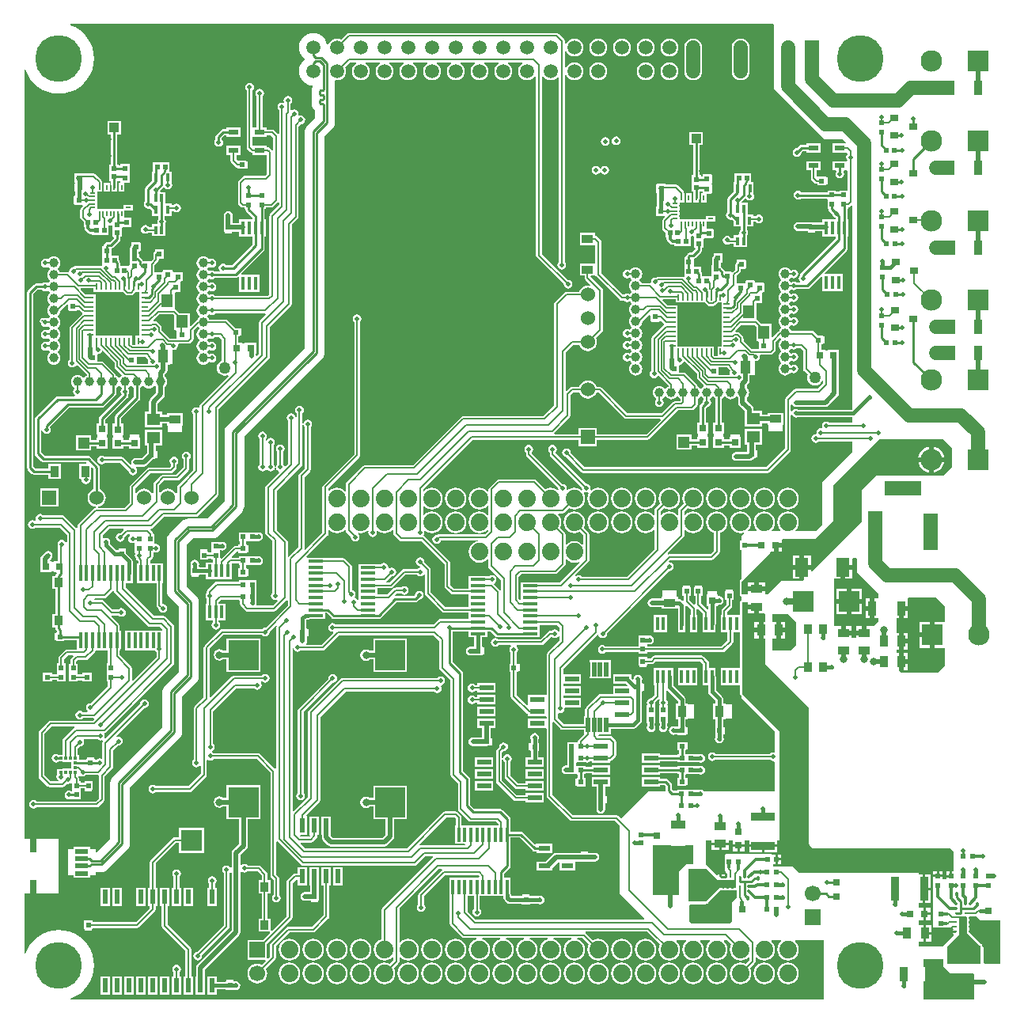
<source format=gtl>
G04*
G04 #@! TF.GenerationSoftware,Altium Limited,Altium Designer,20.1.14 (287)*
G04*
G04 Layer_Physical_Order=1*
G04 Layer_Color=255*
%FSLAX44Y44*%
%MOMM*%
G71*
G04*
G04 #@! TF.SameCoordinates,45AFD5CB-E2DC-46B4-AC03-AB9053879BB0*
G04*
G04*
G04 #@! TF.FilePolarity,Positive*
G04*
G01*
G75*
%ADD10C,0.2540*%
%ADD11C,0.2000*%
%ADD12C,0.5000*%
%ADD13C,0.4000*%
%ADD14C,0.3048*%
%ADD16C,0.2500*%
%ADD19C,0.3000*%
%ADD20C,0.1524*%
%ADD24C,0.1500*%
%ADD27C,0.2032*%
%ADD32R,3.1750X3.9878*%
%ADD33R,0.6096X0.5334*%
%ADD34R,0.5334X0.6096*%
%ADD35R,1.0160X1.3970*%
%ADD36R,1.0500X1.0000*%
%ADD37R,2.2000X1.0500*%
%ADD38R,1.7000X1.7000*%
%ADD39R,0.7000X0.2200*%
%ADD40R,0.2200X0.7000*%
%ADD41R,0.4000X0.9000*%
%ADD42R,1.1500X0.6500*%
%ADD43R,0.2000X0.6000*%
%ADD44R,0.6000X0.2000*%
%ADD45R,1.2192X1.4224*%
%ADD46C,1.0000*%
%ADD47R,1.7501X0.5001*%
%ADD48R,0.5001X1.7501*%
%ADD49R,0.5000X1.5100*%
%ADD50R,0.3000X1.6000*%
%ADD51R,1.6000X0.3000*%
%ADD52R,0.4500X1.7500*%
%ADD53R,0.3000X0.4000*%
%ADD54R,0.4000X0.3000*%
%ADD55R,0.4500X1.4500*%
%ADD56R,2.1600X2.2600*%
%ADD57R,3.9600X3.9600*%
%ADD58R,3.1800X3.1800*%
%ADD59R,0.5000X0.5000*%
%ADD60R,0.9000X1.3000*%
%ADD61R,0.9000X1.6000*%
%ADD62R,2.3000X1.6500*%
%ADD63R,0.5000X0.5000*%
%ADD64R,0.8000X0.8000*%
%ADD65R,1.6500X2.3000*%
%ADD66R,2.5000X0.9000*%
%ADD67R,1.3000X0.9000*%
%ADD68R,1.6000X0.9000*%
%ADD69C,1.2700*%
%ADD70R,1.2000X1.2000*%
%ADD71R,0.8000X0.8000*%
%ADD72R,1.2200X0.9100*%
%ADD73R,0.9100X1.2200*%
%ADD74R,0.5000X0.6000*%
%ADD75R,1.4000X2.0000*%
%ADD76R,0.6000X0.5000*%
%ADD77R,0.8000X2.3500*%
%ADD78R,3.8000X2.5000*%
%ADD79R,1.4000X0.5000*%
%ADD80R,0.9000X0.8000*%
%ADD81R,0.9000X1.0000*%
%ADD82R,1.1000X0.6000*%
%ADD83R,1.5500X0.6000*%
%ADD84R,0.6000X1.5500*%
%ADD85R,0.6000X1.5000*%
%ADD86R,0.4500X1.4000*%
%ADD87R,1.3000X0.5500*%
%ADD88R,1.4700X1.2850*%
%ADD89C,0.2625*%
%ADD90R,0.9000X2.5000*%
%ADD91R,0.3500X1.4500*%
%ADD171C,0.5080*%
%ADD172C,0.3810*%
%ADD173C,0.2286*%
%ADD174C,0.2620*%
%ADD175C,1.5000*%
%ADD176C,0.6350*%
G04:AMPARAMS|DCode=177|XSize=1.9mm|YSize=0.75mm|CornerRadius=0.3375mm|HoleSize=0mm|Usage=FLASHONLY|Rotation=90.000|XOffset=0mm|YOffset=0mm|HoleType=Round|Shape=RoundedRectangle|*
%AMROUNDEDRECTD177*
21,1,1.9000,0.0750,0,0,90.0*
21,1,1.2250,0.7500,0,0,90.0*
1,1,0.6750,0.0375,0.6125*
1,1,0.6750,0.0375,-0.6125*
1,1,0.6750,-0.0375,-0.6125*
1,1,0.6750,-0.0375,0.6125*
%
%ADD177ROUNDEDRECTD177*%
%ADD178C,1.5000*%
%ADD179R,1.5000X1.5000*%
%ADD180C,1.7000*%
%ADD181C,2.3000*%
%ADD182R,2.3000X2.3000*%
%ADD183C,1.8796*%
%ADD184R,1.8796X1.8796*%
%ADD185C,1.5300*%
%ADD186R,1.5300X1.5300*%
%ADD187R,1.5300X1.5300*%
%ADD188R,1.5000X4.0160*%
%ADD189R,4.0160X1.5000*%
%ADD190R,1.5000X4.5160*%
%ADD191C,5.0000*%
%ADD192C,0.5080*%
%ADD193C,0.5588*%
%ADD194C,0.5100*%
%ADD195C,0.8128*%
%ADD196C,0.4572*%
G36*
X804926Y1045995D02*
X804926Y977610D01*
X858774Y923762D01*
X878586Y923762D01*
X881880Y920468D01*
X881394Y919295D01*
X868076D01*
Y909231D01*
X883140D01*
X883309Y909003D01*
X883672Y907790D01*
X882661Y906278D01*
X882306Y904494D01*
X882661Y902710D01*
X883536Y901401D01*
X882992Y900438D01*
X882864Y900295D01*
X882590Y900295D01*
X868076D01*
Y890231D01*
X871031D01*
X871710Y888961D01*
X871231Y888244D01*
X870876Y886460D01*
X871231Y884676D01*
X872242Y883164D01*
X873754Y882153D01*
X875538Y881798D01*
X877322Y882153D01*
X878834Y883164D01*
X879845Y884676D01*
X880200Y886460D01*
X879845Y888244D01*
X879366Y888961D01*
X880045Y890231D01*
X883140Y890231D01*
X883860Y889259D01*
Y868560D01*
X875324D01*
Y867395D01*
X871434D01*
Y868560D01*
X862370D01*
Y867221D01*
X834025D01*
X832618Y868161D01*
X830834Y868516D01*
X829050Y868161D01*
X827538Y867150D01*
X826527Y865638D01*
X826172Y863854D01*
X826527Y862070D01*
X827538Y860558D01*
X829050Y859547D01*
X830834Y859192D01*
X832618Y859547D01*
X834025Y860487D01*
X861697D01*
X862370Y859496D01*
Y858560D01*
X862370D01*
Y849496D01*
X863535D01*
Y848868D01*
X863792Y847580D01*
X864521Y846487D01*
X867091Y843918D01*
X867421Y842258D01*
X868432Y840746D01*
X869944Y839735D01*
X870799Y839565D01*
Y838265D01*
X856884D01*
Y834645D01*
X845303D01*
X845237Y834632D01*
X844724Y834734D01*
X830834D01*
X829050Y834379D01*
X827538Y833368D01*
X826527Y831856D01*
X826172Y830072D01*
X826527Y828288D01*
X827538Y826776D01*
X829050Y825765D01*
X830834Y825410D01*
X840526D01*
Y825206D01*
X841248D01*
Y823468D01*
X848868D01*
Y825206D01*
X849590D01*
Y825322D01*
X856884D01*
Y819701D01*
X870799D01*
Y817141D01*
X833787Y780129D01*
X833058Y779036D01*
X832801Y777748D01*
Y777565D01*
X831861Y776158D01*
X831506Y774374D01*
X831861Y772590D01*
X832613Y771466D01*
X832080Y770196D01*
X829443D01*
X828036Y771136D01*
X826252Y771490D01*
X824468Y771136D01*
X823317Y770367D01*
X823288Y770375D01*
X822160Y771844D01*
X821464Y772379D01*
Y773979D01*
X822160Y774514D01*
X823288Y775983D01*
X823317Y775991D01*
X824468Y775222D01*
X826252Y774867D01*
X828036Y775222D01*
X829548Y776233D01*
X830558Y777745D01*
X830913Y779529D01*
X830558Y781313D01*
X829548Y782825D01*
X828036Y783836D01*
X826252Y784191D01*
X824468Y783836D01*
X823317Y783066D01*
X823288Y783075D01*
X822160Y784544D01*
X820692Y785671D01*
X818981Y786380D01*
X817145Y786622D01*
X815310Y786380D01*
X813599Y785671D01*
X812130Y784544D01*
X811003Y783075D01*
X810294Y781365D01*
X810052Y779529D01*
X810294Y777693D01*
X811003Y775983D01*
X812130Y774514D01*
X812827Y773979D01*
Y772379D01*
X812130Y771844D01*
X811003Y770375D01*
X810294Y768665D01*
X810052Y766829D01*
X810294Y764993D01*
X811003Y763283D01*
X812130Y761814D01*
X812827Y761279D01*
Y759679D01*
X812130Y759144D01*
X811003Y757675D01*
X810294Y755965D01*
X810052Y754129D01*
X810294Y752293D01*
X811003Y750583D01*
X812130Y749114D01*
X812827Y748579D01*
Y746979D01*
X812130Y746444D01*
X811003Y744975D01*
X810294Y743265D01*
X810052Y741429D01*
X810294Y739593D01*
X811003Y737883D01*
X812130Y736414D01*
X812827Y735879D01*
Y734279D01*
X812130Y733744D01*
X811003Y732275D01*
X810294Y730565D01*
X810052Y728729D01*
X810294Y726893D01*
X811003Y725183D01*
X812130Y723714D01*
X812827Y723179D01*
X812827Y721579D01*
X812130Y721044D01*
X811003Y719575D01*
X810575Y718543D01*
X809815Y718035D01*
X809815Y718035D01*
X803674Y711895D01*
X802501Y712381D01*
Y725977D01*
X791596D01*
X787858Y729715D01*
X786938Y730330D01*
X786499Y730417D01*
Y747979D01*
X787471Y748698D01*
X792172D01*
Y749460D01*
X792680D01*
Y757798D01*
X792680Y758096D01*
X792457Y758772D01*
X793227Y760042D01*
X795006D01*
Y769440D01*
X794244D01*
Y769948D01*
X785608D01*
Y769948D01*
X784581Y770365D01*
X784521Y770575D01*
Y772150D01*
X783759D01*
Y772658D01*
X775123D01*
Y772150D01*
X774361D01*
Y771091D01*
X774214Y769882D01*
X765578D01*
X764952Y770893D01*
Y777234D01*
X768681Y780963D01*
X769296Y781883D01*
X769512Y782969D01*
Y784539D01*
X774833D01*
Y785301D01*
X775341D01*
Y793937D01*
X774833D01*
Y794699D01*
X765435D01*
Y792036D01*
X764820Y791625D01*
X764820Y791625D01*
X764670Y791475D01*
X764055Y790554D01*
X763839Y789469D01*
Y784144D01*
X761191Y781496D01*
X760435Y781488D01*
X759165Y781990D01*
X758867Y781990D01*
X752421D01*
X752238Y782913D01*
X751512Y783998D01*
X748608Y786902D01*
X748411Y787034D01*
Y789235D01*
X747952D01*
Y791713D01*
X749737D01*
Y792475D01*
X750245D01*
Y801111D01*
X749737D01*
Y801873D01*
X740339D01*
Y798585D01*
X740064Y798310D01*
X740064Y798310D01*
X739062Y796811D01*
X738710Y795043D01*
X738710Y795043D01*
Y789235D01*
X738251D01*
Y777794D01*
X737664Y776767D01*
X727991D01*
Y779789D01*
X727885Y780323D01*
X727817Y780864D01*
X727756Y780971D01*
X727731Y781093D01*
X727429Y781546D01*
X727159Y782019D01*
X727056Y782139D01*
Y787440D01*
X720231D01*
X719182Y787973D01*
Y795438D01*
X719793Y795560D01*
X720899Y796299D01*
X727346Y802746D01*
X728084Y803851D01*
X728344Y805155D01*
Y807512D01*
X730016D01*
Y816907D01*
X730583Y817942D01*
X739981D01*
Y818704D01*
X740489D01*
Y827340D01*
X739981D01*
Y828102D01*
X733009D01*
Y835700D01*
X742009D01*
Y841764D01*
X731945D01*
Y837764D01*
X704009D01*
Y843700D01*
Y855700D01*
X709009D01*
Y860432D01*
X709069Y860732D01*
X709069Y866014D01*
X708833Y867197D01*
X708163Y868200D01*
X701899Y874464D01*
X700896Y875134D01*
X699713Y875369D01*
X689160Y875369D01*
Y875933D01*
X679762D01*
Y875171D01*
X679254D01*
Y871218D01*
X679176Y870828D01*
X679194Y870741D01*
X679180Y870654D01*
X679254Y870342D01*
Y866842D01*
X679254Y866535D01*
X679254D01*
X679255Y866534D01*
X679760Y865750D01*
X679636Y864600D01*
X679590Y864363D01*
X679590D01*
Y855727D01*
X679853D01*
Y851972D01*
X679265D01*
Y851210D01*
X678757D01*
Y842574D01*
X679265D01*
Y841812D01*
X687970D01*
X688496Y840542D01*
X686391Y838437D01*
X685721Y837434D01*
X685486Y836251D01*
X685486Y828452D01*
X685721Y827269D01*
X686391Y826266D01*
X689065Y823592D01*
Y818185D01*
X690163D01*
Y816900D01*
X690437Y815522D01*
X691218Y814353D01*
X691218Y814353D01*
X693733Y811839D01*
X694901Y811058D01*
X696279Y810784D01*
X698113D01*
Y809305D01*
X715893D01*
Y819098D01*
X716859Y820201D01*
X717348Y820103D01*
X718586Y820349D01*
X719856Y819529D01*
Y807512D01*
X720746D01*
X721205Y806242D01*
X717078Y802115D01*
X714783Y802115D01*
X714076Y801975D01*
X713479Y801856D01*
X713479Y801856D01*
X713479Y801856D01*
X713075Y801586D01*
X712374Y801117D01*
X711566Y800309D01*
X710827Y799204D01*
X710827Y799204D01*
X710568Y797900D01*
Y797371D01*
X709276D01*
Y787211D01*
Y777406D01*
X708901Y776165D01*
X707924Y776177D01*
X707015Y776357D01*
X680784D01*
X679699Y776142D01*
X678779Y775527D01*
X678665Y775413D01*
X678114Y775523D01*
X676327Y775167D01*
X674811Y774154D01*
X673798Y772639D01*
X673443Y770851D01*
X673507Y770526D01*
X673416Y770362D01*
X672407Y769549D01*
X671820Y769666D01*
X663582Y769665D01*
X663288Y770375D01*
X662160Y771844D01*
X661464Y772379D01*
Y773979D01*
X662160Y774514D01*
X663288Y775983D01*
X663996Y777693D01*
X664238Y779529D01*
X663996Y781365D01*
X663288Y783075D01*
X662160Y784544D01*
X660692Y785671D01*
X658981Y786380D01*
X657145Y786622D01*
X655310Y786380D01*
X653599Y785671D01*
X652130Y784544D01*
X651003Y783075D01*
X650974Y783066D01*
X649823Y783836D01*
X648039Y784191D01*
X646255Y783836D01*
X644743Y782825D01*
X643732Y781313D01*
X643377Y779529D01*
X643732Y777745D01*
X644743Y776233D01*
X646255Y775222D01*
X648039Y774867D01*
X649823Y775222D01*
X650974Y775991D01*
X651003Y775983D01*
X652130Y774514D01*
X652827Y773979D01*
Y772379D01*
X652130Y771844D01*
X651003Y770375D01*
X650294Y768665D01*
X650052Y766829D01*
X650294Y764993D01*
X651003Y763283D01*
X652130Y761814D01*
X652827Y761279D01*
Y759679D01*
X652130Y759144D01*
X651003Y757675D01*
X650974Y757666D01*
X649823Y758436D01*
X648039Y758790D01*
X646255Y758436D01*
X644743Y757425D01*
X644617Y757237D01*
X643396D01*
X620328Y780305D01*
Y813816D01*
X620091Y815005D01*
X619417Y816013D01*
X616231Y819200D01*
X615223Y819873D01*
X614034Y820110D01*
X613658D01*
Y823584D01*
X597394D01*
Y810420D01*
X613658D01*
X614112Y809338D01*
Y791966D01*
X613658Y790884D01*
X597394D01*
Y777720D01*
X602418D01*
Y775472D01*
X602655Y774283D01*
X603329Y773275D01*
X608483Y768120D01*
X607890Y766917D01*
X605790Y767194D01*
X603262Y766861D01*
X600907Y765885D01*
X598885Y764333D01*
X597333Y762311D01*
X596598Y760536D01*
X582930D01*
X581741Y760299D01*
X580732Y759625D01*
X570573Y749465D01*
X569899Y748457D01*
X569662Y747268D01*
Y638827D01*
X558275Y627440D01*
X472440D01*
X471251Y627203D01*
X470243Y626530D01*
X418829Y575116D01*
X367538D01*
X366349Y574879D01*
X365340Y574206D01*
X348069Y556934D01*
X347395Y555925D01*
X347158Y554736D01*
Y547492D01*
X345956Y547084D01*
X345718Y547394D01*
X343330Y549226D01*
X340550Y550378D01*
X337566Y550771D01*
X334582Y550378D01*
X331802Y549226D01*
X329498Y547458D01*
X328919Y547562D01*
X328228Y547797D01*
Y550401D01*
X361353Y583526D01*
X362027Y584535D01*
X362264Y585724D01*
Y728098D01*
X362452Y728224D01*
X363463Y729736D01*
X363818Y731520D01*
X363463Y733304D01*
X362452Y734816D01*
X360940Y735827D01*
X359156Y736182D01*
X357372Y735827D01*
X355860Y734816D01*
X354849Y733304D01*
X354494Y731520D01*
X354849Y729736D01*
X355860Y728224D01*
X356048Y728098D01*
Y587011D01*
X322923Y553885D01*
X322249Y552877D01*
X322012Y551688D01*
Y502937D01*
X303593Y484518D01*
X302423Y485144D01*
X302574Y485902D01*
Y562339D01*
X308521Y568287D01*
X309195Y569295D01*
X309432Y570484D01*
Y615576D01*
X309620Y615702D01*
X310631Y617214D01*
X310986Y618998D01*
X310631Y620782D01*
X309620Y622294D01*
X308108Y623305D01*
X306324Y623660D01*
X304540Y623305D01*
X303028Y622294D01*
X302017Y620782D01*
X301812Y619748D01*
X300542Y619874D01*
Y630562D01*
X300730Y630688D01*
X301741Y632200D01*
X302096Y633984D01*
X301741Y635768D01*
X300730Y637280D01*
X299218Y638291D01*
X297434Y638646D01*
X295650Y638291D01*
X294138Y637280D01*
X293127Y635768D01*
X292772Y633984D01*
X293127Y632200D01*
X294138Y630688D01*
X294326Y630562D01*
Y626232D01*
X293056Y626107D01*
X292802Y627386D01*
X291791Y628898D01*
X290279Y629909D01*
X288495Y630264D01*
X286711Y629909D01*
X285199Y628898D01*
X284188Y627386D01*
X283834Y625602D01*
X284188Y623818D01*
X285199Y622306D01*
X285387Y622180D01*
Y576802D01*
X282402Y573817D01*
X281186Y574185D01*
X281122Y574509D01*
X280112Y576021D01*
X279945Y576133D01*
Y588891D01*
X280156Y589032D01*
X281167Y590544D01*
X281522Y592328D01*
X281167Y594112D01*
X280156Y595624D01*
X278644Y596635D01*
X276860Y596990D01*
X275076Y596635D01*
X273564Y595624D01*
X272553Y594112D01*
X272198Y592328D01*
X272553Y590544D01*
X273564Y589032D01*
X273730Y588921D01*
Y576162D01*
X273519Y576021D01*
X272509Y574509D01*
X272278Y573351D01*
X270983D01*
X270753Y574509D01*
X269742Y576021D01*
X269554Y576147D01*
Y596018D01*
X269742Y596144D01*
X270753Y597656D01*
X271108Y599440D01*
X270753Y601224D01*
X269742Y602736D01*
X268230Y603747D01*
X266446Y604102D01*
X264662Y603747D01*
X263150Y602736D01*
X262188Y601296D01*
X262094Y601282D01*
X261173Y601760D01*
X261098Y602591D01*
X261097Y603055D01*
X262072Y604514D01*
X262427Y606298D01*
X262072Y608082D01*
X261061Y609594D01*
X259549Y610605D01*
X257765Y610960D01*
X255981Y610605D01*
X254469Y609594D01*
X253458Y608082D01*
X253104Y606298D01*
X253458Y604514D01*
X254469Y603002D01*
X254702Y602846D01*
Y576147D01*
X254514Y576021D01*
X253503Y574509D01*
X253148Y572725D01*
X253503Y570941D01*
X254514Y569429D01*
X256026Y568419D01*
X257810Y568064D01*
X259594Y568419D01*
X261106Y569429D01*
X261364Y569815D01*
X262892D01*
X263150Y569429D01*
X264662Y568419D01*
X266446Y568064D01*
X268230Y568419D01*
X269742Y569429D01*
X270753Y570941D01*
X270983Y572100D01*
X272278D01*
X272509Y570941D01*
X273519Y569429D01*
X275031Y568419D01*
X275355Y568354D01*
X275724Y567139D01*
X261963Y553377D01*
X261289Y552369D01*
X261052Y551180D01*
Y502218D01*
X261289Y501029D01*
X261963Y500021D01*
X268418Y493565D01*
Y438524D01*
X268230Y438398D01*
X267219Y436886D01*
X266864Y435102D01*
X267219Y433318D01*
X268230Y431806D01*
X269742Y430795D01*
X271526Y430440D01*
X273310Y430795D01*
X274103Y429798D01*
X269053Y424748D01*
X252213D01*
X251381Y426018D01*
X251622Y427228D01*
X251378Y428454D01*
X251492Y429724D01*
X251492Y429724D01*
X251492Y429724D01*
Y438788D01*
X250974D01*
Y442734D01*
X251492D01*
Y451798D01*
X242428D01*
Y451798D01*
X241492D01*
Y451798D01*
X232428D01*
Y450374D01*
X209014D01*
X207825Y450137D01*
X206817Y449464D01*
X199202Y441850D01*
X198529Y440841D01*
X198292Y439652D01*
Y438524D01*
X198104Y438398D01*
X197093Y436886D01*
X196738Y435102D01*
X197093Y433318D01*
X198104Y431806D01*
X198292Y431680D01*
Y426769D01*
X197118D01*
Y408705D01*
X204792D01*
Y407028D01*
X204604Y406902D01*
X203593Y405390D01*
X203239Y403606D01*
X203593Y401822D01*
X204604Y400310D01*
X206116Y399299D01*
X207900Y398944D01*
X209684Y399299D01*
X211196Y400310D01*
X212207Y401822D01*
X212562Y403606D01*
X212207Y405390D01*
X211196Y406902D01*
X211008Y407028D01*
Y408705D01*
X218682D01*
Y426769D01*
X211008D01*
Y428609D01*
X213547Y431148D01*
X232428D01*
Y429724D01*
X233852D01*
Y426234D01*
X234089Y425045D01*
X234762Y424036D01*
X239356Y419442D01*
X240365Y418769D01*
X241554Y418532D01*
X270340D01*
X271529Y418769D01*
X272538Y419442D01*
X283658Y430563D01*
X284536Y430343D01*
X284928Y430075D01*
Y424959D01*
X261080Y401111D01*
X260858Y401156D01*
X259074Y400801D01*
X257562Y399790D01*
X257436Y399602D01*
X214884D01*
X213695Y399365D01*
X212687Y398691D01*
X195923Y381927D01*
X195249Y380919D01*
X195012Y379730D01*
Y326661D01*
X185000Y316649D01*
X184327Y315641D01*
X184090Y314452D01*
Y259708D01*
X183902Y259582D01*
X182891Y258070D01*
X182536Y256286D01*
X182891Y254502D01*
X183902Y252990D01*
X185414Y251979D01*
X187198Y251624D01*
X188982Y251979D01*
X190494Y252990D01*
X190810Y253463D01*
X192080Y253078D01*
Y244735D01*
X178799Y231454D01*
X143884D01*
X143758Y231642D01*
X142246Y232653D01*
X140462Y233008D01*
X138678Y232653D01*
X137166Y231642D01*
X136155Y230130D01*
X135800Y228346D01*
X136155Y226562D01*
X137166Y225050D01*
X138678Y224039D01*
X140462Y223684D01*
X142246Y224039D01*
X143758Y225050D01*
X143884Y225238D01*
X180086D01*
X181275Y225475D01*
X182283Y226148D01*
X197386Y241250D01*
X198059Y242259D01*
X198296Y243448D01*
Y259054D01*
X199566Y259733D01*
X200146Y259345D01*
X201930Y258990D01*
X203714Y259345D01*
X205226Y260356D01*
X205352Y260544D01*
X251951D01*
X266386Y246109D01*
Y135890D01*
X266623Y134701D01*
X267297Y133693D01*
X269688Y131301D01*
Y115182D01*
X269500Y115056D01*
X268489Y113544D01*
X268134Y111760D01*
X268489Y109976D01*
X269500Y108464D01*
X271012Y107453D01*
X272796Y107098D01*
X274580Y107453D01*
X276092Y108464D01*
X277103Y109976D01*
X277458Y111760D01*
X277103Y113544D01*
X276092Y115056D01*
X275904Y115182D01*
Y132588D01*
X275667Y133777D01*
X274993Y134785D01*
X272602Y137177D01*
Y172065D01*
X273872Y172591D01*
X299200Y147263D01*
X300208Y146589D01*
X301397Y146353D01*
X420370D01*
X421559Y146589D01*
X422567Y147263D01*
X431963Y156658D01*
X440014D01*
X440540Y155388D01*
X386169Y101016D01*
X385495Y100008D01*
X385258Y98819D01*
Y67726D01*
X382602Y66626D01*
X380214Y64794D01*
X378382Y62406D01*
X377230Y59626D01*
X376837Y56642D01*
X377230Y53658D01*
X378382Y50878D01*
X380214Y48490D01*
X382602Y46658D01*
X385382Y45506D01*
X388366Y45113D01*
X391350Y45506D01*
X394130Y46658D01*
X396518Y48490D01*
X396756Y48800D01*
X397958Y48392D01*
Y45229D01*
X394006Y41277D01*
X391350Y42378D01*
X388366Y42771D01*
X385382Y42378D01*
X382602Y41226D01*
X380214Y39394D01*
X378382Y37006D01*
X377230Y34226D01*
X376837Y31242D01*
X377230Y28258D01*
X378382Y25478D01*
X380214Y23090D01*
X382602Y21258D01*
X385382Y20106D01*
X388366Y19713D01*
X391350Y20106D01*
X394130Y21258D01*
X396518Y23090D01*
X398350Y25478D01*
X399502Y28258D01*
X399895Y31242D01*
X399502Y34226D01*
X398401Y36882D01*
X403264Y41744D01*
X403937Y42753D01*
X404174Y43942D01*
Y48392D01*
X405376Y48800D01*
X405614Y48490D01*
X408002Y46658D01*
X410782Y45506D01*
X413766Y45113D01*
X416750Y45506D01*
X419530Y46658D01*
X421918Y48490D01*
X423750Y50878D01*
X424902Y53658D01*
X425295Y56642D01*
X424902Y59626D01*
X423750Y62406D01*
X421918Y64794D01*
X419530Y66626D01*
X416750Y67778D01*
X413766Y68171D01*
X410782Y67778D01*
X408002Y66626D01*
X405614Y64794D01*
X405376Y64484D01*
X404174Y64892D01*
Y100567D01*
X446447Y142840D01*
X449554D01*
X449939Y141570D01*
X449669Y141390D01*
X425285Y117006D01*
X424611Y115997D01*
X424374Y114808D01*
Y105022D01*
X424186Y104896D01*
X423175Y103384D01*
X422820Y101600D01*
X423175Y99816D01*
X424186Y98304D01*
X425698Y97293D01*
X427482Y96938D01*
X429266Y97293D01*
X430778Y98304D01*
X431789Y99816D01*
X432144Y101600D01*
X431789Y103384D01*
X430778Y104896D01*
X430590Y105022D01*
Y113521D01*
X453153Y136084D01*
X488933D01*
X489935Y135082D01*
X489409Y133812D01*
X457692D01*
Y113748D01*
X458116D01*
Y84368D01*
X458353Y83179D01*
X459026Y82170D01*
X471259Y69939D01*
X472267Y69265D01*
X473456Y69028D01*
X486801D01*
X486982Y67778D01*
X484202Y66626D01*
X481814Y64794D01*
X479982Y62406D01*
X478830Y59626D01*
X478437Y56642D01*
X478830Y53658D01*
X479982Y50878D01*
X481814Y48490D01*
X484202Y46658D01*
X486982Y45506D01*
X489966Y45113D01*
X492950Y45506D01*
X495730Y46658D01*
X498118Y48490D01*
X499950Y50878D01*
X501102Y53658D01*
X501495Y56642D01*
X501102Y59626D01*
X499950Y62406D01*
X498118Y64794D01*
X495730Y66626D01*
X492950Y67778D01*
X493131Y69028D01*
X512201D01*
X512382Y67778D01*
X509602Y66626D01*
X507214Y64794D01*
X505382Y62406D01*
X504230Y59626D01*
X503837Y56642D01*
X504230Y53658D01*
X505382Y50878D01*
X507214Y48490D01*
X509602Y46658D01*
X512382Y45506D01*
X515366Y45113D01*
X518350Y45506D01*
X521130Y46658D01*
X523518Y48490D01*
X525350Y50878D01*
X526502Y53658D01*
X526895Y56642D01*
X526502Y59626D01*
X525350Y62406D01*
X523518Y64794D01*
X521130Y66626D01*
X518350Y67778D01*
X518531Y69028D01*
X537601D01*
X537782Y67778D01*
X535002Y66626D01*
X532614Y64794D01*
X530782Y62406D01*
X529630Y59626D01*
X529237Y56642D01*
X529630Y53658D01*
X530782Y50878D01*
X532614Y48490D01*
X535002Y46658D01*
X537782Y45506D01*
X540766Y45113D01*
X543750Y45506D01*
X546530Y46658D01*
X548918Y48490D01*
X550750Y50878D01*
X551902Y53658D01*
X552295Y56642D01*
X551902Y59626D01*
X550750Y62406D01*
X548918Y64794D01*
X546530Y66626D01*
X543750Y67778D01*
X543931Y69028D01*
X563001D01*
X563182Y67778D01*
X560402Y66626D01*
X558014Y64794D01*
X556182Y62406D01*
X555030Y59626D01*
X554637Y56642D01*
X555030Y53658D01*
X556182Y50878D01*
X558014Y48490D01*
X560402Y46658D01*
X563182Y45506D01*
X566166Y45113D01*
X569150Y45506D01*
X571930Y46658D01*
X574318Y48490D01*
X576150Y50878D01*
X577302Y53658D01*
X577695Y56642D01*
X577302Y59626D01*
X576150Y62406D01*
X574318Y64794D01*
X571930Y66626D01*
X569150Y67778D01*
X569331Y69028D01*
X588401D01*
X588582Y67778D01*
X585802Y66626D01*
X583414Y64794D01*
X581582Y62406D01*
X580430Y59626D01*
X580037Y56642D01*
X580430Y53658D01*
X581582Y50878D01*
X583414Y48490D01*
X585802Y46658D01*
X588582Y45506D01*
X591566Y45113D01*
X594550Y45506D01*
X597330Y46658D01*
X599718Y48490D01*
X601550Y50878D01*
X602702Y53658D01*
X603095Y56642D01*
X602702Y59626D01*
X601550Y62406D01*
X599718Y64794D01*
X597330Y66626D01*
X594550Y67778D01*
X594731Y69028D01*
X600185D01*
X606931Y62282D01*
X605830Y59626D01*
X605437Y56642D01*
X605830Y53658D01*
X606982Y50878D01*
X608814Y48490D01*
X611202Y46658D01*
X613982Y45506D01*
X616966Y45113D01*
X619950Y45506D01*
X622730Y46658D01*
X625118Y48490D01*
X626950Y50878D01*
X628102Y53658D01*
X628495Y56642D01*
X628102Y59626D01*
X626950Y62406D01*
X625118Y64794D01*
X622730Y66626D01*
X619950Y67778D01*
X616966Y68171D01*
X613982Y67778D01*
X611326Y66677D01*
X603670Y74334D01*
X603246Y74616D01*
X603632Y75886D01*
X669527D01*
X683131Y62282D01*
X682030Y59626D01*
X681637Y56642D01*
X682030Y53658D01*
X683182Y50878D01*
X685014Y48490D01*
X687402Y46658D01*
X690182Y45506D01*
X693166Y45113D01*
X696150Y45506D01*
X698930Y46658D01*
X701318Y48490D01*
X703150Y50878D01*
X704302Y53658D01*
X704695Y56642D01*
X704302Y59626D01*
X703150Y62406D01*
X701318Y64794D01*
X700646Y65309D01*
X701055Y66512D01*
X710677D01*
X711086Y65309D01*
X710414Y64794D01*
X708582Y62406D01*
X707430Y59626D01*
X707037Y56642D01*
X707430Y53658D01*
X708582Y50878D01*
X710414Y48490D01*
X712802Y46658D01*
X715582Y45506D01*
X718566Y45113D01*
X721550Y45506D01*
X724330Y46658D01*
X726718Y48490D01*
X728550Y50878D01*
X729702Y53658D01*
X730095Y56642D01*
X729702Y59626D01*
X728550Y62406D01*
X726718Y64794D01*
X726046Y65309D01*
X726454Y66512D01*
X736077D01*
X736486Y65309D01*
X735814Y64794D01*
X733982Y62406D01*
X732830Y59626D01*
X732437Y56642D01*
X732830Y53658D01*
X733982Y50878D01*
X735814Y48490D01*
X738202Y46658D01*
X740982Y45506D01*
X743966Y45113D01*
X746950Y45506D01*
X749730Y46658D01*
X752118Y48490D01*
X753950Y50878D01*
X755102Y53658D01*
X755495Y56642D01*
X755102Y59626D01*
X753950Y62406D01*
X752118Y64794D01*
X751446Y65309D01*
X751854Y66512D01*
X755101D01*
X759331Y62282D01*
X758230Y59626D01*
X757837Y56642D01*
X758230Y53658D01*
X759382Y50878D01*
X761214Y48490D01*
X763602Y46658D01*
X766382Y45506D01*
X769366Y45113D01*
X772350Y45506D01*
X775130Y46658D01*
X777518Y48490D01*
X777756Y48800D01*
X778958Y48392D01*
Y45229D01*
X775006Y41277D01*
X772350Y42378D01*
X769366Y42771D01*
X766382Y42378D01*
X763602Y41226D01*
X761214Y39394D01*
X759382Y37006D01*
X758230Y34226D01*
X757837Y31242D01*
X758230Y28258D01*
X759382Y25478D01*
X761214Y23090D01*
X763602Y21258D01*
X766382Y20106D01*
X769366Y19713D01*
X772350Y20106D01*
X775130Y21258D01*
X777518Y23090D01*
X779350Y25478D01*
X780502Y28258D01*
X780895Y31242D01*
X780502Y34226D01*
X779401Y36882D01*
X784264Y41744D01*
X784937Y42753D01*
X785174Y43942D01*
Y48392D01*
X786376Y48800D01*
X786614Y48490D01*
X789002Y46658D01*
X791782Y45506D01*
X794766Y45113D01*
X797750Y45506D01*
X800530Y46658D01*
X802918Y48490D01*
X804750Y50878D01*
X805902Y53658D01*
X806295Y56642D01*
X805902Y59626D01*
X804750Y62406D01*
X802918Y64794D01*
X802246Y65309D01*
X802654Y66512D01*
X812278D01*
X812686Y65309D01*
X812014Y64794D01*
X810182Y62406D01*
X809030Y59626D01*
X808637Y56642D01*
X809030Y53658D01*
X810182Y50878D01*
X812014Y48490D01*
X814402Y46658D01*
X817182Y45506D01*
X820166Y45113D01*
X823150Y45506D01*
X825930Y46658D01*
X828318Y48490D01*
X830150Y50878D01*
X831302Y53658D01*
X831695Y56642D01*
X831302Y59626D01*
X830150Y62406D01*
X828318Y64794D01*
X827646Y65309D01*
X828055Y66512D01*
X858774D01*
Y3107D01*
X52327D01*
X52074Y4377D01*
X57091Y6455D01*
X62128Y9541D01*
X66621Y13378D01*
X70457Y17870D01*
X73544Y22908D01*
X75805Y28365D01*
X77184Y34110D01*
X77647Y39999D01*
X77184Y45889D01*
X75805Y51633D01*
X73544Y57091D01*
X70457Y62128D01*
X66621Y66620D01*
X62128Y70457D01*
X57091Y73544D01*
X51633Y75805D01*
X45889Y77184D01*
X39999Y77647D01*
X34110Y77184D01*
X28365Y75805D01*
X22908Y73544D01*
X17870Y70457D01*
X13378Y66620D01*
X9541Y62128D01*
X6455Y57091D01*
X4377Y52074D01*
X3107Y52327D01*
Y115613D01*
X3516Y116714D01*
X4377Y116714D01*
X39516D01*
Y175134D01*
X4377D01*
X3516Y175134D01*
X3107Y176234D01*
Y997672D01*
X4377Y997925D01*
X6455Y992908D01*
X9541Y987871D01*
X13378Y983379D01*
X17870Y979542D01*
X22908Y976455D01*
X28365Y974194D01*
X34110Y972815D01*
X39999Y972352D01*
X45889Y972815D01*
X51633Y974194D01*
X57091Y976455D01*
X62128Y979542D01*
X66621Y983379D01*
X70457Y987871D01*
X73544Y992908D01*
X75805Y998366D01*
X77184Y1004110D01*
X77647Y1010000D01*
X77184Y1015889D01*
X75805Y1021634D01*
X73544Y1027092D01*
X70457Y1032129D01*
X66621Y1036621D01*
X62128Y1040458D01*
X57091Y1043544D01*
X52073Y1045623D01*
X52325Y1046893D01*
X804028D01*
X804926Y1045995D01*
D02*
G37*
G36*
X888492Y852212D02*
Y634581D01*
X888353Y634442D01*
X830770D01*
X830332Y634735D01*
X828548Y635090D01*
X826764Y634735D01*
X825252Y633724D01*
X824290Y632284D01*
X824196Y632270D01*
X823020Y632881D01*
Y639429D01*
X824196Y640040D01*
X824290Y640026D01*
X825252Y638586D01*
X826764Y637575D01*
X828548Y637220D01*
X859814D01*
X861598Y637575D01*
X863110Y638586D01*
X873110Y648586D01*
X874121Y650098D01*
X874475Y651882D01*
Y686118D01*
X874846D01*
Y698182D01*
X862782D01*
Y697230D01*
X859846D01*
Y698182D01*
X855922D01*
Y704382D01*
X857346D01*
Y705104D01*
X859084D01*
Y712724D01*
X857346D01*
Y713446D01*
X852677D01*
X848213Y717911D01*
X847204Y718584D01*
X846015Y718821D01*
X823600D01*
X823288Y719575D01*
X822160Y721044D01*
X821464Y721579D01*
X821464Y723179D01*
X822160Y723714D01*
X823288Y725183D01*
X823317Y725191D01*
X824468Y724422D01*
X826252Y724067D01*
X828036Y724422D01*
X829548Y725433D01*
X830558Y726945D01*
X830913Y728729D01*
X830558Y730513D01*
X829548Y732025D01*
X828036Y733036D01*
X826252Y733391D01*
X824468Y733036D01*
X823317Y732266D01*
X823288Y732275D01*
X822160Y733744D01*
X821464Y734279D01*
Y735879D01*
X822160Y736414D01*
X823288Y737883D01*
X823317Y737891D01*
X824468Y737122D01*
X826252Y736767D01*
X828036Y737122D01*
X829548Y738133D01*
X830558Y739645D01*
X830913Y741429D01*
X830558Y743213D01*
X829548Y744725D01*
X828036Y745736D01*
X826252Y746090D01*
X824468Y745736D01*
X823317Y744967D01*
X823288Y744975D01*
X822160Y746444D01*
X821464Y746979D01*
Y748579D01*
X822160Y749114D01*
X823288Y750583D01*
X823317Y750591D01*
X824468Y749822D01*
X826252Y749467D01*
X828036Y749822D01*
X829548Y750833D01*
X830558Y752345D01*
X830913Y754129D01*
X830558Y755913D01*
X829548Y757425D01*
X828036Y758436D01*
X826252Y758791D01*
X824468Y758436D01*
X823317Y757666D01*
X823288Y757675D01*
X822160Y759144D01*
X821464Y759679D01*
Y761279D01*
X822160Y761814D01*
X823288Y763283D01*
X823317Y763291D01*
X824468Y762522D01*
X826252Y762167D01*
X828036Y762522D01*
X829443Y763462D01*
X840676D01*
X841965Y763719D01*
X843057Y764448D01*
X855711Y777102D01*
X856884Y776616D01*
Y760701D01*
X878448D01*
Y779265D01*
X859533D01*
X859047Y780439D01*
X883024Y804415D01*
X883035Y804433D01*
X883047Y804440D01*
X883776Y805532D01*
X884033Y806821D01*
Y819701D01*
X884948D01*
Y838265D01*
X884033D01*
Y849496D01*
X884388D01*
Y850947D01*
X885443Y851157D01*
X886451Y851831D01*
X887319Y852698D01*
X888492Y852212D01*
D02*
G37*
G36*
X786245Y723305D02*
Y707689D01*
X787830D01*
X788802Y706969D01*
Y698812D01*
X781372D01*
X772504Y707681D01*
Y710872D01*
X772288Y711957D01*
X771673Y712878D01*
X768331Y716220D01*
X768331Y716220D01*
X767411Y716834D01*
X766325Y717050D01*
X764075D01*
X763549Y718320D01*
X770101Y724872D01*
X784677D01*
X786245Y723305D01*
D02*
G37*
G36*
X613658Y777720D02*
X614734Y777252D01*
X615023Y776821D01*
X639912Y751931D01*
X640920Y751258D01*
X642109Y751021D01*
X644617D01*
X644743Y750833D01*
X646255Y749822D01*
X648039Y749467D01*
X649823Y749822D01*
X650974Y750591D01*
X651003Y750583D01*
X652130Y749114D01*
X652827Y748579D01*
Y746979D01*
X652130Y746444D01*
X651003Y744975D01*
X650294Y743265D01*
X650052Y741429D01*
X650294Y739593D01*
X651003Y737883D01*
X652130Y736414D01*
X652827Y735879D01*
Y734279D01*
X652130Y733744D01*
X651003Y732275D01*
X650294Y730565D01*
X650052Y728729D01*
X650294Y726893D01*
X651003Y725183D01*
X652130Y723714D01*
X652827Y723179D01*
Y721579D01*
X652130Y721044D01*
X651003Y719575D01*
X650974Y719566D01*
X649823Y720336D01*
X648039Y720691D01*
X646255Y720336D01*
X644743Y719325D01*
X643732Y717813D01*
X643377Y716029D01*
X643732Y714245D01*
X644743Y712733D01*
X646255Y711722D01*
X648039Y711367D01*
X649823Y711722D01*
X650974Y712491D01*
X651003Y712483D01*
X652130Y711014D01*
X652827Y710479D01*
Y708879D01*
X652130Y708344D01*
X651003Y706875D01*
X650974Y706867D01*
X649823Y707636D01*
X648039Y707990D01*
X646255Y707636D01*
X644743Y706625D01*
X643732Y705113D01*
X643377Y703329D01*
X643732Y701545D01*
X644743Y700033D01*
X646255Y699022D01*
X648039Y698667D01*
X649823Y699022D01*
X650974Y699791D01*
X651003Y699783D01*
X652130Y698314D01*
X652827Y697779D01*
Y696179D01*
X652130Y695644D01*
X651003Y694175D01*
X650974Y694166D01*
X649823Y694936D01*
X648039Y695291D01*
X646255Y694936D01*
X644743Y693925D01*
X643732Y692413D01*
X643377Y690629D01*
X643732Y688845D01*
X644743Y687333D01*
X646255Y686322D01*
X648039Y685967D01*
X649823Y686322D01*
X650974Y687091D01*
X651003Y687083D01*
X652130Y685614D01*
X652827Y685079D01*
Y683479D01*
X652130Y682944D01*
X651003Y681475D01*
X650294Y679765D01*
X650052Y677929D01*
X650294Y676093D01*
X651003Y674383D01*
X652130Y672914D01*
X653599Y671786D01*
X655310Y671078D01*
X657145Y670836D01*
X658981Y671078D01*
X660692Y671786D01*
X662160Y672914D01*
X663288Y674383D01*
X663996Y676093D01*
X664238Y677929D01*
X663996Y679765D01*
X663288Y681475D01*
X662160Y682944D01*
X661464Y683479D01*
Y685079D01*
X662160Y685614D01*
X663288Y687083D01*
X663996Y688793D01*
X664238Y690629D01*
X663996Y692465D01*
X663288Y694175D01*
X662160Y695644D01*
X661464Y696179D01*
Y697779D01*
X662160Y698314D01*
X663288Y699783D01*
X663996Y701493D01*
X664238Y703329D01*
X663996Y705165D01*
X663288Y706875D01*
X662160Y708344D01*
X661464Y708879D01*
Y710479D01*
X662160Y711014D01*
X663288Y712483D01*
X663996Y714193D01*
X664238Y716029D01*
X663996Y717865D01*
X663288Y719575D01*
X662160Y721044D01*
X661464Y721579D01*
Y723179D01*
X662160Y723714D01*
X663288Y725183D01*
X663996Y726893D01*
X664174Y728242D01*
X671551Y735619D01*
X672724Y735133D01*
Y728841D01*
X673486D01*
Y728333D01*
X682122D01*
Y728841D01*
X682884D01*
Y729143D01*
X684154Y729669D01*
X686456Y727367D01*
X686472Y727343D01*
X687453Y726362D01*
X687501Y726268D01*
X687484Y724960D01*
X687355Y724727D01*
X675048Y712420D01*
X674433Y711499D01*
X674217Y710414D01*
X674217Y676299D01*
X673539Y675846D01*
X672526Y674331D01*
X672171Y672543D01*
X672526Y670755D01*
X673539Y669240D01*
X675054Y668227D01*
X676842Y667871D01*
X678630Y668227D01*
X680146Y669240D01*
X680723Y670103D01*
X682274Y670348D01*
X692409Y660213D01*
Y658965D01*
X691699Y658671D01*
X690230Y657544D01*
X689695Y656848D01*
X688095D01*
X687561Y657544D01*
X686092Y658671D01*
X684381Y659380D01*
X682545Y659622D01*
X680710Y659380D01*
X678999Y658671D01*
X677530Y657544D01*
X676403Y656075D01*
X675694Y654365D01*
X675452Y652529D01*
X675694Y650693D01*
X676403Y648983D01*
X677530Y647514D01*
X678855Y646497D01*
X679023Y645957D01*
X679079Y644979D01*
X678239Y643720D01*
X677884Y641936D01*
X678239Y640153D01*
X679249Y638640D01*
X680761Y637630D01*
X682545Y637275D01*
X684329Y637630D01*
X685842Y638640D01*
X686852Y640153D01*
X687207Y641936D01*
X686852Y643720D01*
X686011Y644979D01*
X686067Y645957D01*
X686235Y646497D01*
X687561Y647514D01*
X688095Y648210D01*
X689695D01*
X690230Y647514D01*
X691699Y646386D01*
X693410Y645678D01*
X695245Y645436D01*
X697081Y645678D01*
X698792Y646386D01*
X700260Y647514D01*
X700795Y648210D01*
X702395D01*
X702930Y647514D01*
X704399Y646386D01*
X705109Y646093D01*
Y644436D01*
X704097Y643425D01*
X699151D01*
X698066Y643209D01*
X697146Y642594D01*
X684768Y630216D01*
X648113D01*
X620696Y657634D01*
X619775Y658249D01*
X618690Y658465D01*
X615178D01*
X614247Y660711D01*
X612695Y662733D01*
X610673Y664285D01*
X608317Y665261D01*
X605790Y665593D01*
X603262Y665261D01*
X600907Y664285D01*
X598885Y662733D01*
X597333Y660711D01*
X596598Y658936D01*
X588772D01*
X587583Y658699D01*
X586575Y658026D01*
X583147Y654598D01*
X581974Y655084D01*
Y695435D01*
X590059Y703520D01*
X596598D01*
X597333Y701745D01*
X598885Y699723D01*
X600907Y698171D01*
X603262Y697195D01*
X605790Y696862D01*
X608317Y697195D01*
X610673Y698171D01*
X612695Y699723D01*
X614247Y701745D01*
X615223Y704100D01*
X615555Y706628D01*
X615223Y709156D01*
X614487Y710931D01*
X621195Y717638D01*
X621869Y718647D01*
X622106Y719836D01*
Y762000D01*
X621869Y763189D01*
X621195Y764197D01*
X608943Y776450D01*
X609380Y777720D01*
X613658D01*
X613658Y777720D01*
D02*
G37*
G36*
X699764Y748817D02*
X731239D01*
X733988Y746068D01*
X733988Y746068D01*
X734908Y745453D01*
X735993Y745237D01*
X735993Y745237D01*
X740053Y745237D01*
X741139Y745453D01*
X742059Y746068D01*
X744808Y748817D01*
X748864D01*
Y744717D01*
Y734717D01*
Y724717D01*
Y714717D01*
Y701881D01*
X744764D01*
Y691707D01*
X741961D01*
X741028Y692640D01*
Y701881D01*
X701928D01*
Y714717D01*
Y724717D01*
Y734717D01*
Y745981D01*
X691105D01*
X685747Y751339D01*
X686233Y752512D01*
X699764Y752512D01*
Y748817D01*
D02*
G37*
G36*
X812130Y711014D02*
X812827Y710479D01*
X812827Y708879D01*
X812130Y708344D01*
X811003Y706875D01*
X810294Y705165D01*
X810052Y703329D01*
X810294Y701493D01*
X811003Y699783D01*
X812130Y698314D01*
X812827Y697779D01*
Y696179D01*
X812130Y695644D01*
X811003Y694175D01*
X810294Y692465D01*
X810052Y690629D01*
X810294Y688793D01*
X811003Y687083D01*
X812130Y685614D01*
X812827Y685079D01*
Y683479D01*
X812130Y682944D01*
X811003Y681475D01*
X810294Y679765D01*
X810052Y677929D01*
X810294Y676093D01*
X811003Y674383D01*
X812130Y672914D01*
X813599Y671786D01*
X815310Y671078D01*
X817145Y670836D01*
X818981Y671078D01*
X820692Y671786D01*
X822160Y672914D01*
X823288Y674383D01*
X823317Y674391D01*
X824468Y673622D01*
X826252Y673267D01*
X828036Y673622D01*
X829548Y674633D01*
X830558Y676145D01*
X830913Y677929D01*
X830558Y679713D01*
X829548Y681225D01*
X828036Y682236D01*
X826252Y682591D01*
X824468Y682236D01*
X823317Y681467D01*
X823288Y681475D01*
X822160Y682944D01*
X821464Y683479D01*
Y685079D01*
X822160Y685614D01*
X823288Y687083D01*
X823317Y687091D01*
X824468Y686322D01*
X826252Y685967D01*
X828036Y686322D01*
X829548Y687333D01*
X830558Y688845D01*
X830913Y690629D01*
X830558Y692413D01*
X829548Y693925D01*
X828036Y694936D01*
X826252Y695291D01*
X824468Y694936D01*
X823317Y694166D01*
X823288Y694175D01*
X822160Y695644D01*
X821464Y696179D01*
Y697779D01*
X822160Y698314D01*
X823288Y699783D01*
X823306Y699788D01*
X824462Y699016D01*
X826246Y698661D01*
X828030Y699016D01*
X829542Y700027D01*
X829672Y700221D01*
X833462D01*
X836362Y697321D01*
Y677926D01*
X836599Y676737D01*
X837272Y675729D01*
X841165Y671836D01*
X840702Y670716D01*
X840414Y668528D01*
X840702Y666340D01*
X841546Y664301D01*
X842890Y662550D01*
X844641Y661206D01*
X846680Y660362D01*
X848868Y660074D01*
X851056Y660362D01*
X853095Y661206D01*
X854846Y662550D01*
X856190Y664301D01*
X856672Y665466D01*
X857942Y665213D01*
Y662636D01*
X851956Y656650D01*
X828548D01*
X827359Y656413D01*
X826350Y655740D01*
X817714Y647104D01*
X817041Y646095D01*
X816804Y644906D01*
Y592853D01*
X796781Y572830D01*
X602505D01*
X587547Y587788D01*
X587592Y588010D01*
X587237Y589794D01*
X586226Y591306D01*
X584714Y592317D01*
X582930Y592672D01*
X581146Y592317D01*
X579634Y591306D01*
X578623Y589794D01*
X578268Y588010D01*
X578623Y586226D01*
X579634Y584714D01*
X581146Y583703D01*
X582930Y583348D01*
X583152Y583393D01*
X599021Y567524D01*
X600029Y566851D01*
X601218Y566614D01*
X798068D01*
X799257Y566851D01*
X800266Y567524D01*
X822110Y589369D01*
X822783Y590377D01*
X823020Y591566D01*
Y627975D01*
X824196Y628586D01*
X824290Y628572D01*
X825252Y627132D01*
X826764Y626121D01*
X828548Y625766D01*
X830332Y626121D01*
X830770Y626414D01*
X888492D01*
Y620074D01*
X864482D01*
X864356Y620262D01*
X862844Y621273D01*
X861060Y621628D01*
X859276Y621273D01*
X857764Y620262D01*
X856753Y618750D01*
X856398Y616966D01*
X856686Y615518D01*
X856077Y614668D01*
X855741Y614412D01*
X855218Y614516D01*
X853434Y614161D01*
X851922Y613150D01*
X850911Y611638D01*
X850556Y609854D01*
X850676Y609252D01*
X849630Y608166D01*
X847846Y607811D01*
X846334Y606800D01*
X845323Y605288D01*
X844968Y603504D01*
X845323Y601720D01*
X846334Y600208D01*
X847846Y599197D01*
X849630Y598842D01*
X851414Y599197D01*
X852926Y600208D01*
X853052Y600396D01*
X888492D01*
Y588228D01*
X856996Y556732D01*
Y511266D01*
X850138Y504408D01*
X828623D01*
X828214Y505611D01*
X828318Y505690D01*
X830150Y508078D01*
X831302Y510858D01*
X831695Y513842D01*
X831302Y516826D01*
X830150Y519606D01*
X828318Y521994D01*
X825930Y523826D01*
X823150Y524978D01*
X820166Y525371D01*
X817182Y524978D01*
X814402Y523826D01*
X812014Y521994D01*
X810182Y519606D01*
X809030Y516826D01*
X808637Y513842D01*
X809030Y510858D01*
X810182Y508078D01*
X812014Y505690D01*
X812117Y505611D01*
X811709Y504408D01*
X803223D01*
X802814Y505611D01*
X802918Y505690D01*
X804750Y508078D01*
X805902Y510858D01*
X806295Y513842D01*
X805902Y516826D01*
X804750Y519606D01*
X802918Y521994D01*
X800530Y523826D01*
X797750Y524978D01*
X794766Y525371D01*
X791782Y524978D01*
X789002Y523826D01*
X786614Y521994D01*
X784782Y519606D01*
X783630Y516826D01*
X783237Y513842D01*
X783630Y510858D01*
X784782Y508078D01*
X786614Y505690D01*
X786718Y505611D01*
X786309Y504408D01*
X777933D01*
X777502Y505678D01*
X777518Y505690D01*
X779350Y508078D01*
X780502Y510858D01*
X780895Y513842D01*
X780502Y516826D01*
X779350Y519606D01*
X777518Y521994D01*
X775130Y523826D01*
X772350Y524978D01*
X769366Y525371D01*
X766382Y524978D01*
X763602Y523826D01*
X761214Y521994D01*
X759382Y519606D01*
X758230Y516826D01*
X757837Y513842D01*
X758230Y510858D01*
X759382Y508078D01*
X761214Y505690D01*
X763602Y503858D01*
X766382Y502706D01*
X769366Y502313D01*
X772350Y502706D01*
X772559Y502793D01*
X773278Y501716D01*
X770636Y499074D01*
Y493982D01*
X768934D01*
Y483918D01*
X770636D01*
Y453272D01*
X768917Y451553D01*
X768917Y451553D01*
X768637Y451134D01*
X768468Y450881D01*
X768310Y450088D01*
X768310Y450088D01*
X768310Y436626D01*
X768468Y435833D01*
X768917Y435161D01*
X768917Y435161D01*
X769589Y434712D01*
X770382Y434554D01*
X770636D01*
Y430519D01*
X770097Y430412D01*
X769425Y429963D01*
X768976Y429291D01*
X768818Y428498D01*
Y415718D01*
X767548Y414514D01*
X754984D01*
Y417849D01*
X759412Y422277D01*
X760085Y423285D01*
X760322Y424474D01*
Y430650D01*
X761746D01*
Y439714D01*
X761024D01*
Y441452D01*
X753404D01*
Y439714D01*
X752682D01*
Y430650D01*
X754106D01*
Y425761D01*
X749678Y421334D01*
X749005Y420325D01*
X748768Y419136D01*
Y414514D01*
X748094D01*
Y395950D01*
X755268D01*
Y387299D01*
X749029Y381060D01*
X669250D01*
Y382528D01*
X669250D01*
Y383464D01*
X670520Y383591D01*
X671811Y383335D01*
X673595Y383689D01*
X675107Y384700D01*
X676118Y386212D01*
X676473Y387996D01*
X676118Y389780D01*
X675107Y391292D01*
X673595Y392303D01*
X671811Y392658D01*
X670520Y392401D01*
X669250Y392528D01*
X669250Y392528D01*
X669250Y392528D01*
X660186D01*
Y383464D01*
X660186D01*
Y382528D01*
X660186D01*
Y381060D01*
X624960D01*
X624834Y381248D01*
X623322Y382259D01*
X621538Y382614D01*
X619754Y382259D01*
X618242Y381248D01*
X617231Y379736D01*
X616876Y377952D01*
X617231Y376168D01*
X618242Y374656D01*
X619754Y373645D01*
X621538Y373290D01*
X623322Y373645D01*
X624834Y374656D01*
X624960Y374844D01*
X660186D01*
Y373464D01*
X669250D01*
Y374844D01*
X750316D01*
X751505Y375081D01*
X752514Y375755D01*
X760574Y383815D01*
X761247Y384823D01*
X761484Y386012D01*
Y395950D01*
X768658Y395950D01*
X768818Y394746D01*
X768818Y359218D01*
X767548Y358014D01*
X748094D01*
Y339450D01*
X767548D01*
X768658Y339450D01*
X768818Y338246D01*
Y330484D01*
X768976Y329691D01*
X769425Y329019D01*
X769425Y329019D01*
X770636Y327808D01*
Y325338D01*
X805688Y290286D01*
Y268300D01*
X804706Y267494D01*
X804418Y267552D01*
X802634Y267197D01*
X801122Y266186D01*
X800996Y265998D01*
X742562D01*
X742436Y266186D01*
X740924Y267197D01*
X739140Y267552D01*
X737356Y267197D01*
X735844Y266186D01*
X734833Y264674D01*
X734478Y262890D01*
X734833Y261106D01*
X735844Y259594D01*
X737356Y258583D01*
X739140Y258228D01*
X740924Y258583D01*
X742436Y259594D01*
X742562Y259782D01*
X800996D01*
X801122Y259594D01*
X802634Y258583D01*
X804418Y258228D01*
X804706Y258286D01*
X805688Y257480D01*
Y225770D01*
X805434Y225516D01*
X730435D01*
X729736Y226562D01*
X728224Y227573D01*
X726440Y227928D01*
X724656Y227573D01*
X724218Y227280D01*
X720728D01*
Y227798D01*
X711664D01*
Y227798D01*
X710728D01*
Y227798D01*
X701664D01*
Y226633D01*
X697318D01*
X695771Y228181D01*
Y232918D01*
X695514Y234206D01*
X694785Y235299D01*
X691737Y238347D01*
X690644Y239076D01*
X689356Y239333D01*
X683542D01*
Y240998D01*
X663978D01*
Y230934D01*
X683542D01*
Y232599D01*
X687962D01*
X689037Y231523D01*
Y226786D01*
X689095Y226498D01*
X688289Y225516D01*
X670052D01*
X641280Y196744D01*
X638467Y199555D01*
X637459Y200229D01*
X636270Y200466D01*
X590059D01*
X568004Y222521D01*
Y299597D01*
X569274Y300123D01*
X576669Y292729D01*
X577677Y292055D01*
X578866Y291818D01*
X601668D01*
Y287062D01*
X601668Y287062D01*
X601668D01*
X600987Y286103D01*
X596143Y281259D01*
X595469Y280251D01*
X595232Y279062D01*
Y278598D01*
X593808D01*
Y278598D01*
X592872D01*
Y278598D01*
X588991D01*
X588340Y278728D01*
X587689Y278598D01*
X583808D01*
Y274717D01*
X583678Y274066D01*
Y261366D01*
Y253546D01*
X582676D01*
X580892Y253191D01*
X579380Y252180D01*
X578369Y250668D01*
X578014Y248884D01*
X578369Y247100D01*
X579380Y245588D01*
X580892Y244577D01*
X582676Y244222D01*
X584062D01*
Y244134D01*
X587943D01*
X588594Y244004D01*
X589245Y244134D01*
X593126D01*
Y244134D01*
X593957D01*
X595227Y243881D01*
Y240244D01*
X594066D01*
Y239522D01*
X592328D01*
Y231902D01*
X594066D01*
Y231180D01*
X603130D01*
Y240244D01*
X601961D01*
Y244134D01*
X603126D01*
Y245299D01*
X609978D01*
Y243634D01*
X629542D01*
Y253698D01*
X609978D01*
Y252033D01*
X603126D01*
Y253198D01*
X594062D01*
X593002Y253704D01*
Y255898D01*
X593808Y256834D01*
X602872D01*
X602872Y256834D01*
Y256834D01*
X604142Y256881D01*
X605028Y256704D01*
X606812Y257059D01*
X608324Y258070D01*
X608450Y258258D01*
X609978D01*
Y256334D01*
X629542D01*
Y258512D01*
X630079D01*
X631269Y258749D01*
X632277Y259422D01*
X635420Y262565D01*
X636093Y263573D01*
X636330Y264763D01*
Y278656D01*
X636093Y279845D01*
X635420Y280854D01*
X631958Y284315D01*
X630949Y284989D01*
X629760Y285226D01*
X617332D01*
X616903Y285792D01*
X617534Y287062D01*
X630232D01*
Y292630D01*
X654022D01*
X655558Y292935D01*
X656860Y293806D01*
X662556Y299502D01*
X663427Y300804D01*
X663732Y302340D01*
Y332824D01*
X664250D01*
Y333546D01*
X665988D01*
Y341166D01*
X664250D01*
Y341888D01*
X663732D01*
Y343676D01*
X664025Y344114D01*
X664380Y345898D01*
X664025Y347682D01*
X663014Y349194D01*
X661502Y350205D01*
X659718Y350560D01*
X657934Y350205D01*
X656422Y349194D01*
X655411Y347682D01*
X655071Y345974D01*
X654766Y345773D01*
X653864Y345385D01*
X652656Y346593D01*
Y350980D01*
X633092D01*
Y340916D01*
X646979D01*
X648442Y339453D01*
X647956Y338280D01*
X633092D01*
Y330006D01*
X619252D01*
X618063Y329769D01*
X617054Y329095D01*
X604002Y316043D01*
X603329Y315035D01*
X603092Y313846D01*
Y306226D01*
X601668D01*
Y298034D01*
X580153D01*
X573846Y304341D01*
Y309199D01*
X575116Y310031D01*
X576326Y309790D01*
X578110Y310145D01*
X579622Y311156D01*
X580633Y312668D01*
X580988Y314452D01*
X580971Y314534D01*
X581777Y315516D01*
X598656D01*
Y325580D01*
X579434D01*
Y328216D01*
X598656D01*
Y338280D01*
X579434D01*
Y340916D01*
X598656D01*
Y350980D01*
X579434D01*
Y357107D01*
X616036Y393709D01*
X617414Y393291D01*
X617485Y392932D01*
X618496Y391420D01*
X620008Y390409D01*
X621792Y390054D01*
X623576Y390409D01*
X625088Y391420D01*
X626099Y392932D01*
X626454Y394716D01*
X626409Y394938D01*
X692944Y461473D01*
X693166Y461428D01*
X694950Y461783D01*
X696462Y462794D01*
X697473Y464306D01*
X697828Y466090D01*
X697473Y467874D01*
X696462Y469386D01*
X694950Y470397D01*
X693320Y470721D01*
X693005Y471248D01*
X692771Y471968D01*
X694199Y473396D01*
X738368D01*
X739557Y473633D01*
X740565Y474306D01*
X746163Y479905D01*
X746837Y480913D01*
X747074Y482102D01*
Y502757D01*
X749730Y503858D01*
X752118Y505690D01*
X753950Y508078D01*
X755102Y510858D01*
X755495Y513842D01*
X755102Y516826D01*
X753950Y519606D01*
X752118Y521994D01*
X749730Y523826D01*
X746950Y524978D01*
X743966Y525371D01*
X740982Y524978D01*
X738202Y523826D01*
X735814Y521994D01*
X733982Y519606D01*
X732830Y516826D01*
X732437Y513842D01*
X732830Y510858D01*
X733982Y508078D01*
X735814Y505690D01*
X738202Y503858D01*
X740858Y502757D01*
Y483389D01*
X737081Y479612D01*
X692912D01*
X691837Y479398D01*
X691765Y479455D01*
X691487Y480844D01*
X708064Y497421D01*
X708737Y498429D01*
X708974Y499618D01*
Y505592D01*
X710176Y506000D01*
X710414Y505690D01*
X712802Y503858D01*
X715582Y502706D01*
X718566Y502313D01*
X721550Y502706D01*
X724330Y503858D01*
X726718Y505690D01*
X728550Y508078D01*
X729702Y510858D01*
X730095Y513842D01*
X729702Y516826D01*
X728550Y519606D01*
X726718Y521994D01*
X724330Y523826D01*
X721550Y524978D01*
X718566Y525371D01*
X715582Y524978D01*
X712802Y523826D01*
X710414Y521994D01*
X710176Y521684D01*
X708974Y522092D01*
Y525255D01*
X712926Y529207D01*
X715582Y528106D01*
X718566Y527713D01*
X721550Y528106D01*
X724330Y529258D01*
X726718Y531090D01*
X728550Y533478D01*
X729702Y536258D01*
X730095Y539242D01*
X729702Y542226D01*
X728550Y545006D01*
X726718Y547394D01*
X724330Y549226D01*
X721550Y550378D01*
X718566Y550771D01*
X715582Y550378D01*
X712802Y549226D01*
X710414Y547394D01*
X708582Y545006D01*
X707430Y542226D01*
X707037Y539242D01*
X707430Y536258D01*
X708531Y533602D01*
X703669Y528740D01*
X702995Y527731D01*
X702758Y526542D01*
Y522092D01*
X701556Y521684D01*
X701318Y521994D01*
X698930Y523826D01*
X696150Y524978D01*
X693166Y525371D01*
X690182Y524978D01*
X687402Y523826D01*
X685014Y521994D01*
X684776Y521684D01*
X683574Y522092D01*
Y525255D01*
X687526Y529207D01*
X690182Y528106D01*
X693166Y527713D01*
X696150Y528106D01*
X698930Y529258D01*
X701318Y531090D01*
X703150Y533478D01*
X704302Y536258D01*
X704695Y539242D01*
X704302Y542226D01*
X703150Y545006D01*
X701318Y547394D01*
X698930Y549226D01*
X696150Y550378D01*
X693166Y550771D01*
X690182Y550378D01*
X687402Y549226D01*
X685014Y547394D01*
X683182Y545006D01*
X682030Y542226D01*
X681637Y539242D01*
X682030Y536258D01*
X683131Y533602D01*
X678269Y528740D01*
X677595Y527731D01*
X677358Y526542D01*
Y522092D01*
X676156Y521684D01*
X675918Y521994D01*
X673530Y523826D01*
X670750Y524978D01*
X667766Y525371D01*
X664782Y524978D01*
X662002Y523826D01*
X659614Y521994D01*
X657782Y519606D01*
X656630Y516826D01*
X656237Y513842D01*
X656630Y510858D01*
X657782Y508078D01*
X659614Y505690D01*
X662002Y503858D01*
X664782Y502706D01*
X667766Y502313D01*
X670750Y502706D01*
X673530Y503858D01*
X675918Y505690D01*
X676156Y506000D01*
X677358Y505592D01*
Y485411D01*
X647683Y455736D01*
X599648D01*
X599522Y455924D01*
X598010Y456935D01*
X596226Y457290D01*
X594442Y456935D01*
X593531Y456326D01*
X592721Y457312D01*
X606464Y471054D01*
X607137Y472063D01*
X607374Y473252D01*
Y501142D01*
X607137Y502331D01*
X606464Y503340D01*
X601601Y508202D01*
X602702Y510858D01*
X603095Y513842D01*
X602702Y516826D01*
X601550Y519606D01*
X599718Y521994D01*
X597330Y523826D01*
X594550Y524978D01*
X591566Y525371D01*
X588582Y524978D01*
X585802Y523826D01*
X583414Y521994D01*
X581582Y519606D01*
X580430Y516826D01*
X580037Y513842D01*
X580430Y510858D01*
X581582Y508078D01*
X583414Y505690D01*
X585802Y503858D01*
X588582Y502706D01*
X591566Y502313D01*
X594550Y502706D01*
X597206Y503807D01*
X601158Y499855D01*
Y490342D01*
X599956Y489934D01*
X599718Y490244D01*
X597330Y492076D01*
X594550Y493228D01*
X591566Y493621D01*
X588582Y493228D01*
X585802Y492076D01*
X583414Y490244D01*
X583176Y489934D01*
X581974Y490342D01*
Y501142D01*
X581737Y502331D01*
X581063Y503340D01*
X576201Y508202D01*
X577302Y510858D01*
X577695Y513842D01*
X577302Y516826D01*
X576150Y519606D01*
X574318Y521994D01*
X574008Y522232D01*
X574416Y523434D01*
X578866D01*
X580055Y523671D01*
X581063Y524344D01*
X585926Y529207D01*
X588582Y528106D01*
X591566Y527713D01*
X594550Y528106D01*
X597330Y529258D01*
X599718Y531090D01*
X601550Y533478D01*
X602702Y536258D01*
X603095Y539242D01*
X602702Y542226D01*
X601550Y545006D01*
X601231Y545421D01*
X602111Y546361D01*
X602482Y546113D01*
X604266Y545758D01*
X606050Y546113D01*
X606421Y546361D01*
X607300Y545421D01*
X606982Y545006D01*
X605830Y542226D01*
X605437Y539242D01*
X605830Y536258D01*
X606982Y533478D01*
X608814Y531090D01*
X611202Y529258D01*
X613982Y528106D01*
X616966Y527713D01*
X619950Y528106D01*
X622730Y529258D01*
X625118Y531090D01*
X626950Y533478D01*
X628102Y536258D01*
X628495Y539242D01*
X628102Y542226D01*
X626950Y545006D01*
X625118Y547394D01*
X622730Y549226D01*
X619950Y550378D01*
X616966Y550771D01*
X613982Y550378D01*
X611202Y549226D01*
X609650Y548035D01*
X609111Y548335D01*
X608614Y548841D01*
X608928Y550420D01*
X608573Y552204D01*
X607562Y553716D01*
X606050Y554727D01*
X604266Y555082D01*
X604044Y555037D01*
X571572Y587509D01*
X571494Y588778D01*
X572505Y590290D01*
X572860Y592074D01*
X572505Y593858D01*
X571494Y595370D01*
X569982Y596381D01*
X568198Y596736D01*
X566414Y596381D01*
X564902Y595370D01*
X563891Y593858D01*
X563536Y592074D01*
X563891Y590290D01*
X564902Y588778D01*
X565090Y588652D01*
Y586488D01*
X565327Y585299D01*
X566001Y584291D01*
X599649Y550642D01*
X599604Y550420D01*
X599919Y548841D01*
X599421Y548335D01*
X598882Y548035D01*
X597330Y549226D01*
X594550Y550378D01*
X591566Y550771D01*
X588582Y550378D01*
X585802Y549226D01*
X584426Y548170D01*
X583274Y548887D01*
X583528Y550164D01*
X583173Y551948D01*
X582162Y553460D01*
X580650Y554471D01*
X578866Y554826D01*
X578644Y554781D01*
X545959Y587466D01*
X546033Y588737D01*
X546094Y588778D01*
X547105Y590290D01*
X547460Y592074D01*
X547105Y593858D01*
X546094Y595370D01*
X544582Y596381D01*
X542798Y596736D01*
X541014Y596381D01*
X539502Y595370D01*
X538491Y593858D01*
X538136Y592074D01*
X538491Y590290D01*
X539502Y588778D01*
X539690Y588652D01*
Y586232D01*
X539927Y585043D01*
X540601Y584035D01*
X574249Y550386D01*
X574204Y550164D01*
X574458Y548887D01*
X573306Y548170D01*
X571930Y549226D01*
X569150Y550378D01*
X566166Y550771D01*
X563182Y550378D01*
X560526Y549277D01*
X550838Y558965D01*
X549829Y559639D01*
X548640Y559876D01*
X510540D01*
X509351Y559639D01*
X508343Y558965D01*
X500723Y551345D01*
X500049Y550337D01*
X499812Y549148D01*
Y547161D01*
X498610Y546753D01*
X498118Y547394D01*
X495730Y549226D01*
X492950Y550378D01*
X489966Y550771D01*
X486982Y550378D01*
X484202Y549226D01*
X481814Y547394D01*
X479982Y545006D01*
X478830Y542226D01*
X478437Y539242D01*
X478830Y536258D01*
X479982Y533478D01*
X481814Y531090D01*
X484202Y529258D01*
X486982Y528106D01*
X489966Y527713D01*
X492950Y528106D01*
X495730Y529258D01*
X498118Y531090D01*
X498610Y531731D01*
X499812Y531323D01*
Y521761D01*
X498610Y521353D01*
X498118Y521994D01*
X495730Y523826D01*
X492950Y524978D01*
X489966Y525371D01*
X486982Y524978D01*
X484202Y523826D01*
X481814Y521994D01*
X479982Y519606D01*
X478830Y516826D01*
X478437Y513842D01*
X478830Y510858D01*
X479982Y508078D01*
X481814Y505690D01*
X484202Y503858D01*
X486982Y502706D01*
X489966Y502313D01*
X492950Y502706D01*
X495730Y503858D01*
X498118Y505690D01*
X498166Y505752D01*
X499495Y505398D01*
X499585Y504732D01*
X495801Y500948D01*
X446532D01*
X445343Y500711D01*
X444520Y500161D01*
X444246Y500216D01*
X442462Y499861D01*
X440950Y498850D01*
X439939Y497338D01*
X439584Y495554D01*
X439939Y493770D01*
X440950Y492258D01*
X442462Y491247D01*
X444246Y490892D01*
X446030Y491247D01*
X447542Y492258D01*
X448553Y493770D01*
X448744Y494732D01*
X488680D01*
X488763Y493462D01*
X486982Y493228D01*
X484202Y492076D01*
X481814Y490244D01*
X479982Y487856D01*
X478830Y485076D01*
X478437Y482092D01*
X478830Y479108D01*
X479982Y476328D01*
X481814Y473940D01*
X484202Y472108D01*
X486982Y470956D01*
X489966Y470563D01*
X492950Y470956D01*
X495730Y472108D01*
X498118Y473940D01*
X498356Y474250D01*
X499558Y473842D01*
Y466852D01*
X499795Y465663D01*
X500468Y464655D01*
X513020Y452103D01*
Y441630D01*
X511750Y441244D01*
X511721Y441287D01*
X505690Y447319D01*
X505898Y448907D01*
X506666Y449420D01*
X507677Y450932D01*
X508032Y452716D01*
X507677Y454500D01*
X506666Y456012D01*
X505154Y457023D01*
X503370Y457378D01*
X501586Y457023D01*
X500074Y456012D01*
X499948Y455824D01*
X498556D01*
Y456248D01*
X478492D01*
Y449184D01*
Y442824D01*
X462763D01*
X458788Y446799D01*
Y470404D01*
X458551Y471593D01*
X457878Y472602D01*
X431712Y498768D01*
X430703Y499441D01*
X430297Y500423D01*
X430773Y501136D01*
X431128Y502920D01*
X430874Y504197D01*
X432026Y504914D01*
X433402Y503858D01*
X436182Y502706D01*
X439166Y502313D01*
X442150Y502706D01*
X444930Y503858D01*
X447318Y505690D01*
X449150Y508078D01*
X450302Y510858D01*
X450695Y513842D01*
X450302Y516826D01*
X449150Y519606D01*
X447318Y521994D01*
X444930Y523826D01*
X442150Y524978D01*
X439166Y525371D01*
X436182Y524978D01*
X433402Y523826D01*
X431014Y521994D01*
X430776Y521684D01*
X429574Y522092D01*
Y530992D01*
X430776Y531400D01*
X431014Y531090D01*
X433402Y529258D01*
X436182Y528106D01*
X439166Y527713D01*
X442150Y528106D01*
X444930Y529258D01*
X447318Y531090D01*
X449150Y533478D01*
X450302Y536258D01*
X450695Y539242D01*
X450302Y542226D01*
X449150Y545006D01*
X447318Y547394D01*
X444930Y549226D01*
X442150Y550378D01*
X439166Y550771D01*
X436182Y550378D01*
X433402Y549226D01*
X431014Y547394D01*
X430776Y547084D01*
X429574Y547492D01*
Y548877D01*
X482617Y601920D01*
X596108D01*
Y595346D01*
X615472D01*
Y602192D01*
X669605D01*
X670691Y602407D01*
X671611Y603022D01*
X702276Y633688D01*
X717348D01*
X718434Y633903D01*
X719354Y634518D01*
X722651Y637815D01*
X722651Y637815D01*
X723266Y638736D01*
X723482Y639821D01*
X723482Y639821D01*
Y646093D01*
X724192Y646386D01*
X725660Y647514D01*
X726195Y648210D01*
X727795D01*
X728330Y647514D01*
X729655Y646497D01*
X729823Y645957D01*
X729879Y644979D01*
X729038Y643720D01*
X728701Y642022D01*
X726345Y639667D01*
X725616Y638574D01*
X725359Y637286D01*
Y620386D01*
X722694D01*
Y608322D01*
X723646D01*
Y605386D01*
X722694D01*
Y602721D01*
X716946D01*
Y607386D01*
X700882D01*
Y591322D01*
X716946D01*
Y595987D01*
X722694D01*
Y593322D01*
X734758D01*
Y605386D01*
X733806D01*
Y608322D01*
X734758D01*
Y620386D01*
X732093D01*
Y635891D01*
X733509Y637307D01*
X735129Y637630D01*
X736641Y638640D01*
X737652Y640153D01*
X738007Y641936D01*
X737652Y643720D01*
X736811Y644979D01*
X736867Y645957D01*
X737035Y646497D01*
X738361Y647514D01*
X738895Y648210D01*
X740495D01*
X741030Y647514D01*
X742377Y646480D01*
Y620296D01*
X739712D01*
Y608232D01*
X740664D01*
Y605296D01*
X739712D01*
Y593232D01*
X751776D01*
Y595897D01*
X757238D01*
Y593232D01*
X769302D01*
X769302Y605296D01*
X768350Y606064D01*
X768350Y608034D01*
X758190D01*
X758190Y606064D01*
X757238Y605296D01*
X757238Y604726D01*
Y602631D01*
X751776D01*
Y605296D01*
X750824D01*
Y608232D01*
X751776D01*
Y620296D01*
X749111D01*
Y646187D01*
X749592Y646386D01*
X751060Y647514D01*
X751595Y648210D01*
X753195D01*
X753730Y647514D01*
X755199Y646386D01*
X756909Y645678D01*
X758745Y645436D01*
X760581Y645678D01*
X762291Y646386D01*
X763760Y647514D01*
X764295Y648210D01*
X765895D01*
X766430Y647514D01*
X766784Y647242D01*
Y641882D01*
X767139Y640098D01*
X768149Y638586D01*
X773864Y632870D01*
Y628335D01*
X773954Y627885D01*
Y615993D01*
X792718D01*
Y619788D01*
X797918D01*
Y617918D01*
X798830D01*
Y611140D01*
X814070D01*
Y617918D01*
X814982D01*
Y630982D01*
X797918D01*
Y629112D01*
X792718D01*
Y632907D01*
X783188D01*
Y634801D01*
X782833Y636585D01*
X781822Y638097D01*
X776107Y643813D01*
Y647242D01*
X776460Y647514D01*
X777588Y648983D01*
X778296Y650693D01*
X778538Y652529D01*
X778296Y654365D01*
X777588Y656075D01*
X776460Y657544D01*
X776066Y657847D01*
Y660325D01*
X777462Y661721D01*
X777462Y661721D01*
X778463Y663220D01*
X778815Y664988D01*
Y670926D01*
X781346D01*
Y671688D01*
X784394D01*
Y685594D01*
X785376Y686400D01*
X785424Y686390D01*
X787212Y686746D01*
X788728Y687758D01*
X789740Y689274D01*
X790096Y691062D01*
X789935Y691869D01*
X790958Y693139D01*
X801404D01*
X802490Y693355D01*
X803410Y693970D01*
X803410Y693970D01*
X805862Y696422D01*
X805862Y696422D01*
X806477Y697343D01*
X806693Y698428D01*
X806693Y698428D01*
Y706890D01*
X810897Y711095D01*
X812130Y711014D01*
D02*
G37*
G36*
X758151Y675708D02*
X758082Y675523D01*
X757965Y675098D01*
X757886Y674664D01*
X757844Y674225D01*
X757842Y673785D01*
X757877Y673345D01*
X757948Y672924D01*
X757970Y672795D01*
X757980Y672664D01*
X757979Y672534D01*
X757966Y672403D01*
X757943Y672275D01*
X757908Y672149D01*
X757862Y672026D01*
X757806Y671908D01*
X757739Y671795D01*
X757663Y671689D01*
X757649Y671672D01*
X745810Y671672D01*
Y679492D01*
X755431D01*
X758151Y675708D01*
D02*
G37*
G36*
X722557Y673274D02*
Y668665D01*
X722773Y667579D01*
X723388Y666659D01*
X730106Y659941D01*
X729920Y659010D01*
X729675Y658576D01*
X728330Y657544D01*
X727795Y656848D01*
X726195D01*
X725660Y657544D01*
X724192Y658671D01*
X723482Y658965D01*
Y659255D01*
X723266Y660340D01*
X722651Y661261D01*
X710730Y673182D01*
X709810Y673796D01*
X708724Y674012D01*
X703591D01*
Y681255D01*
X704303Y682386D01*
X704747Y682492D01*
X706103Y682762D01*
X707619Y683774D01*
X708631Y685290D01*
X708685Y685561D01*
X709901Y685930D01*
X722557Y673274D01*
D02*
G37*
G36*
X644932Y625374D02*
X645853Y624759D01*
X646938Y624543D01*
X683450D01*
X683936Y623370D01*
X668430Y607864D01*
X615472D01*
Y614710D01*
X596108D01*
Y608136D01*
X570546D01*
X570279Y608528D01*
X570059Y609406D01*
X586143Y625490D01*
X586817Y626499D01*
X587054Y627688D01*
Y649715D01*
X590059Y652720D01*
X596598D01*
X597333Y650945D01*
X598885Y648923D01*
X600907Y647371D01*
X603262Y646395D01*
X605790Y646062D01*
X608317Y646395D01*
X610673Y647371D01*
X612695Y648923D01*
X614247Y650945D01*
X615012Y652792D01*
X617515D01*
X644932Y625374D01*
D02*
G37*
G36*
X397958Y505592D02*
Y502158D01*
X398195Y500969D01*
X398868Y499961D01*
X404456Y494372D01*
X405465Y493699D01*
X406654Y493462D01*
X428227D01*
X452572Y469117D01*
Y445512D01*
X452809Y444323D01*
X453483Y443315D01*
X459278Y437519D01*
X460287Y436845D01*
X461476Y436608D01*
X478492D01*
Y429684D01*
Y423324D01*
X453561D01*
X437956Y438929D01*
Y463296D01*
X437719Y464485D01*
X437046Y465494D01*
X431083Y471456D01*
X431128Y471678D01*
X430773Y473462D01*
X429762Y474974D01*
X428250Y475985D01*
X426466Y476340D01*
X424682Y475985D01*
X423170Y474974D01*
X422159Y473462D01*
X421804Y471678D01*
X422159Y469894D01*
X423170Y468382D01*
X424682Y467371D01*
X425981Y467113D01*
X426346Y466627D01*
X425960Y465421D01*
X425758Y465226D01*
X424936Y465063D01*
X423424Y464052D01*
X423298Y463864D01*
X409448D01*
X408259Y463627D01*
X407251Y462953D01*
X393641Y449344D01*
X390915D01*
X390519Y450294D01*
X390493Y450614D01*
X396018Y456139D01*
X396240Y456094D01*
X398024Y456449D01*
X399536Y457460D01*
X400547Y458972D01*
X400902Y460756D01*
X400547Y462540D01*
X399536Y464052D01*
X398024Y465063D01*
X396240Y465418D01*
X394456Y465063D01*
X393428Y464376D01*
X392285Y465139D01*
X392404Y465736D01*
X392049Y467520D01*
X391038Y469032D01*
X389526Y470043D01*
X387742Y470398D01*
X385958Y470043D01*
X384446Y469032D01*
X384320Y468844D01*
X380820D01*
Y469268D01*
X360756D01*
Y462204D01*
Y455704D01*
Y449204D01*
Y442704D01*
Y431423D01*
X359486Y431038D01*
X359150Y431540D01*
X357638Y432551D01*
X356919Y432694D01*
X356878Y432738D01*
X356437Y434085D01*
X357113Y435096D01*
X357468Y436880D01*
X357113Y438664D01*
X356102Y440176D01*
X354590Y441187D01*
X353628Y441378D01*
Y466090D01*
X353391Y467279D01*
X352718Y468288D01*
X346572Y474434D01*
X345563Y475107D01*
X344374Y475344D01*
X324820D01*
Y475768D01*
X305429D01*
X304903Y477038D01*
X327318Y499453D01*
X327991Y500461D01*
X328228Y501650D01*
Y505287D01*
X328919Y505522D01*
X329498Y505626D01*
X331802Y503858D01*
X334582Y502706D01*
X337566Y502313D01*
X340550Y502706D01*
X343330Y503858D01*
X345718Y505690D01*
X345956Y506000D01*
X347158Y505592D01*
Y505206D01*
X347395Y504017D01*
X348069Y503008D01*
X352337Y498740D01*
X352208Y498094D01*
X352563Y496310D01*
X353574Y494798D01*
X355086Y493787D01*
X356870Y493432D01*
X358654Y493787D01*
X360166Y494798D01*
X361177Y496310D01*
X361532Y498094D01*
X361177Y499878D01*
X360166Y501390D01*
X360146Y501404D01*
X360606Y502624D01*
X362966Y502313D01*
X365950Y502706D01*
X368730Y503858D01*
X370282Y505049D01*
X370812Y504754D01*
X371318Y504243D01*
X371004Y502666D01*
X371359Y500882D01*
X372370Y499370D01*
X373882Y498359D01*
X375666Y498004D01*
X377450Y498359D01*
X378962Y499370D01*
X379973Y500882D01*
X380328Y502666D01*
X380014Y504243D01*
X380520Y504754D01*
X381050Y505049D01*
X382602Y503858D01*
X385382Y502706D01*
X388366Y502313D01*
X391350Y502706D01*
X394130Y503858D01*
X396518Y505690D01*
X396756Y506000D01*
X397958Y505592D01*
D02*
G37*
G36*
X302017Y617214D02*
X303028Y615702D01*
X303216Y615576D01*
Y571771D01*
X297269Y565824D01*
X296595Y564815D01*
X296358Y563626D01*
Y487189D01*
X286064Y476895D01*
X285186Y477115D01*
X284794Y477383D01*
Y492760D01*
X284557Y493949D01*
X283883Y494958D01*
X273364Y505477D01*
Y547607D01*
X299632Y573875D01*
X300305Y574883D01*
X300542Y576072D01*
Y618122D01*
X301812Y618247D01*
X302017Y617214D01*
D02*
G37*
G36*
X995426Y593090D02*
Y572262D01*
X986536Y563372D01*
X914654D01*
X898652Y547370D01*
Y513842D01*
X845709Y460899D01*
X844536Y461385D01*
Y464590D01*
X836266D01*
Y453320D01*
X836470D01*
X836956Y452146D01*
X835914Y451104D01*
X812546D01*
X798068Y436626D01*
X795424D01*
Y441046D01*
X786384D01*
X777344D01*
Y436626D01*
X770382D01*
X770382Y450088D01*
X801116Y480822D01*
Y481512D01*
X802014Y482410D01*
X805468D01*
Y488950D01*
X806738D01*
Y490220D01*
X813278D01*
Y495490D01*
X814270Y496162D01*
X848714D01*
X868426Y515874D01*
Y553720D01*
X917448Y602742D01*
X985774D01*
X995426Y593090D01*
D02*
G37*
G36*
X431740Y457754D02*
Y437642D01*
X431977Y436453D01*
X432650Y435444D01*
X450076Y418018D01*
X451085Y417345D01*
X452274Y417108D01*
X478492D01*
Y410324D01*
X447856D01*
X446667Y410087D01*
X445658Y409413D01*
X440927Y404682D01*
X336192D01*
X334778Y405627D01*
X332994Y405982D01*
X331210Y405627D01*
X329698Y404616D01*
X328687Y403104D01*
X328332Y401320D01*
X328687Y399536D01*
X329698Y398024D01*
X331210Y397013D01*
X332994Y396658D01*
X333081Y396676D01*
X333706Y395505D01*
X321039Y382838D01*
X304827D01*
X304527Y383276D01*
X304265Y384108D01*
X305123Y385392D01*
X305478Y387176D01*
Y392176D01*
X307086D01*
Y399796D01*
X305348D01*
Y400518D01*
X304802D01*
Y409331D01*
X305193Y409722D01*
X306578D01*
X308114Y410027D01*
X308378Y410204D01*
X324820D01*
Y416869D01*
X326399D01*
X331913Y411355D01*
X333006Y410626D01*
X334294Y410369D01*
X360756D01*
Y410204D01*
X380820D01*
Y410369D01*
X382240D01*
X383528Y410626D01*
X384621Y411355D01*
X401190Y427925D01*
X421132D01*
X422420Y428182D01*
X423513Y428911D01*
X425574Y430973D01*
X427234Y431303D01*
X428746Y432314D01*
X429757Y433826D01*
X430112Y435610D01*
X429757Y437394D01*
X428746Y438906D01*
X427234Y439917D01*
X425450Y440272D01*
X423666Y439917D01*
X422154Y438906D01*
X421143Y437394D01*
X420813Y435734D01*
X419738Y434659D01*
X400210D01*
X399659Y435741D01*
X399641Y435886D01*
X401591Y437836D01*
X406026D01*
X406152Y437648D01*
X407664Y436637D01*
X409448Y436282D01*
X411232Y436637D01*
X412744Y437648D01*
X413755Y439160D01*
X414110Y440944D01*
X413755Y442728D01*
X412744Y444240D01*
X411232Y445251D01*
X409448Y445606D01*
X407664Y445251D01*
X406152Y444240D01*
X406026Y444052D01*
X400304D01*
X399115Y443815D01*
X398106Y443142D01*
X391309Y436344D01*
X380820D01*
Y443128D01*
X394928D01*
X396117Y443365D01*
X397126Y444039D01*
X410735Y457648D01*
X423298D01*
X423424Y457460D01*
X424936Y456449D01*
X426720Y456094D01*
X428504Y456449D01*
X430016Y457460D01*
X430470Y458139D01*
X431740Y457754D01*
D02*
G37*
G36*
X583414Y473940D02*
X585802Y472108D01*
X588582Y470956D01*
X591566Y470563D01*
X594550Y470956D01*
X596648Y471825D01*
X597368Y470749D01*
X575943Y449324D01*
X554556D01*
Y449748D01*
X534492D01*
Y442684D01*
Y431057D01*
X533222Y430531D01*
X531936Y431817D01*
Y455659D01*
X534687Y458410D01*
X571246D01*
X572435Y458647D01*
X573443Y459320D01*
X581063Y466940D01*
X581737Y467949D01*
X581974Y469138D01*
Y473842D01*
X583176Y474250D01*
X583414Y473940D01*
D02*
G37*
G36*
X575758Y401557D02*
Y397718D01*
X574488Y397333D01*
X574034Y398012D01*
X572522Y399023D01*
X570738Y399378D01*
X568954Y399023D01*
X567442Y398012D01*
X567316Y397824D01*
X565604D01*
X564415Y397587D01*
X563406Y396913D01*
X555173Y388680D01*
X510182D01*
X508768Y389625D01*
X506984Y389980D01*
X505200Y389625D01*
X503688Y388614D01*
X502677Y387102D01*
X502322Y385318D01*
X502677Y383534D01*
X503688Y382022D01*
X505200Y381011D01*
X506984Y380656D01*
X508768Y381011D01*
X510280Y382022D01*
X510576Y382464D01*
X523160D01*
X523545Y381194D01*
X523246Y380994D01*
X522235Y379482D01*
X521880Y377698D01*
X522235Y375914D01*
X523246Y374402D01*
X523434Y374276D01*
Y362636D01*
X522090D01*
Y353572D01*
X523434D01*
Y327914D01*
X523671Y326725D01*
X524344Y325717D01*
X541109Y308953D01*
X541728Y308539D01*
Y306118D01*
X560518D01*
X561292Y306118D01*
X561788Y305054D01*
Y304546D01*
X561292Y303482D01*
X560518Y303482D01*
X541728D01*
Y293418D01*
X560518D01*
X561292Y293418D01*
X561788Y292354D01*
Y221234D01*
X562025Y220045D01*
X562699Y219037D01*
X586575Y195161D01*
X587583Y194487D01*
X588772Y194250D01*
X634983D01*
X639826Y189407D01*
Y116296D01*
X666243Y89879D01*
X665757Y88706D01*
X485919D01*
X477332Y97293D01*
Y113748D01*
X484064D01*
Y100196D01*
X483876Y100070D01*
X482865Y98558D01*
X482510Y96774D01*
X482865Y94990D01*
X483876Y93478D01*
X485388Y92467D01*
X487172Y92112D01*
X488956Y92467D01*
X490468Y93478D01*
X491479Y94990D01*
X491834Y96774D01*
X491479Y98558D01*
X490468Y100070D01*
X490280Y100196D01*
Y113748D01*
X515710D01*
Y111974D01*
X516015Y110438D01*
X516886Y109136D01*
X519080Y106942D01*
X520382Y106071D01*
X521918Y105766D01*
X535218D01*
Y105276D01*
X544282D01*
Y105794D01*
X552572D01*
X553010Y105501D01*
X554794Y105146D01*
X556578Y105501D01*
X558090Y106512D01*
X559101Y108024D01*
X559455Y109808D01*
X559101Y111592D01*
X558090Y113104D01*
X556578Y114115D01*
X554794Y114469D01*
X553010Y114115D01*
X552572Y113822D01*
X544282D01*
Y114340D01*
X543560D01*
Y116078D01*
X535940D01*
Y114340D01*
X535218D01*
Y113794D01*
X523738D01*
Y114761D01*
X523433Y116298D01*
X523256Y116562D01*
Y133812D01*
X516591D01*
Y138067D01*
X522105Y143581D01*
X522834Y144674D01*
X523091Y145962D01*
Y169748D01*
X523256D01*
Y176413D01*
X533074D01*
X546919Y162567D01*
X548012Y161838D01*
X549300Y161581D01*
X550722D01*
Y160166D01*
X567786D01*
Y169730D01*
X550722D01*
Y169730D01*
X549452Y169557D01*
X536849Y182161D01*
X535756Y182890D01*
X534468Y183147D01*
X523256D01*
Y189812D01*
X523091D01*
Y196048D01*
X522834Y197336D01*
X522105Y198429D01*
X514572Y205962D01*
X513479Y206691D01*
X512191Y206948D01*
X484375D01*
X479617Y211707D01*
Y239522D01*
X479360Y240810D01*
X478631Y241903D01*
X472505Y248029D01*
Y352044D01*
X472248Y353332D01*
X471519Y354425D01*
X461329Y364614D01*
Y397349D01*
X478492D01*
Y390684D01*
X484510D01*
Y380582D01*
X480090D01*
X478306Y380227D01*
X476794Y379216D01*
X475783Y377704D01*
X475429Y375920D01*
X475783Y374136D01*
X476794Y372624D01*
X478306Y371613D01*
X480090Y371258D01*
X488552D01*
X489203Y371388D01*
X493084D01*
Y372110D01*
X494822D01*
Y379730D01*
X493084D01*
Y380452D01*
X492538D01*
Y390684D01*
X498556D01*
Y397349D01*
X501367D01*
X506881Y391835D01*
X507974Y391106D01*
X509262Y390849D01*
X534492D01*
Y390684D01*
X554556D01*
Y397184D01*
Y404108D01*
X573207D01*
X575758Y401557D01*
D02*
G37*
G36*
X273046Y402491D02*
X272719Y402001D01*
X272482Y400812D01*
Y250599D01*
X271212Y250073D01*
X255182Y266103D01*
X254173Y266777D01*
X252984Y267014D01*
X251795Y266777D01*
X251769Y266760D01*
X205352D01*
X205226Y266948D01*
X203993Y267772D01*
X203896Y268198D01*
Y268758D01*
X203993Y269184D01*
X205226Y270008D01*
X206237Y271520D01*
X206592Y273304D01*
X206237Y275088D01*
X205226Y276600D01*
X205038Y276726D01*
Y311641D01*
X229633Y336236D01*
X249054D01*
X249180Y336048D01*
X250692Y335037D01*
X252476Y334682D01*
X254260Y335037D01*
X255772Y336048D01*
X256783Y337560D01*
X257138Y339344D01*
X256783Y341128D01*
X256154Y342069D01*
X256659Y343289D01*
X257212Y343365D01*
X257628Y343369D01*
X259074Y342403D01*
X260858Y342048D01*
X262642Y342403D01*
X264154Y343414D01*
X265165Y344926D01*
X265520Y346710D01*
X265165Y348494D01*
X264154Y350006D01*
X262642Y351017D01*
X260858Y351372D01*
X259074Y351017D01*
X257562Y350006D01*
X257436Y349818D01*
X227330D01*
X226141Y349581D01*
X225133Y348908D01*
X202498Y326273D01*
X201228Y326799D01*
Y378443D01*
X216171Y393386D01*
X257436D01*
X257562Y393198D01*
X259074Y392187D01*
X260858Y391832D01*
X262642Y392187D01*
X264154Y393198D01*
X265165Y394710D01*
X265520Y396494D01*
X265475Y396716D01*
X272060Y403301D01*
X273046Y402491D01*
D02*
G37*
G36*
X892556Y475996D02*
X893826Y474727D01*
X893826Y460503D01*
X916940Y437387D01*
X916940Y433332D01*
X916042Y432434D01*
X911600D01*
Y421894D01*
Y411354D01*
X916940D01*
X916940Y407924D01*
X912099Y403083D01*
X910994Y402620D01*
Y402620D01*
X910994Y402620D01*
X903224D01*
Y395580D01*
X901954D01*
Y394310D01*
X892914D01*
Y391296D01*
X892016Y390398D01*
X888388Y390398D01*
Y394310D01*
X879349D01*
Y395580D01*
X878079D01*
Y402620D01*
X870458D01*
X869188Y402982D01*
X869188Y452161D01*
X869456Y453320D01*
X877726D01*
Y465860D01*
X878996D01*
Y467130D01*
X888536D01*
Y475098D01*
X889434Y475996D01*
X892556Y475996D01*
D02*
G37*
G36*
X575758Y391714D02*
Y387367D01*
X562699Y374308D01*
X562025Y373299D01*
X561788Y372110D01*
Y329946D01*
X561292Y328882D01*
X560518Y328882D01*
X541728D01*
Y318919D01*
X540759Y318092D01*
X529650Y329201D01*
Y353572D01*
X531154D01*
Y354294D01*
X532892D01*
Y361914D01*
X531154D01*
Y362636D01*
X529650D01*
Y374276D01*
X529838Y374402D01*
X530849Y375914D01*
X531204Y377698D01*
X530849Y379482D01*
X529838Y380994D01*
X529539Y381194D01*
X529924Y382464D01*
X556460D01*
X557649Y382701D01*
X558657Y383374D01*
X566248Y390965D01*
X567442Y391420D01*
X568954Y390409D01*
X570738Y390054D01*
X572522Y390409D01*
X574034Y391420D01*
X574488Y392099D01*
X575758Y391714D01*
D02*
G37*
G36*
X829056Y406872D02*
X829056Y382556D01*
X822927Y376428D01*
X803402Y376428D01*
Y389232D01*
X808838D01*
Y398272D01*
Y407312D01*
X803402D01*
Y415508D01*
X820420D01*
X829056Y406872D01*
D02*
G37*
G36*
X446980Y386833D02*
Y358394D01*
X447217Y357205D01*
X447891Y356197D01*
X459172Y344915D01*
Y243476D01*
X459409Y242287D01*
X460083Y241278D01*
X466936Y234425D01*
Y207120D01*
X467173Y205931D01*
X467846Y204923D01*
X478473Y194296D01*
X479481Y193623D01*
X480670Y193386D01*
X507975D01*
X510116Y191245D01*
Y189812D01*
X470832D01*
Y198264D01*
X470595Y199453D01*
X469921Y200462D01*
X466763Y203619D01*
X465755Y204293D01*
X464566Y204530D01*
X453136D01*
X451947Y204293D01*
X450938Y203619D01*
X412225Y164906D01*
X303293D01*
X298333Y169866D01*
X298859Y171136D01*
X309372D01*
X310561Y171373D01*
X311569Y172047D01*
X315634Y176110D01*
X316307Y177119D01*
X316544Y178308D01*
Y179372D01*
X318468D01*
Y198936D01*
X308404D01*
Y179372D01*
X308446D01*
X308932Y178199D01*
X308085Y177352D01*
X298721D01*
X297874Y178199D01*
X298360Y179372D01*
X305768D01*
Y198936D01*
X305203D01*
X304677Y200206D01*
X318682Y214210D01*
X319355Y215219D01*
X319592Y216408D01*
Y305545D01*
X346727Y332680D01*
X441332D01*
X441458Y332492D01*
X442970Y331481D01*
X444754Y331126D01*
X446538Y331481D01*
X448050Y332492D01*
X449061Y334004D01*
X449416Y335788D01*
X449061Y337572D01*
X448566Y338312D01*
X449208Y339637D01*
X450348Y339863D01*
X451860Y340874D01*
X452871Y342386D01*
X453226Y344170D01*
X452871Y345954D01*
X451860Y347466D01*
X450348Y348477D01*
X448564Y348832D01*
X446780Y348477D01*
X445268Y347466D01*
X445142Y347278D01*
X343408D01*
X342219Y347041D01*
X341211Y346367D01*
X307428Y312586D01*
X306755Y311577D01*
X306518Y310388D01*
Y219981D01*
X291144Y204607D01*
X289874Y205133D01*
Y378854D01*
X291144Y378979D01*
X291349Y377946D01*
X292360Y376434D01*
X293872Y375423D01*
X295656Y375068D01*
X297440Y375423D01*
X298952Y376434D01*
X299078Y376622D01*
X322326D01*
X323515Y376859D01*
X324524Y377533D01*
X339869Y392878D01*
X440935D01*
X446980Y386833D01*
D02*
G37*
G36*
X988314Y423417D02*
Y407486D01*
X976014D01*
Y393446D01*
Y379406D01*
X988314D01*
Y360934D01*
X980440Y353060D01*
X941070Y353060D01*
X939599Y354531D01*
X940085Y355704D01*
X940156D01*
Y364744D01*
Y373784D01*
X935990D01*
Y377548D01*
X940156D01*
Y386588D01*
Y395628D01*
X935990D01*
Y411354D01*
X940060D01*
Y421894D01*
X941330D01*
Y423164D01*
X948370D01*
Y432434D01*
X949377Y433070D01*
X978662D01*
X988314Y423417D01*
D02*
G37*
G36*
X777344Y424586D02*
X786384D01*
Y423316D01*
X787654D01*
Y416276D01*
X794512D01*
X795782Y415154D01*
X795782Y407312D01*
X792378D01*
Y398272D01*
Y389232D01*
X795782D01*
X795782Y362444D01*
X842459Y315767D01*
Y172778D01*
Y170942D01*
X842696Y169753D01*
X843369Y168745D01*
X843534Y168635D01*
X843534Y168635D01*
Y167894D01*
X846143Y165285D01*
X965977D01*
X992941Y165285D01*
X997280Y161200D01*
Y140342D01*
X995600D01*
Y135302D01*
X994330D01*
Y134031D01*
X989290D01*
Y131826D01*
X985654D01*
Y134285D01*
X980614D01*
Y135555D01*
D01*
Y134285D01*
X975574D01*
Y130596D01*
X975121Y130143D01*
Y80703D01*
X975883Y79941D01*
X993479D01*
X994628Y81090D01*
X994962Y81047D01*
X995924Y80590D01*
X996155Y79429D01*
X996821Y78432D01*
X996155Y77435D01*
X996109Y77202D01*
X999784D01*
Y74662D01*
X996109D01*
X996155Y74429D01*
X997007Y73155D01*
X997270Y72978D01*
X997431Y71343D01*
X985709Y59621D01*
X960389D01*
X960389Y65128D01*
X965435D01*
Y74168D01*
Y83208D01*
X960389D01*
X960389Y88202D01*
X964706D01*
Y94742D01*
Y101282D01*
X960389D01*
X960389Y106626D01*
X964444D01*
Y121666D01*
Y136706D01*
X960390D01*
Y138430D01*
X831850D01*
X824738Y145542D01*
X804194Y145542D01*
Y148219D01*
X806654D01*
Y153259D01*
Y158299D01*
X802964D01*
X802511Y158752D01*
X753071D01*
X752309Y157990D01*
Y140394D01*
X753458Y139245D01*
X753415Y138911D01*
X752958Y137949D01*
X751797Y137718D01*
X750800Y137052D01*
X749803Y137718D01*
X749570Y137765D01*
Y134089D01*
X747030D01*
Y137765D01*
X746797Y137718D01*
X745523Y136867D01*
X745346Y136603D01*
X743711Y136442D01*
X731989Y148164D01*
Y173484D01*
X738442D01*
Y171231D01*
X747482D01*
X756522D01*
Y173484D01*
X760754D01*
Y169421D01*
X767294D01*
X773834D01*
Y173484D01*
X778456D01*
Y168905D01*
X793496D01*
Y167635D01*
D01*
Y168905D01*
X808536D01*
Y173484D01*
X811276D01*
Y290098D01*
X770890Y330484D01*
X770890Y428498D01*
X777344D01*
Y424586D01*
D02*
G37*
G36*
X464616Y196977D02*
Y189812D01*
X464192D01*
Y169748D01*
X474252D01*
X474931Y168478D01*
X474920Y168462D01*
X426974D01*
X426216Y168311D01*
X425590Y169481D01*
X454423Y198314D01*
X463279D01*
X464616Y196977D01*
D02*
G37*
G36*
X718884Y168275D02*
Y148030D01*
X711085Y148030D01*
X703146Y140091D01*
X703147Y115594D01*
X702248Y114696D01*
X675351Y114721D01*
Y168415D01*
X694944D01*
Y167380D01*
X710184D01*
Y168415D01*
X718826D01*
X718884Y168275D01*
D02*
G37*
G36*
X745061Y130947D02*
X746982D01*
X746995Y130939D01*
X748300Y130679D01*
X748518Y130723D01*
X753082D01*
X753300Y130679D01*
X754605Y130939D01*
X754618Y130947D01*
X756982D01*
X756995Y130939D01*
X758300Y130679D01*
X759605Y130939D01*
X759618Y130947D01*
X764755Y130947D01*
Y123505D01*
X763485Y122463D01*
X763300Y122499D01*
X761995Y122240D01*
X761722Y122057D01*
X759878D01*
X759605Y122240D01*
X758300Y122499D01*
X756995Y122240D01*
X756722Y122057D01*
X754878D01*
X754605Y122240D01*
X753300Y122499D01*
X751995Y122240D01*
X751722Y122057D01*
X749878D01*
X749605Y122240D01*
X748300Y122499D01*
X746995Y122240D01*
X746722Y122057D01*
X746348D01*
X733259Y108968D01*
Y107952D01*
X714057D01*
X713447Y108562D01*
Y143353D01*
X732656Y143354D01*
X745061Y130947D01*
D02*
G37*
G36*
X764876Y119808D02*
Y111844D01*
X760476Y107444D01*
Y86946D01*
X758376Y84846D01*
X716043D01*
X714057Y86832D01*
Y103659D01*
X715264Y104866D01*
X731774D01*
X732788Y105880D01*
X733259D01*
X734052Y106038D01*
X734724Y106487D01*
X735173Y107159D01*
X735331Y107952D01*
Y108110D01*
X747327Y120106D01*
X747515Y120143D01*
X747685Y120257D01*
X747721Y120272D01*
X748165Y120360D01*
X748435D01*
X748879Y120272D01*
X748915Y120257D01*
X749085Y120143D01*
X749285Y120103D01*
X749474Y120025D01*
X749678Y120025D01*
X749878Y119986D01*
X751722D01*
X751922Y120025D01*
X752126Y120025D01*
X752315Y120103D01*
X752515Y120143D01*
X752684Y120257D01*
X752721Y120272D01*
X753165Y120360D01*
X753435D01*
X753879Y120272D01*
X753915Y120257D01*
X754085Y120143D01*
X754285Y120103D01*
X754474Y120025D01*
X754678Y120025D01*
X754878Y119986D01*
X756722D01*
X756922Y120025D01*
X757126Y120025D01*
X757315Y120103D01*
X757515Y120143D01*
X757684Y120257D01*
X757721Y120272D01*
X758165Y120360D01*
X758435D01*
X758879Y120272D01*
X758915Y120257D01*
X759085Y120143D01*
X759285Y120103D01*
X759474Y120025D01*
X759678Y120025D01*
X759878Y119986D01*
X761722D01*
X761922Y120025D01*
X762126Y120025D01*
X762315Y120103D01*
X762515Y120143D01*
X762684Y120257D01*
X762721Y120272D01*
X763165Y120360D01*
X764324D01*
X764876Y119808D01*
D02*
G37*
G36*
X1022029Y92508D02*
X1026429Y88108D01*
X1046893Y88108D01*
Y41689D01*
X1030214D01*
X1029007Y42896D01*
Y59406D01*
X1027993Y60420D01*
Y60891D01*
X1027835Y61684D01*
X1027386Y62356D01*
X1026714Y62805D01*
X1025921Y62963D01*
X1025764D01*
X1013767Y74959D01*
X1013730Y75147D01*
X1013617Y75317D01*
X1013602Y75353D01*
X1013513Y75797D01*
Y76067D01*
X1013602Y76511D01*
X1013617Y76547D01*
X1013730Y76717D01*
X1013770Y76917D01*
X1013848Y77106D01*
X1013848Y77310D01*
X1013888Y77510D01*
Y79354D01*
X1013848Y79554D01*
X1013848Y79758D01*
X1013770Y79947D01*
X1013730Y80147D01*
X1013617Y80316D01*
X1013602Y80353D01*
X1013513Y80797D01*
Y81067D01*
X1013602Y81511D01*
X1013617Y81547D01*
X1013730Y81717D01*
X1013770Y81917D01*
X1013848Y82106D01*
X1013848Y82310D01*
X1013888Y82510D01*
Y84354D01*
X1013848Y84554D01*
X1013848Y84758D01*
X1013770Y84947D01*
X1013730Y85147D01*
X1013617Y85316D01*
X1013602Y85353D01*
X1013513Y85797D01*
Y86067D01*
X1013602Y86511D01*
X1013617Y86547D01*
X1013730Y86717D01*
X1013770Y86917D01*
X1013848Y87106D01*
X1013848Y87310D01*
X1013888Y87510D01*
Y89354D01*
X1013848Y89554D01*
X1013848Y89758D01*
X1013770Y89947D01*
X1013730Y90147D01*
X1013617Y90316D01*
X1013602Y90353D01*
X1013513Y90797D01*
Y91467D01*
X1014555Y92508D01*
X1022029Y92508D01*
D02*
G37*
G36*
X1011411Y91117D02*
X1011374Y90932D01*
X1011634Y89627D01*
X1011816Y89354D01*
Y87510D01*
X1011634Y87237D01*
X1011374Y85932D01*
X1011634Y84627D01*
X1011816Y84354D01*
Y82510D01*
X1011634Y82237D01*
X1011374Y80932D01*
X1011634Y79627D01*
X1011816Y79354D01*
Y77510D01*
X1011634Y77237D01*
X1011374Y75932D01*
X1011634Y74627D01*
X1011816Y74354D01*
Y73980D01*
X1024905Y60891D01*
X1025921D01*
Y41689D01*
X1025311Y41079D01*
X990520D01*
X990520Y60288D01*
X1002926Y72694D01*
Y74615D01*
X1002934Y74627D01*
X1003194Y75932D01*
X1002934Y77237D01*
X1002926Y77250D01*
X1002926Y79615D01*
X1002934Y79627D01*
X1003194Y80932D01*
X1002934Y82237D01*
X1002926Y82250D01*
Y84614D01*
X1002934Y84627D01*
X1003194Y85932D01*
X1002934Y87237D01*
X1002926Y87250D01*
X1002926Y92387D01*
X1010368D01*
X1011411Y91117D01*
D02*
G37*
G36*
X985843Y38717D02*
X993782Y30778D01*
X1018280Y30779D01*
X1019177Y29880D01*
X1019152Y3107D01*
X965458D01*
Y22860D01*
X966604D01*
Y38100D01*
X965458D01*
Y46458D01*
X965599Y46516D01*
X985843D01*
X985843Y38717D01*
D02*
G37*
%LPC*%
G36*
X572516Y1037396D02*
X350012D01*
X348823Y1037159D01*
X347814Y1036486D01*
X341754Y1030425D01*
X340054Y1031129D01*
X337566Y1031456D01*
X335078Y1031129D01*
X332759Y1030168D01*
X330768Y1028640D01*
X329240Y1026649D01*
X328369Y1024547D01*
X328291Y1024538D01*
X327067Y1024806D01*
X326203Y1027656D01*
X324799Y1030283D01*
X322909Y1032585D01*
X320607Y1034475D01*
X317980Y1035879D01*
X315130Y1036743D01*
X312166Y1037035D01*
X309202Y1036743D01*
X306352Y1035879D01*
X303725Y1034475D01*
X301423Y1032585D01*
X299533Y1030283D01*
X298129Y1027656D01*
X297265Y1024806D01*
X296973Y1021842D01*
X297265Y1018878D01*
X298129Y1016028D01*
X299533Y1013401D01*
X301423Y1011099D01*
X302806Y1009964D01*
Y1008320D01*
X301423Y1007185D01*
X299533Y1004883D01*
X298129Y1002256D01*
X297265Y999406D01*
X296973Y996442D01*
X297265Y993478D01*
X298129Y990628D01*
X299533Y988001D01*
X301423Y985699D01*
X303725Y983809D01*
X306352Y982405D01*
X309202Y981541D01*
X311167Y981347D01*
X311342Y981169D01*
X311745Y980014D01*
X311370Y979525D01*
X311369Y979525D01*
X311369Y979525D01*
X310487Y977394D01*
X310487Y977393D01*
X310304Y976009D01*
X310185Y975106D01*
Y972058D01*
X310487Y969770D01*
X310959Y968629D01*
X310487Y967488D01*
X310487Y967487D01*
X310304Y966103D01*
X310185Y965200D01*
Y962152D01*
X310487Y959864D01*
X311370Y957733D01*
X312774Y955902D01*
X313666Y955011D01*
X314249Y954563D01*
Y946509D01*
X306958Y939217D01*
X306958Y939217D01*
X305916Y938176D01*
X304512Y936345D01*
X303629Y934214D01*
X303327Y931926D01*
Y700383D01*
X219810Y616866D01*
X218405Y615035D01*
X217523Y612904D01*
X217221Y610616D01*
Y536045D01*
X199031Y517855D01*
X178105D01*
X175817Y517553D01*
X173686Y516670D01*
X171855Y515266D01*
X157834Y501245D01*
X156430Y499414D01*
X155547Y497282D01*
X155245Y494995D01*
Y440182D01*
X155547Y437894D01*
X156430Y435763D01*
X157834Y433932D01*
X168453Y423313D01*
Y353673D01*
X153516Y338736D01*
X152112Y336905D01*
X151229Y334774D01*
X150927Y332486D01*
Y294497D01*
X97636Y241206D01*
X96231Y239375D01*
X95349Y237243D01*
X95047Y234956D01*
Y175111D01*
X80477Y160541D01*
X79136D01*
Y164044D01*
X73548D01*
Y166456D01*
X55484D01*
Y164044D01*
X49896D01*
Y143804D01*
Y135804D01*
X55484D01*
Y133392D01*
X73548D01*
Y135804D01*
X79136D01*
Y139307D01*
X85611D01*
X87899Y139609D01*
X90030Y140492D01*
X91861Y141896D01*
X113692Y163727D01*
X115097Y165558D01*
X115979Y167689D01*
X116281Y169977D01*
Y229822D01*
X169572Y283113D01*
X170977Y284944D01*
X171859Y287075D01*
X172161Y289363D01*
Y327352D01*
X187098Y342289D01*
X188503Y344120D01*
X189385Y346251D01*
X189687Y348539D01*
Y428447D01*
X189385Y430734D01*
X188503Y432866D01*
X187098Y434697D01*
X176479Y445316D01*
Y489861D01*
X183239Y496621D01*
X204165D01*
X206453Y496923D01*
X208584Y497805D01*
X210415Y499210D01*
X235866Y524661D01*
X237271Y526492D01*
X238153Y528623D01*
X238455Y530911D01*
Y605482D01*
X321972Y688999D01*
X323377Y690830D01*
X324259Y692962D01*
X324561Y695249D01*
Y926792D01*
X332894Y935125D01*
X334299Y936956D01*
X335181Y939088D01*
X335483Y941375D01*
Y986139D01*
X336437Y986976D01*
X337566Y986828D01*
X340054Y987155D01*
X342373Y988116D01*
X344364Y989644D01*
X345892Y991635D01*
X346853Y993954D01*
X347180Y996442D01*
X346853Y998930D01*
X346149Y1000630D01*
X351553Y1006034D01*
X357897D01*
X358159Y1004768D01*
X356168Y1003240D01*
X354640Y1001249D01*
X353679Y998930D01*
X353352Y996442D01*
X353679Y993954D01*
X354640Y991635D01*
X356168Y989644D01*
X358159Y988116D01*
X360478Y987155D01*
X362966Y986828D01*
X365454Y987155D01*
X367773Y988116D01*
X369764Y989644D01*
X371292Y991635D01*
X372253Y993954D01*
X372580Y996442D01*
X372253Y998930D01*
X371292Y1001249D01*
X369764Y1003240D01*
X367773Y1004768D01*
X368035Y1006034D01*
X383297D01*
X383559Y1004768D01*
X381568Y1003240D01*
X380040Y1001249D01*
X379079Y998930D01*
X378752Y996442D01*
X379079Y993954D01*
X380040Y991635D01*
X381568Y989644D01*
X383559Y988116D01*
X385878Y987155D01*
X388366Y986828D01*
X390854Y987155D01*
X393173Y988116D01*
X395164Y989644D01*
X396692Y991635D01*
X397653Y993954D01*
X397980Y996442D01*
X397653Y998930D01*
X396692Y1001249D01*
X395164Y1003240D01*
X393173Y1004768D01*
X393435Y1006034D01*
X408697D01*
X408959Y1004768D01*
X406968Y1003240D01*
X405440Y1001249D01*
X404479Y998930D01*
X404152Y996442D01*
X404479Y993954D01*
X405440Y991635D01*
X406968Y989644D01*
X408959Y988116D01*
X411278Y987155D01*
X413766Y986828D01*
X416254Y987155D01*
X418573Y988116D01*
X420564Y989644D01*
X422092Y991635D01*
X423053Y993954D01*
X423380Y996442D01*
X423053Y998930D01*
X422092Y1001249D01*
X420564Y1003240D01*
X418573Y1004768D01*
X418835Y1006034D01*
X434097D01*
X434359Y1004768D01*
X432368Y1003240D01*
X430840Y1001249D01*
X429879Y998930D01*
X429552Y996442D01*
X429879Y993954D01*
X430840Y991635D01*
X432368Y989644D01*
X434359Y988116D01*
X436678Y987155D01*
X439166Y986828D01*
X441654Y987155D01*
X443973Y988116D01*
X445964Y989644D01*
X447492Y991635D01*
X448453Y993954D01*
X448780Y996442D01*
X448453Y998930D01*
X447492Y1001249D01*
X445964Y1003240D01*
X443973Y1004768D01*
X444235Y1006034D01*
X459497D01*
X459759Y1004768D01*
X457768Y1003240D01*
X456240Y1001249D01*
X455279Y998930D01*
X454952Y996442D01*
X455279Y993954D01*
X456240Y991635D01*
X457768Y989644D01*
X459759Y988116D01*
X462078Y987155D01*
X464566Y986828D01*
X467054Y987155D01*
X469373Y988116D01*
X471364Y989644D01*
X472892Y991635D01*
X473853Y993954D01*
X474180Y996442D01*
X473853Y998930D01*
X472892Y1001249D01*
X471364Y1003240D01*
X469373Y1004768D01*
X469635Y1006034D01*
X484897D01*
X485159Y1004768D01*
X483168Y1003240D01*
X481640Y1001249D01*
X480679Y998930D01*
X480352Y996442D01*
X480679Y993954D01*
X481640Y991635D01*
X483168Y989644D01*
X485159Y988116D01*
X487478Y987155D01*
X489966Y986828D01*
X492454Y987155D01*
X494773Y988116D01*
X496764Y989644D01*
X498292Y991635D01*
X499253Y993954D01*
X499580Y996442D01*
X499253Y998930D01*
X498292Y1001249D01*
X496764Y1003240D01*
X494773Y1004768D01*
X495035Y1006034D01*
X510297D01*
X510559Y1004768D01*
X508568Y1003240D01*
X507040Y1001249D01*
X506079Y998930D01*
X505752Y996442D01*
X506079Y993954D01*
X507040Y991635D01*
X508568Y989644D01*
X510559Y988116D01*
X512878Y987155D01*
X515366Y986828D01*
X517854Y987155D01*
X520173Y988116D01*
X522164Y989644D01*
X523692Y991635D01*
X524653Y993954D01*
X524980Y996442D01*
X524653Y998930D01*
X523692Y1001249D01*
X522164Y1003240D01*
X520173Y1004768D01*
X520435Y1006034D01*
X535697D01*
X535959Y1004768D01*
X533968Y1003240D01*
X532440Y1001249D01*
X531479Y998930D01*
X531152Y996442D01*
X531479Y993954D01*
X532440Y991635D01*
X533968Y989644D01*
X535959Y988116D01*
X538278Y987155D01*
X540766Y986828D01*
X543254Y987155D01*
X545573Y988116D01*
X547564Y989644D01*
X549092Y991635D01*
X549342Y992239D01*
X550612Y991986D01*
Y799338D01*
X550849Y798149D01*
X551522Y797141D01*
X580091Y768572D01*
X580046Y768350D01*
X580401Y766566D01*
X581412Y765054D01*
X582924Y764043D01*
X584708Y763688D01*
X586492Y764043D01*
X588004Y765054D01*
X589015Y766566D01*
X589370Y768350D01*
X589015Y770134D01*
X588004Y771646D01*
X586492Y772657D01*
X584708Y773012D01*
X584486Y772967D01*
X556828Y800625D01*
Y990879D01*
X558098Y991299D01*
X559368Y989644D01*
X561359Y988116D01*
X563678Y987155D01*
X566166Y986828D01*
X568654Y987155D01*
X570973Y988116D01*
X572964Y989644D01*
X573726Y990637D01*
X574996Y990206D01*
Y792092D01*
X574808Y791966D01*
X573797Y790454D01*
X573442Y788670D01*
X573797Y786886D01*
X574808Y785374D01*
X576320Y784363D01*
X578104Y784008D01*
X579888Y784363D01*
X581400Y785374D01*
X582411Y786886D01*
X582766Y788670D01*
X582411Y790454D01*
X581400Y791966D01*
X581212Y792092D01*
Y993213D01*
X582482Y993465D01*
X583240Y991635D01*
X584768Y989644D01*
X586759Y988116D01*
X589078Y987155D01*
X591566Y986828D01*
X594054Y987155D01*
X596373Y988116D01*
X598364Y989644D01*
X599892Y991635D01*
X600853Y993954D01*
X601180Y996442D01*
X600853Y998930D01*
X599892Y1001249D01*
X598364Y1003240D01*
X596373Y1004768D01*
X594054Y1005729D01*
X591566Y1006056D01*
X589078Y1005729D01*
X586759Y1004768D01*
X584768Y1003240D01*
X583240Y1001249D01*
X582482Y999419D01*
X581212Y999671D01*
Y1018613D01*
X582482Y1018865D01*
X583240Y1017035D01*
X584768Y1015044D01*
X586759Y1013516D01*
X589078Y1012555D01*
X591566Y1012228D01*
X594054Y1012555D01*
X596373Y1013516D01*
X598364Y1015044D01*
X599892Y1017035D01*
X600853Y1019354D01*
X601180Y1021842D01*
X600853Y1024330D01*
X599892Y1026649D01*
X598364Y1028640D01*
X596373Y1030168D01*
X594054Y1031129D01*
X591566Y1031456D01*
X589078Y1031129D01*
X586759Y1030168D01*
X584768Y1028640D01*
X583240Y1026649D01*
X582482Y1024819D01*
X581212Y1025071D01*
Y1028700D01*
X580975Y1029889D01*
X580302Y1030898D01*
X574714Y1036486D01*
X573705Y1037159D01*
X572516Y1037396D01*
D02*
G37*
G36*
X693166Y1031456D02*
X690678Y1031129D01*
X688359Y1030168D01*
X686368Y1028640D01*
X684840Y1026649D01*
X683879Y1024330D01*
X683552Y1021842D01*
X683879Y1019354D01*
X684840Y1017035D01*
X686368Y1015044D01*
X688359Y1013516D01*
X690678Y1012555D01*
X693166Y1012228D01*
X695654Y1012555D01*
X697973Y1013516D01*
X699964Y1015044D01*
X701492Y1017035D01*
X702453Y1019354D01*
X702780Y1021842D01*
X702453Y1024330D01*
X701492Y1026649D01*
X699964Y1028640D01*
X697973Y1030168D01*
X695654Y1031129D01*
X693166Y1031456D01*
D02*
G37*
G36*
X667766D02*
X665278Y1031129D01*
X662959Y1030168D01*
X660968Y1028640D01*
X659440Y1026649D01*
X658479Y1024330D01*
X658152Y1021842D01*
X658479Y1019354D01*
X659440Y1017035D01*
X660968Y1015044D01*
X662959Y1013516D01*
X665278Y1012555D01*
X667766Y1012228D01*
X670254Y1012555D01*
X672573Y1013516D01*
X674564Y1015044D01*
X676092Y1017035D01*
X677053Y1019354D01*
X677380Y1021842D01*
X677053Y1024330D01*
X676092Y1026649D01*
X674564Y1028640D01*
X672573Y1030168D01*
X670254Y1031129D01*
X667766Y1031456D01*
D02*
G37*
G36*
X642366D02*
X639878Y1031129D01*
X637559Y1030168D01*
X635568Y1028640D01*
X634040Y1026649D01*
X633079Y1024330D01*
X632752Y1021842D01*
X633079Y1019354D01*
X634040Y1017035D01*
X635568Y1015044D01*
X637559Y1013516D01*
X639878Y1012555D01*
X642366Y1012228D01*
X644854Y1012555D01*
X647173Y1013516D01*
X649164Y1015044D01*
X650692Y1017035D01*
X651653Y1019354D01*
X651980Y1021842D01*
X651653Y1024330D01*
X650692Y1026649D01*
X649164Y1028640D01*
X647173Y1030168D01*
X644854Y1031129D01*
X642366Y1031456D01*
D02*
G37*
G36*
X616966D02*
X614478Y1031129D01*
X612159Y1030168D01*
X610168Y1028640D01*
X608640Y1026649D01*
X607679Y1024330D01*
X607352Y1021842D01*
X607679Y1019354D01*
X608640Y1017035D01*
X610168Y1015044D01*
X612159Y1013516D01*
X614478Y1012555D01*
X616966Y1012228D01*
X619454Y1012555D01*
X621773Y1013516D01*
X623764Y1015044D01*
X625292Y1017035D01*
X626253Y1019354D01*
X626580Y1021842D01*
X626253Y1024330D01*
X625292Y1026649D01*
X623764Y1028640D01*
X621773Y1030168D01*
X619454Y1031129D01*
X616966Y1031456D01*
D02*
G37*
G36*
X769366D02*
X766878Y1031129D01*
X764559Y1030168D01*
X762568Y1028640D01*
X761040Y1026649D01*
X760079Y1024330D01*
X759752Y1021842D01*
Y996442D01*
X760079Y993954D01*
X761040Y991635D01*
X762568Y989644D01*
X764559Y988116D01*
X766878Y987155D01*
X769366Y986828D01*
X771854Y987155D01*
X774173Y988116D01*
X776164Y989644D01*
X777692Y991635D01*
X778653Y993954D01*
X778980Y996442D01*
Y1021842D01*
X778653Y1024330D01*
X777692Y1026649D01*
X776164Y1028640D01*
X774173Y1030168D01*
X771854Y1031129D01*
X769366Y1031456D01*
D02*
G37*
G36*
X718566D02*
X716078Y1031129D01*
X713759Y1030168D01*
X711768Y1028640D01*
X710240Y1026649D01*
X709279Y1024330D01*
X708952Y1021842D01*
Y996442D01*
X709279Y993954D01*
X710240Y991635D01*
X711768Y989644D01*
X713759Y988116D01*
X716078Y987155D01*
X718566Y986828D01*
X721054Y987155D01*
X723373Y988116D01*
X725364Y989644D01*
X726892Y991635D01*
X727853Y993954D01*
X728180Y996442D01*
Y1021842D01*
X727853Y1024330D01*
X726892Y1026649D01*
X725364Y1028640D01*
X723373Y1030168D01*
X721054Y1031129D01*
X718566Y1031456D01*
D02*
G37*
G36*
X693166Y1006056D02*
X690678Y1005729D01*
X688359Y1004768D01*
X686368Y1003240D01*
X684840Y1001249D01*
X683879Y998930D01*
X683552Y996442D01*
X683879Y993954D01*
X684840Y991635D01*
X686368Y989644D01*
X688359Y988116D01*
X690678Y987155D01*
X693166Y986828D01*
X695654Y987155D01*
X697973Y988116D01*
X699964Y989644D01*
X701492Y991635D01*
X702453Y993954D01*
X702780Y996442D01*
X702453Y998930D01*
X701492Y1001249D01*
X699964Y1003240D01*
X697973Y1004768D01*
X695654Y1005729D01*
X693166Y1006056D01*
D02*
G37*
G36*
X667766D02*
X665278Y1005729D01*
X662959Y1004768D01*
X660968Y1003240D01*
X659440Y1001249D01*
X658479Y998930D01*
X658152Y996442D01*
X658479Y993954D01*
X659440Y991635D01*
X660968Y989644D01*
X662959Y988116D01*
X665278Y987155D01*
X667766Y986828D01*
X670254Y987155D01*
X672573Y988116D01*
X674564Y989644D01*
X676092Y991635D01*
X677053Y993954D01*
X677380Y996442D01*
X677053Y998930D01*
X676092Y1001249D01*
X674564Y1003240D01*
X672573Y1004768D01*
X670254Y1005729D01*
X667766Y1006056D01*
D02*
G37*
G36*
X616966D02*
X614478Y1005729D01*
X612159Y1004768D01*
X610168Y1003240D01*
X608640Y1001249D01*
X607679Y998930D01*
X607352Y996442D01*
X607679Y993954D01*
X608640Y991635D01*
X610168Y989644D01*
X612159Y988116D01*
X614478Y987155D01*
X616966Y986828D01*
X619454Y987155D01*
X621773Y988116D01*
X623764Y989644D01*
X625292Y991635D01*
X626253Y993954D01*
X626580Y996442D01*
X626253Y998930D01*
X625292Y1001249D01*
X623764Y1003240D01*
X621773Y1004768D01*
X619454Y1005729D01*
X616966Y1006056D01*
D02*
G37*
G36*
X244094Y984086D02*
X242310Y983731D01*
X240798Y982720D01*
X239787Y981208D01*
X239432Y979424D01*
X239787Y977640D01*
X240798Y976128D01*
X240986Y976002D01*
Y914908D01*
X241223Y913719D01*
X241896Y912710D01*
X244895Y909713D01*
X245903Y909039D01*
X247092Y908802D01*
X247250D01*
Y906878D01*
X262314D01*
X262322Y905611D01*
Y886477D01*
X260333Y884488D01*
X239014D01*
X237825Y884251D01*
X236817Y883577D01*
X232498Y879259D01*
X231825Y878251D01*
X231588Y877062D01*
Y855472D01*
X231825Y854283D01*
X232498Y853275D01*
X234450Y851322D01*
X235459Y850649D01*
X236648Y850412D01*
X238546D01*
Y848988D01*
X239711D01*
Y848360D01*
X239968Y847072D01*
X240697Y845979D01*
X246975Y839701D01*
Y837757D01*
X233060D01*
Y834137D01*
X225896D01*
Y842264D01*
X225541Y844048D01*
X224530Y845560D01*
X223018Y846571D01*
X221234Y846926D01*
X219450Y846571D01*
X217938Y845560D01*
X216927Y844048D01*
X216572Y842264D01*
Y829230D01*
X216702Y828579D01*
Y824698D01*
X217424D01*
Y822960D01*
X225044D01*
Y824698D01*
X225766D01*
Y824814D01*
X233060D01*
Y819193D01*
X246975D01*
Y811299D01*
X225030Y789354D01*
X218837D01*
X217430Y790294D01*
X215646Y790649D01*
X213862Y790294D01*
X212350Y789283D01*
X211339Y787771D01*
X210984Y785987D01*
X211339Y784203D01*
X212091Y783079D01*
X211558Y781809D01*
X206775D01*
X205368Y782749D01*
X203585Y783104D01*
X201801Y782749D01*
X200650Y781980D01*
X200620Y781989D01*
X199493Y783457D01*
X198797Y783992D01*
X198797Y785592D01*
X199493Y786127D01*
X200620Y787596D01*
X200650Y787605D01*
X201801Y786835D01*
X203585Y786480D01*
X205368Y786835D01*
X206881Y787846D01*
X207891Y789358D01*
X208246Y791142D01*
X207891Y792926D01*
X206881Y794438D01*
X205368Y795449D01*
X203585Y795804D01*
X201801Y795449D01*
X200650Y794680D01*
X200620Y794688D01*
X199493Y796157D01*
X198024Y797284D01*
X196314Y797993D01*
X194478Y798235D01*
X192642Y797993D01*
X190932Y797284D01*
X189463Y796157D01*
X188336Y794688D01*
X187627Y792978D01*
X187385Y791142D01*
X187627Y789306D01*
X188336Y787596D01*
X189463Y786127D01*
X190159Y785592D01*
X190159Y783992D01*
X189463Y783457D01*
X188335Y781989D01*
X187627Y780278D01*
X187385Y778442D01*
X187627Y776607D01*
X188335Y774896D01*
X189463Y773427D01*
X190159Y772892D01*
Y771292D01*
X189463Y770757D01*
X188336Y769288D01*
X187627Y767578D01*
X187385Y765742D01*
X187627Y763906D01*
X188336Y762196D01*
X189463Y760727D01*
X190159Y760192D01*
Y758592D01*
X189463Y758057D01*
X188336Y756589D01*
X187627Y754878D01*
X187385Y753042D01*
X187627Y751206D01*
X188336Y749496D01*
X189463Y748027D01*
X190159Y747492D01*
Y745892D01*
X189463Y745357D01*
X188336Y743888D01*
X187627Y742178D01*
X187385Y740342D01*
X187627Y738506D01*
X188336Y736796D01*
X189463Y735327D01*
X190159Y734792D01*
X190159Y733192D01*
X189463Y732657D01*
X188335Y731189D01*
X187908Y730156D01*
X187147Y729648D01*
X187147Y729648D01*
X181007Y723508D01*
X179834Y723994D01*
Y737590D01*
X168928D01*
X165191Y741328D01*
X164271Y741943D01*
X163832Y742030D01*
Y759592D01*
X164804Y760311D01*
X169505Y760311D01*
X170013Y761073D01*
X170013Y761073D01*
X170013Y761371D01*
Y769411D01*
X170013Y769709D01*
X169790Y770385D01*
X170560Y771655D01*
X172339D01*
Y780607D01*
X172339Y781053D01*
X171577Y781561D01*
X171577Y781561D01*
X171279Y781561D01*
X162941D01*
X162941Y781561D01*
Y781561D01*
X161883Y782085D01*
X161854Y782189D01*
Y783763D01*
X161092D01*
Y784271D01*
X152753D01*
X152456Y784271D01*
X152456Y784271D01*
X151694Y783763D01*
X151694Y783317D01*
Y782704D01*
X150424Y781495D01*
X142911Y781495D01*
X142285Y782506D01*
Y788847D01*
X146014Y792576D01*
X146629Y793497D01*
X146845Y794582D01*
Y796152D01*
X152166D01*
Y796914D01*
X152674D01*
Y805550D01*
X152166D01*
Y806312D01*
X142768D01*
Y803649D01*
X142152Y803238D01*
X142152Y803238D01*
X142002Y803088D01*
X141388Y802168D01*
X141172Y801082D01*
Y795757D01*
X138524Y793109D01*
X137768Y793101D01*
X136498Y793603D01*
X136200Y793603D01*
X129754D01*
X129571Y794526D01*
X128845Y795611D01*
X125941Y798515D01*
X125744Y798647D01*
Y800848D01*
X125285D01*
Y803326D01*
X127070D01*
Y804088D01*
X127578D01*
Y812724D01*
X127070D01*
Y813486D01*
X117672D01*
Y810199D01*
X117397Y809923D01*
X117397Y809923D01*
X116395Y808424D01*
X116043Y806656D01*
X116043Y806656D01*
Y800848D01*
X115584D01*
Y789407D01*
X114997Y788380D01*
X105324D01*
Y791402D01*
X105217Y791936D01*
X105150Y792477D01*
X105088Y792585D01*
X105064Y792706D01*
X104762Y793159D01*
X104492Y793633D01*
X104389Y793752D01*
Y799053D01*
X97564D01*
X96515Y799586D01*
Y807051D01*
X97126Y807173D01*
X98231Y807912D01*
X104678Y814359D01*
X105417Y815464D01*
X105677Y816768D01*
Y819125D01*
X107349D01*
Y828520D01*
X107916Y829555D01*
X117314D01*
Y830317D01*
X117822D01*
Y838953D01*
X117314D01*
Y839715D01*
X110342D01*
Y847313D01*
X119342D01*
Y853377D01*
X109278D01*
Y849377D01*
X81342D01*
Y855313D01*
Y867313D01*
X86342D01*
Y872045D01*
X86402Y872345D01*
X86402Y877627D01*
X86166Y878810D01*
X85496Y879813D01*
X79232Y886077D01*
X78229Y886747D01*
X77046Y886982D01*
X66493Y886982D01*
Y887546D01*
X57095D01*
Y886784D01*
X56587D01*
Y882831D01*
X56509Y882441D01*
X56527Y882354D01*
X56513Y882267D01*
X56587Y881955D01*
Y878455D01*
X56587Y878148D01*
X56587D01*
X56587Y878147D01*
X57092Y877363D01*
X56968Y876213D01*
X56923Y875976D01*
X56923D01*
Y867340D01*
X57186D01*
Y863585D01*
X56598D01*
Y862823D01*
X56090D01*
Y854187D01*
X56598D01*
Y853425D01*
X65303D01*
X65829Y852155D01*
X63724Y850050D01*
X63054Y849047D01*
X62819Y847864D01*
X62819Y840065D01*
X63054Y838882D01*
X63724Y837879D01*
X66398Y835205D01*
Y829798D01*
X67496D01*
Y828513D01*
X67770Y827135D01*
X68551Y825967D01*
X68551Y825967D01*
X71066Y823452D01*
X72234Y822671D01*
X73612Y822397D01*
X75446D01*
Y820918D01*
X93226D01*
Y830711D01*
X94191Y831814D01*
X94681Y831716D01*
X95919Y831963D01*
X97189Y831142D01*
Y819125D01*
X98078D01*
X98537Y817855D01*
X94411Y813728D01*
X92116Y813728D01*
X91409Y813588D01*
X90812Y813469D01*
X90812Y813469D01*
X90812Y813469D01*
X90408Y813199D01*
X89707Y812731D01*
X88899Y811923D01*
X88160Y810817D01*
X88160Y810817D01*
X87901Y809513D01*
Y808984D01*
X86609D01*
Y798824D01*
Y789019D01*
X86234Y787778D01*
X85257Y787790D01*
X84348Y787971D01*
X58117D01*
X57032Y787755D01*
X56111Y787140D01*
X55998Y787026D01*
X55447Y787136D01*
X53659Y786780D01*
X52144Y785768D01*
X51131Y784252D01*
X50775Y782464D01*
X50840Y782139D01*
X50748Y781975D01*
X49739Y781162D01*
X49153Y781279D01*
X40915Y781279D01*
X40620Y781989D01*
X39493Y783457D01*
X38797Y783992D01*
X38797Y785592D01*
X39493Y786127D01*
X40620Y787596D01*
X41329Y789306D01*
X41571Y791142D01*
X41329Y792978D01*
X40620Y794688D01*
X39493Y796157D01*
X38024Y797284D01*
X36314Y797993D01*
X34478Y798235D01*
X32642Y797993D01*
X30932Y797284D01*
X29463Y796157D01*
X28336Y794688D01*
X28307Y794680D01*
X27155Y795449D01*
X25372Y795804D01*
X23588Y795449D01*
X22075Y794438D01*
X21065Y792926D01*
X20710Y791142D01*
X21065Y789358D01*
X22075Y787846D01*
X23588Y786835D01*
X25372Y786480D01*
X27155Y786835D01*
X28307Y787605D01*
X28336Y787596D01*
X29463Y786127D01*
X30159Y785592D01*
X30159Y783992D01*
X29463Y783457D01*
X28336Y781989D01*
X27627Y780278D01*
X27385Y778442D01*
X27627Y776606D01*
X28336Y774896D01*
X29463Y773427D01*
X30159Y772892D01*
X30159Y771292D01*
X29463Y770757D01*
X28336Y769288D01*
X28307Y769280D01*
X27155Y770049D01*
X25372Y770404D01*
X23588Y770049D01*
X22181Y769109D01*
X15584D01*
X14296Y768852D01*
X13203Y768123D01*
X7017Y761937D01*
X6288Y760844D01*
X6031Y759556D01*
Y572262D01*
X6288Y570974D01*
X7017Y569881D01*
X11081Y565817D01*
X12174Y565088D01*
X13462Y564831D01*
X28824D01*
Y560066D01*
X41988D01*
Y576330D01*
X28824D01*
Y571565D01*
X14856D01*
X12765Y573657D01*
Y758162D01*
X16978Y762375D01*
X22181D01*
X23588Y761435D01*
X25372Y761080D01*
X27155Y761435D01*
X28307Y762205D01*
X28336Y762196D01*
X29463Y760727D01*
X30159Y760192D01*
Y758592D01*
X29463Y758057D01*
X28336Y756589D01*
X27627Y754878D01*
X27385Y753042D01*
X27627Y751206D01*
X28336Y749496D01*
X29463Y748027D01*
X30159Y747492D01*
Y745892D01*
X29463Y745357D01*
X28336Y743888D01*
X27627Y742178D01*
X27385Y740342D01*
X27627Y738506D01*
X28336Y736796D01*
X29463Y735327D01*
X30159Y734792D01*
Y733192D01*
X29463Y732657D01*
X28336Y731189D01*
X28307Y731180D01*
X27155Y731949D01*
X25372Y732304D01*
X23588Y731949D01*
X23572Y731938D01*
X22654Y732250D01*
X21545Y732177D01*
X20548Y731686D01*
X19815Y730850D01*
X19458Y729797D01*
X19531Y728688D01*
X20022Y727691D01*
X20844Y726971D01*
X21065Y725858D01*
X22075Y724346D01*
X23588Y723335D01*
X25372Y722980D01*
X27155Y723335D01*
X28307Y724105D01*
X28336Y724096D01*
X29463Y722627D01*
X30159Y722092D01*
X30159Y720492D01*
X29463Y719957D01*
X28336Y718488D01*
X28307Y718480D01*
X27155Y719249D01*
X25372Y719604D01*
X23588Y719249D01*
X22075Y718238D01*
X21065Y716726D01*
X20710Y714942D01*
X21065Y713158D01*
X22075Y711646D01*
X23588Y710635D01*
X25372Y710281D01*
X27155Y710635D01*
X28307Y711405D01*
X28336Y711396D01*
X29463Y709927D01*
X30159Y709392D01*
X30159Y707792D01*
X29463Y707257D01*
X28336Y705788D01*
X28307Y705780D01*
X27155Y706549D01*
X25372Y706904D01*
X23588Y706549D01*
X22075Y705538D01*
X21065Y704026D01*
X20710Y702242D01*
X21065Y700458D01*
X22075Y698946D01*
X23588Y697935D01*
X25372Y697580D01*
X27155Y697935D01*
X28307Y698705D01*
X28336Y698696D01*
X29463Y697227D01*
X30159Y696692D01*
Y695092D01*
X29463Y694557D01*
X28336Y693089D01*
X27627Y691378D01*
X27385Y689542D01*
X27627Y687706D01*
X28336Y685996D01*
X29463Y684527D01*
X30932Y683400D01*
X32642Y682691D01*
X34478Y682449D01*
X36314Y682691D01*
X38024Y683400D01*
X39493Y684527D01*
X40620Y685996D01*
X41329Y687706D01*
X41571Y689542D01*
X41329Y691378D01*
X40620Y693089D01*
X39493Y694557D01*
X38797Y695092D01*
Y696692D01*
X39493Y697227D01*
X40620Y698696D01*
X41329Y700406D01*
X41571Y702242D01*
X41329Y704078D01*
X40620Y705788D01*
X39493Y707257D01*
X38797Y707792D01*
X38797Y709392D01*
X39493Y709927D01*
X40620Y711396D01*
X41329Y713106D01*
X41571Y714942D01*
X41329Y716778D01*
X40620Y718488D01*
X39493Y719957D01*
X38797Y720492D01*
X38797Y722092D01*
X39493Y722627D01*
X40620Y724096D01*
X41329Y725806D01*
X41571Y727642D01*
X41329Y729478D01*
X40620Y731189D01*
X39493Y732657D01*
X38797Y733192D01*
Y734792D01*
X39493Y735327D01*
X40620Y736796D01*
X41329Y738506D01*
X41507Y739855D01*
X48884Y747232D01*
X50057Y746746D01*
Y740454D01*
X50819D01*
Y739946D01*
X59455D01*
Y740454D01*
X60217D01*
Y740756D01*
X61487Y741282D01*
X63788Y738980D01*
X63804Y738956D01*
X64785Y737975D01*
X64833Y737881D01*
X64817Y736573D01*
X64688Y736341D01*
X52380Y724033D01*
X51766Y723112D01*
X51550Y722027D01*
X51550Y687913D01*
X50872Y687459D01*
X49859Y685944D01*
X49503Y684156D01*
X49859Y682368D01*
X50872Y680853D01*
X52387Y679840D01*
X54175Y679484D01*
X55963Y679840D01*
X57478Y680853D01*
X58055Y681716D01*
X59606Y681961D01*
X69741Y671826D01*
Y670579D01*
X69032Y670285D01*
X67563Y669157D01*
X67028Y668461D01*
X65428Y668461D01*
X64893Y669157D01*
X63424Y670285D01*
X61714Y670993D01*
X59878Y671235D01*
X58042Y670993D01*
X56332Y670285D01*
X54863Y669157D01*
X53736Y667689D01*
X53027Y665978D01*
X52785Y664142D01*
X53027Y662306D01*
X53736Y660596D01*
X54863Y659127D01*
X56188Y658110D01*
X56356Y657570D01*
X56412Y656592D01*
X55571Y655333D01*
X55216Y653550D01*
X55571Y651766D01*
X56582Y650253D01*
X57074Y649925D01*
X56688Y648655D01*
X38482D01*
X37194Y648398D01*
X36101Y647669D01*
X15145Y626713D01*
X14416Y625620D01*
X14159Y624332D01*
Y587248D01*
X14416Y585960D01*
X15145Y584867D01*
X21241Y578771D01*
X22334Y578042D01*
X23622Y577785D01*
X69512D01*
X69635Y577600D01*
X68957Y576330D01*
X61524D01*
Y560066D01*
X63682D01*
X64244Y559380D01*
X64599Y557596D01*
X65610Y556084D01*
X67122Y555073D01*
X68906Y554718D01*
X70690Y555073D01*
X72202Y556084D01*
X73213Y557596D01*
X73568Y559380D01*
X74131Y560066D01*
X74688D01*
Y571925D01*
X75861Y572411D01*
X77151Y571121D01*
Y549343D01*
X75635Y548715D01*
X73613Y547163D01*
X72061Y545141D01*
X71085Y542785D01*
X70753Y540258D01*
X71085Y537730D01*
X72061Y535375D01*
X73613Y533353D01*
X75635Y531801D01*
X77990Y530825D01*
X79237Y530661D01*
X79248Y529396D01*
X78059Y529159D01*
X77050Y528485D01*
X60834Y512269D01*
X60161Y511261D01*
X59924Y510072D01*
Y508066D01*
X59392Y507741D01*
X58654Y507589D01*
X45886Y520358D01*
X44877Y521031D01*
X43688Y521268D01*
X23234D01*
X23108Y521456D01*
X21596Y522467D01*
X19812Y522822D01*
X18028Y522467D01*
X16516Y521456D01*
X15505Y519944D01*
X15150Y518160D01*
X15505Y516376D01*
X14756Y515211D01*
X14223Y515104D01*
X13468Y515609D01*
X11684Y515964D01*
X9900Y515609D01*
X8388Y514598D01*
X7377Y513086D01*
X7022Y511302D01*
X7377Y509518D01*
X8388Y508006D01*
X9900Y506995D01*
X11684Y506640D01*
X13468Y506995D01*
X14980Y508006D01*
X15106Y508194D01*
X41131D01*
X48708Y500617D01*
Y492927D01*
X47532Y492316D01*
X47438Y492330D01*
X46476Y493770D01*
X44964Y494781D01*
X43180Y495136D01*
X41396Y494781D01*
X39884Y493770D01*
X38873Y492258D01*
X38518Y490474D01*
X38792Y489097D01*
Y472302D01*
X34868D01*
Y471350D01*
X31932D01*
Y472302D01*
X30684D01*
X30159Y473572D01*
X31752Y475166D01*
X32763Y476678D01*
X33118Y478462D01*
X32763Y480246D01*
X31752Y481758D01*
X30240Y482769D01*
X28456Y483124D01*
X26672Y482769D01*
X25160Y481758D01*
X21604Y478202D01*
X20593Y476690D01*
X20238Y474906D01*
Y472302D01*
X19868D01*
Y460238D01*
X31932D01*
Y461190D01*
X34868D01*
Y460238D01*
X37121D01*
X37647Y458968D01*
X37241Y458563D01*
X36512Y457470D01*
X36311Y456464D01*
X33090D01*
Y442400D01*
X36255D01*
Y415464D01*
X33090D01*
Y401400D01*
X36255D01*
Y400560D01*
X36512Y399272D01*
X37241Y398179D01*
X38025Y397395D01*
Y395872D01*
X36790D01*
Y395150D01*
X35052D01*
Y387530D01*
X36790D01*
Y386808D01*
X45854D01*
Y387505D01*
X58750D01*
Y377758D01*
X48514D01*
X47325Y377521D01*
X46316Y376847D01*
X40346Y370877D01*
X39673Y369869D01*
X39436Y368680D01*
Y362772D01*
X38012D01*
Y353708D01*
X38012D01*
Y352772D01*
X38012D01*
Y351348D01*
X32844D01*
Y352764D01*
X22780D01*
Y343700D01*
X32844D01*
Y345132D01*
X38012D01*
Y343708D01*
X47076D01*
Y352772D01*
X47076D01*
Y353708D01*
X47076D01*
Y362772D01*
X45652D01*
Y367393D01*
X49801Y371542D01*
X54846D01*
X55332Y370369D01*
X53300Y368338D01*
X52627Y367329D01*
X52390Y366140D01*
Y362518D01*
X50966D01*
Y353454D01*
X50966D01*
Y352518D01*
X50966D01*
Y343454D01*
X60030D01*
Y344870D01*
X65198D01*
Y343446D01*
X75262D01*
Y352510D01*
X65198D01*
Y351086D01*
X60030D01*
Y352518D01*
X60030D01*
Y353454D01*
X60030D01*
Y362518D01*
X58606D01*
Y364853D01*
X60295Y366542D01*
X68660D01*
X69849Y366779D01*
X70858Y367453D01*
X78229Y374824D01*
X78903Y375833D01*
X79054Y376590D01*
X92424D01*
Y362772D01*
X91098D01*
Y353708D01*
X91098D01*
Y352772D01*
X91098D01*
Y343708D01*
X92522D01*
Y338217D01*
X74306Y320001D01*
X73660Y320130D01*
X71876Y319775D01*
X70364Y318764D01*
X69353Y317252D01*
X68998Y315468D01*
X69353Y313684D01*
X70364Y312172D01*
X70663Y311972D01*
X70278Y310702D01*
X65906D01*
X65780Y310890D01*
X64268Y311901D01*
X62484Y312256D01*
X60700Y311901D01*
X59188Y310890D01*
X58177Y309378D01*
X57822Y307594D01*
X58177Y305810D01*
X59188Y304298D01*
X60700Y303287D01*
X62484Y302932D01*
X64268Y303287D01*
X65780Y304298D01*
X65906Y304486D01*
X77315D01*
X77841Y303216D01*
X76183Y301558D01*
X30996D01*
X29807Y301321D01*
X28798Y300648D01*
X19318Y291167D01*
X18645Y290159D01*
X18408Y288970D01*
Y241890D01*
X18645Y240701D01*
X19318Y239693D01*
X27726Y231285D01*
X28734Y230612D01*
X29923Y230375D01*
X44190D01*
X45379Y230612D01*
X46388Y231285D01*
X49128Y234025D01*
X50038Y233844D01*
X51822Y234199D01*
X53048Y235019D01*
X54042Y234668D01*
X54318Y234456D01*
Y227587D01*
X54318D01*
Y226651D01*
X53048Y226197D01*
X52707Y226425D01*
X50923Y226780D01*
X49139Y226425D01*
X47627Y225415D01*
X46616Y223903D01*
X46261Y222119D01*
X46616Y220335D01*
X47627Y218822D01*
X49139Y217812D01*
X50923Y217457D01*
X52707Y217812D01*
X53048Y218040D01*
X54318Y217587D01*
Y217587D01*
X63382D01*
Y226651D01*
X63382D01*
Y227587D01*
X63382D01*
Y228894D01*
X67222D01*
Y227470D01*
X67944D01*
Y225732D01*
X75564D01*
Y227470D01*
X76286D01*
Y236534D01*
X67222D01*
Y235110D01*
X63382D01*
Y236651D01*
X61958D01*
Y239268D01*
X61721Y240457D01*
X61048Y241465D01*
X60889Y241624D01*
X61313Y242894D01*
X62583Y243106D01*
X63748Y242327D01*
X65532Y241972D01*
X67316Y242327D01*
X68828Y243338D01*
X68954Y243526D01*
X81538D01*
X81906Y243389D01*
X82744Y242422D01*
Y218711D01*
X79231Y215198D01*
X16376D01*
X16250Y215386D01*
X14738Y216397D01*
X12954Y216752D01*
X11170Y216397D01*
X9658Y215386D01*
X8647Y213874D01*
X8292Y212090D01*
X8647Y210306D01*
X9658Y208794D01*
X11170Y207783D01*
X12954Y207428D01*
X14738Y207783D01*
X16250Y208794D01*
X16376Y208982D01*
X80518D01*
X81707Y209219D01*
X82716Y209893D01*
X88049Y215226D01*
X88723Y216235D01*
X88960Y217424D01*
Y241791D01*
X97162Y249993D01*
X97836Y251001D01*
X98072Y252191D01*
Y269699D01*
X103410Y275037D01*
X103632Y274992D01*
X105416Y275347D01*
X106928Y276358D01*
X107939Y277870D01*
X108294Y279654D01*
X107939Y281438D01*
X106928Y282950D01*
X105416Y283961D01*
X103632Y284316D01*
X101960Y283983D01*
X101888Y284041D01*
X101606Y285424D01*
X131350Y315169D01*
X131572Y315124D01*
X133356Y315479D01*
X134868Y316490D01*
X135879Y318002D01*
X136234Y319786D01*
X135879Y321570D01*
X134868Y323082D01*
X133356Y324093D01*
X131572Y324448D01*
X129788Y324093D01*
X128276Y323082D01*
X127265Y321570D01*
X126910Y319786D01*
X126955Y319564D01*
X89290Y281899D01*
X88304Y282709D01*
X88635Y283204D01*
X88990Y284988D01*
X88635Y286772D01*
X88470Y287019D01*
X89094Y288370D01*
X89581Y288467D01*
X90590Y289140D01*
X162472Y361022D01*
X163145Y362031D01*
X163382Y363220D01*
Y402082D01*
X163145Y403271D01*
X162472Y404280D01*
X154089Y412662D01*
X153081Y413335D01*
X151892Y413572D01*
X141967D01*
X111640Y443899D01*
Y448590D01*
X119314D01*
Y470154D01*
X119046D01*
Y472006D01*
X118741Y473542D01*
X117871Y474844D01*
X111974Y480741D01*
Y484128D01*
X111252D01*
Y485866D01*
X103632D01*
Y484128D01*
X102910D01*
Y483960D01*
X101640Y483755D01*
X94722Y490673D01*
X94731Y490686D01*
X95086Y492470D01*
X94731Y494254D01*
X93720Y495766D01*
X92208Y496777D01*
X90424Y497132D01*
X88640Y496777D01*
X88198Y496481D01*
X86928Y497160D01*
Y499819D01*
X94033Y506924D01*
X108811D01*
X109337Y505654D01*
X105886Y502203D01*
X105664Y502248D01*
X103880Y501893D01*
X102368Y500882D01*
X101357Y499370D01*
X101002Y497586D01*
X101357Y495802D01*
X102368Y494290D01*
X103880Y493279D01*
X105664Y492924D01*
X107448Y493279D01*
X108960Y494290D01*
X109971Y495802D01*
X110326Y497586D01*
X110281Y497808D01*
X113555Y501082D01*
X115720D01*
X116106Y499812D01*
X115576Y499458D01*
X114565Y497946D01*
X114210Y496162D01*
X114565Y494378D01*
X115576Y492866D01*
X117088Y491855D01*
X118872Y491501D01*
X120054Y491736D01*
X121324Y491630D01*
Y490694D01*
X121324D01*
Y481630D01*
X121324D01*
X121757Y480820D01*
X121423Y480320D01*
X121068Y478536D01*
X121423Y476752D01*
X122434Y475240D01*
X122824Y474979D01*
X122985Y474173D01*
X123659Y473164D01*
X124924Y471899D01*
Y470154D01*
X123750D01*
Y448590D01*
X144424D01*
Y425238D01*
X144661Y424049D01*
X145335Y423040D01*
X146513Y421862D01*
X146468Y421640D01*
X146823Y419856D01*
X147834Y418344D01*
X149346Y417333D01*
X151130Y416978D01*
X152914Y417333D01*
X154426Y418344D01*
X155437Y419856D01*
X155792Y421640D01*
X155437Y423424D01*
X154426Y424936D01*
X152914Y425947D01*
X151130Y426302D01*
X150640Y427490D01*
Y448590D01*
X151814D01*
Y470154D01*
X137640D01*
Y473225D01*
X139992Y475577D01*
X140665Y476585D01*
X140902Y477774D01*
Y481630D01*
X142326D01*
Y481630D01*
X142430Y481715D01*
X143510Y481501D01*
X145294Y481855D01*
X146806Y482866D01*
X147817Y484378D01*
X148172Y486162D01*
X147817Y487946D01*
X146806Y489458D01*
X145294Y490469D01*
X143510Y490824D01*
X143240Y490770D01*
X142326Y491883D01*
Y500694D01*
X140902D01*
Y501270D01*
X140665Y502459D01*
X139992Y503467D01*
X137805Y505654D01*
X138331Y506924D01*
X138430D01*
X139619Y507161D01*
X140627Y507835D01*
X152671Y519878D01*
X186690D01*
X187879Y520115D01*
X188888Y520788D01*
X210098Y541998D01*
X210771Y543007D01*
X211008Y544196D01*
Y634859D01*
X264874Y688725D01*
X265548Y689733D01*
X265784Y690923D01*
Y722653D01*
X288202Y745070D01*
X288875Y746079D01*
X289112Y747268D01*
Y832087D01*
X295567Y838542D01*
X296241Y839551D01*
X296478Y840740D01*
Y937497D01*
X298736Y939755D01*
X298958Y939710D01*
X300742Y940065D01*
X302254Y941076D01*
X303265Y942588D01*
X303620Y944372D01*
X303265Y946156D01*
X302254Y947668D01*
X300742Y948679D01*
X298958Y949034D01*
X297405Y948725D01*
X296672Y949208D01*
X296287Y949613D01*
X296508Y950722D01*
X296153Y952506D01*
X295142Y954018D01*
X293630Y955029D01*
X291846Y955384D01*
X290062Y955029D01*
X289366Y954563D01*
X288096Y955242D01*
Y961778D01*
X288284Y961904D01*
X289295Y963416D01*
X289650Y965200D01*
X289295Y966984D01*
X288284Y968496D01*
X286772Y969507D01*
X284988Y969862D01*
X283204Y969507D01*
X281692Y968496D01*
X280681Y966984D01*
X280326Y965200D01*
X280635Y963647D01*
X280152Y962914D01*
X279747Y962529D01*
X278638Y962750D01*
X276854Y962395D01*
X275342Y961384D01*
X274331Y959872D01*
X273976Y958088D01*
X274331Y956304D01*
X275342Y954792D01*
X275530Y954666D01*
Y929756D01*
X275138Y929489D01*
X274260Y929269D01*
X270422Y933108D01*
X269413Y933781D01*
X268224Y934018D01*
X262314D01*
Y935942D01*
X257890D01*
Y969398D01*
X258078Y969524D01*
X259089Y971036D01*
X259444Y972820D01*
X259089Y974604D01*
X258078Y976116D01*
X256566Y977127D01*
X254782Y977482D01*
X252998Y977127D01*
X251486Y976116D01*
X250475Y974604D01*
X250120Y972820D01*
X250475Y971036D01*
X251486Y969524D01*
X251674Y969398D01*
Y935942D01*
X247250D01*
X247202Y937192D01*
Y976002D01*
X247390Y976128D01*
X248401Y977640D01*
X248756Y979424D01*
X248401Y981208D01*
X247390Y982720D01*
X245878Y983731D01*
X244094Y984086D01*
D02*
G37*
G36*
X234314Y935942D02*
X219250D01*
Y934277D01*
X215646D01*
X214358Y934020D01*
X213265Y933291D01*
X208693Y928719D01*
X207964Y927626D01*
X207707Y926338D01*
Y923687D01*
X206767Y922280D01*
X206412Y920496D01*
X206767Y918712D01*
X207778Y917200D01*
X209290Y916189D01*
X211074Y915834D01*
X212858Y916189D01*
X214370Y917200D01*
X215381Y918712D01*
X215736Y920496D01*
X215381Y922280D01*
X214441Y923687D01*
Y924943D01*
X217041Y927543D01*
X219250D01*
Y925878D01*
X234314D01*
Y935942D01*
D02*
G37*
G36*
X636143Y926555D02*
X634359Y926200D01*
X632847Y925189D01*
X631836Y923677D01*
X631481Y921893D01*
X631836Y920109D01*
X632847Y918597D01*
X634359Y917586D01*
X636143Y917232D01*
X637927Y917586D01*
X639439Y918597D01*
X640450Y920109D01*
X640805Y921893D01*
X640450Y923677D01*
X639439Y925189D01*
X637927Y926200D01*
X636143Y926555D01*
D02*
G37*
G36*
X624586Y925920D02*
X622802Y925565D01*
X621290Y924554D01*
X620279Y923042D01*
X619924Y921258D01*
X620279Y919474D01*
X621290Y917962D01*
X622802Y916951D01*
X624586Y916596D01*
X626370Y916951D01*
X627882Y917962D01*
X628893Y919474D01*
X629248Y921258D01*
X628893Y923042D01*
X627882Y924554D01*
X626370Y925565D01*
X624586Y925920D01*
D02*
G37*
G36*
X855140Y919295D02*
X840076D01*
Y917629D01*
X834507D01*
X833218Y917373D01*
X832126Y916643D01*
X829694Y914211D01*
X828034Y913881D01*
X826522Y912870D01*
X825511Y911358D01*
X825156Y909574D01*
X825511Y907790D01*
X826522Y906278D01*
X828034Y905267D01*
X829818Y904912D01*
X831602Y905267D01*
X833114Y906278D01*
X834125Y907790D01*
X834455Y909450D01*
X835901Y910896D01*
X840076D01*
Y909231D01*
X855140D01*
Y919295D01*
D02*
G37*
G36*
X624092Y894932D02*
X622308Y894577D01*
X620796Y893566D01*
X620092Y892513D01*
X618680D01*
X617976Y893566D01*
X616464Y894577D01*
X614680Y894932D01*
X612896Y894577D01*
X611384Y893566D01*
X610373Y892054D01*
X610018Y890270D01*
X610373Y888486D01*
X611384Y886974D01*
X612896Y885963D01*
X614680Y885608D01*
X616464Y885963D01*
X617976Y886974D01*
X618680Y888027D01*
X620092D01*
X620796Y886974D01*
X622308Y885963D01*
X624092Y885608D01*
X625876Y885963D01*
X627388Y886974D01*
X628399Y888486D01*
X628754Y890270D01*
X628399Y892054D01*
X627388Y893566D01*
X625876Y894577D01*
X624092Y894932D01*
D02*
G37*
G36*
X234314Y916942D02*
X219250D01*
Y906878D01*
X223674D01*
Y900978D01*
X223911Y899789D01*
X224585Y898781D01*
X229196Y894168D01*
X230205Y893495D01*
X231250Y893287D01*
Y891834D01*
X240314D01*
Y892556D01*
X242052D01*
Y900176D01*
X240314D01*
Y900898D01*
X231257D01*
X229890Y902265D01*
Y906878D01*
X234314D01*
Y916942D01*
D02*
G37*
G36*
X855140Y900295D02*
X840076D01*
Y890231D01*
X844500D01*
Y881878D01*
X844737Y880689D01*
X845411Y879680D01*
X848195Y876897D01*
X849203Y876223D01*
X850392Y875986D01*
X851518D01*
Y874562D01*
X860582D01*
Y875284D01*
X862320D01*
Y882904D01*
X860582D01*
Y883626D01*
X851518D01*
X850716Y884564D01*
Y890231D01*
X855140D01*
Y900295D01*
D02*
G37*
G36*
X158239Y898683D02*
X140459D01*
Y892076D01*
X140431Y891934D01*
X140294Y891560D01*
X140304Y891300D01*
X140254Y891045D01*
Y889155D01*
X139568D01*
Y879260D01*
X133160Y872852D01*
X132435Y871767D01*
X132180Y870486D01*
X132180Y857136D01*
X131210Y855685D01*
X130854Y853897D01*
X131210Y852109D01*
X132223Y850594D01*
X133738Y849581D01*
X135526Y849225D01*
X137314Y849581D01*
X137435Y849662D01*
X139402Y847695D01*
Y841863D01*
X146527D01*
Y838443D01*
X145618Y837083D01*
X145262Y835295D01*
X145481Y834197D01*
X144594Y832927D01*
X139402D01*
Y829231D01*
X136615Y829232D01*
X135729Y830557D01*
X134213Y831570D01*
X132425Y831926D01*
X130637Y831570D01*
X129122Y830557D01*
X128109Y829042D01*
X127753Y827254D01*
X128109Y825466D01*
X129122Y823951D01*
X130637Y822938D01*
X132425Y822582D01*
X134213Y822938D01*
X135142Y823559D01*
X139402Y823559D01*
Y819863D01*
X153966D01*
Y832927D01*
X153966Y832927D01*
X153966D01*
X154154Y833311D01*
X154250Y833507D01*
X154355Y834036D01*
X154355Y834036D01*
X154360Y834061D01*
X154606Y835295D01*
X154250Y837083D01*
X153342Y838443D01*
Y841863D01*
X160466D01*
Y846951D01*
X162618Y846951D01*
X162760Y846739D01*
X164275Y845726D01*
X166063Y845370D01*
X167851Y845726D01*
X169366Y846739D01*
X170379Y848254D01*
X170735Y850042D01*
X170379Y851830D01*
X169366Y853345D01*
X167851Y854358D01*
X166063Y854714D01*
X164275Y854358D01*
X162760Y853345D01*
X162618Y853133D01*
X160466Y853133D01*
Y854927D01*
X154132D01*
Y867155D01*
X148835D01*
X148022Y868425D01*
X148028Y868452D01*
X151346Y871771D01*
X152981Y871610D01*
X153252Y871205D01*
X154767Y870192D01*
X156555Y869836D01*
X158343Y870192D01*
X159859Y871205D01*
X160871Y872720D01*
X161227Y874508D01*
X160871Y876296D01*
X160632Y876654D01*
Y889155D01*
X158239D01*
Y898683D01*
D02*
G37*
G36*
X106553Y943086D02*
X91989D01*
Y929022D01*
X95763D01*
Y896892D01*
X94090D01*
Y887494D01*
Y879112D01*
X95903D01*
Y872345D01*
X96162Y871041D01*
X96278Y870868D01*
Y867313D01*
X102342D01*
Y870867D01*
X102458Y871041D01*
X102718Y872345D01*
Y879112D01*
X104250D01*
Y879674D01*
X105023Y879934D01*
X106116Y879064D01*
Y877377D01*
X104278D01*
Y867313D01*
X110342D01*
Y876974D01*
X115514D01*
Y877736D01*
X116022D01*
Y886372D01*
X116022D01*
X115676Y887423D01*
X115979Y888293D01*
X115979D01*
Y896929D01*
X115471D01*
Y897691D01*
X106073D01*
Y895601D01*
X104250Y895601D01*
Y896892D01*
X102578D01*
Y929022D01*
X106553D01*
Y943086D01*
D02*
G37*
G36*
X94342Y877377D02*
X88278D01*
Y867313D01*
X94342D01*
Y877377D01*
D02*
G37*
G36*
X780906Y887070D02*
X763126D01*
Y880463D01*
X763098Y880321D01*
X762961Y879946D01*
X762972Y879687D01*
X762921Y879432D01*
Y877542D01*
X762235D01*
Y867647D01*
X755827Y861239D01*
X755102Y860154D01*
X754847Y858873D01*
X754847Y845523D01*
X753877Y844072D01*
X753521Y842284D01*
X753877Y840496D01*
X754890Y838980D01*
X756405Y837968D01*
X758193Y837612D01*
X759981Y837968D01*
X760102Y838049D01*
X762069Y836082D01*
Y830250D01*
X769194D01*
Y826830D01*
X768285Y825470D01*
X767930Y823682D01*
X768148Y822584D01*
X767262Y821314D01*
X762069D01*
Y817618D01*
X759282Y817618D01*
X758396Y818944D01*
X756880Y819957D01*
X755092Y820313D01*
X753305Y819957D01*
X751789Y818944D01*
X750776Y817429D01*
X750421Y815641D01*
X750776Y813853D01*
X751789Y812337D01*
X753305Y811325D01*
X755092Y810969D01*
X756880Y811325D01*
X757809Y811945D01*
X762069Y811945D01*
Y808250D01*
X776633D01*
Y820459D01*
X776748Y821640D01*
X776917Y821894D01*
X777022Y822422D01*
X777023Y822423D01*
X777104Y822834D01*
X777273Y823682D01*
X776917Y825470D01*
X776009Y826830D01*
Y830250D01*
X783133D01*
Y835338D01*
X785285Y835338D01*
X785427Y835126D01*
X786943Y834113D01*
X788730Y833757D01*
X790518Y834113D01*
X792034Y835126D01*
X793046Y836641D01*
X793402Y838429D01*
X793046Y840217D01*
X792034Y841732D01*
X790518Y842745D01*
X788730Y843101D01*
X786943Y842745D01*
X785427Y841732D01*
X785285Y841520D01*
X783133Y841520D01*
Y843314D01*
X776799D01*
Y855542D01*
X771502D01*
X770689Y856812D01*
X770695Y856839D01*
X774013Y860158D01*
X775648Y859996D01*
X775919Y859592D01*
X777434Y858579D01*
X779222Y858223D01*
X781010Y858579D01*
X782526Y859592D01*
X783539Y861107D01*
X783894Y862895D01*
X783539Y864683D01*
X783299Y865041D01*
Y877542D01*
X780906D01*
Y887070D01*
D02*
G37*
G36*
X729220Y931473D02*
X714656D01*
Y917409D01*
X718430D01*
Y885279D01*
X716757D01*
Y875881D01*
Y867499D01*
X718570D01*
Y860732D01*
X718829Y859428D01*
X718945Y859255D01*
Y855700D01*
X725009D01*
Y859254D01*
X725125Y859428D01*
X725385Y860732D01*
Y867499D01*
X726917D01*
Y868061D01*
X727691Y868322D01*
X728783Y867451D01*
Y865764D01*
X726945D01*
Y855700D01*
X733009D01*
Y865361D01*
X738181D01*
Y866123D01*
X738689D01*
Y874759D01*
X738689D01*
X738343Y875810D01*
X738646Y876680D01*
X738646D01*
Y885316D01*
X738138D01*
Y886078D01*
X728740D01*
Y883987D01*
X726917Y883987D01*
Y885279D01*
X725245D01*
Y917409D01*
X729220D01*
Y931473D01*
D02*
G37*
G36*
X717009Y865764D02*
X710945D01*
Y855700D01*
X717009D01*
Y865764D01*
D02*
G37*
G36*
X39400Y549940D02*
X20036D01*
Y530576D01*
X39400D01*
Y549940D01*
D02*
G37*
G36*
X253748Y502974D02*
X252689Y502763D01*
X251419Y502844D01*
X251419Y502844D01*
X251419Y502844D01*
X242355D01*
Y502844D01*
X241419D01*
Y502844D01*
X232355D01*
Y493780D01*
X233700D01*
Y490144D01*
X232276D01*
Y488720D01*
X228854D01*
X227665Y488483D01*
X226656Y487809D01*
X213702Y474855D01*
X212432Y475381D01*
Y482858D01*
X212432D01*
Y483794D01*
X213702Y483875D01*
X214760Y483665D01*
X216544Y484019D01*
X218056Y485030D01*
X219067Y486542D01*
X219422Y488326D01*
X219067Y490110D01*
X218056Y491622D01*
X216544Y492633D01*
X214760Y492988D01*
X213702Y492777D01*
X212432Y492858D01*
X212432Y492858D01*
X212432Y492858D01*
X203368D01*
Y483794D01*
X203368D01*
Y482858D01*
X203368D01*
Y481434D01*
X199858D01*
Y482858D01*
X199136D01*
Y484596D01*
X191516D01*
Y482858D01*
X190794D01*
Y473794D01*
X199858D01*
Y475218D01*
X203368D01*
Y473794D01*
X204792D01*
Y470769D01*
X197118D01*
Y465751D01*
X191036D01*
X189952Y466268D01*
X189795Y467538D01*
X190082Y468976D01*
X189727Y470760D01*
X188716Y472272D01*
X187204Y473283D01*
X185420Y473638D01*
X183636Y473283D01*
X182124Y472272D01*
X181113Y470760D01*
X180758Y468976D01*
X181045Y467538D01*
X180888Y466268D01*
X180888D01*
Y457204D01*
X181610D01*
Y455466D01*
X189230D01*
Y457204D01*
X189952D01*
Y457723D01*
X197118D01*
Y452705D01*
X225182D01*
Y469678D01*
X232355D01*
Y468254D01*
X233779D01*
Y464830D01*
X232276D01*
Y455766D01*
X241340D01*
Y456488D01*
X243078D01*
Y464108D01*
X241340D01*
Y464830D01*
X239995D01*
Y468254D01*
X241419D01*
Y468254D01*
X242355D01*
Y468254D01*
X251419D01*
X251419Y468254D01*
X252689Y468335D01*
X253747Y468124D01*
X255531Y468479D01*
X257043Y469490D01*
X258053Y471002D01*
X258408Y472786D01*
X258053Y474570D01*
X257043Y476082D01*
X255531Y477093D01*
X253747Y477448D01*
X252689Y477237D01*
X251419Y477318D01*
X251419Y477318D01*
X251419Y477318D01*
X242355D01*
Y477318D01*
X241419D01*
Y477318D01*
X232355D01*
Y475894D01*
X225190D01*
X224704Y477067D01*
X230141Y482504D01*
X232276D01*
Y481080D01*
X241340D01*
Y481802D01*
X243078D01*
Y489422D01*
X241340D01*
Y490144D01*
X239916D01*
Y493780D01*
X241419D01*
Y493780D01*
X242355D01*
Y493780D01*
X251419D01*
X251419Y493780D01*
X252689Y493861D01*
X253748Y493650D01*
X255532Y494005D01*
X257044Y495016D01*
X258055Y496528D01*
X258410Y498312D01*
X258055Y500096D01*
X257044Y501608D01*
X255532Y502619D01*
X253748Y502974D01*
D02*
G37*
G36*
X255422Y232348D02*
X219558D01*
Y219098D01*
X215832D01*
X214214Y220178D01*
X211836Y220651D01*
X209457Y220178D01*
X207441Y218831D01*
X206094Y216814D01*
X205621Y214436D01*
X206094Y212057D01*
X207441Y210041D01*
X209457Y208694D01*
X211836Y208221D01*
X214214Y208694D01*
X215832Y209774D01*
X219558D01*
Y196484D01*
X232828D01*
Y169571D01*
X226320Y163062D01*
X225309Y161550D01*
X224954Y159766D01*
Y144732D01*
X224743Y144579D01*
X223017Y144886D01*
X222752Y145282D01*
X221240Y146293D01*
X219456Y146648D01*
X217672Y146293D01*
X216160Y145282D01*
X215149Y143770D01*
X214794Y141986D01*
X215149Y140202D01*
X216160Y138690D01*
X216348Y138564D01*
Y82567D01*
X188185Y54404D01*
X186609Y54091D01*
X185097Y53080D01*
X184086Y51568D01*
X183731Y49784D01*
X184086Y48000D01*
X185097Y46488D01*
X186609Y45477D01*
X188393Y45122D01*
X190177Y45477D01*
X191689Y46488D01*
X192700Y48000D01*
X193055Y49784D01*
X192938Y50367D01*
X221653Y79082D01*
X222327Y80091D01*
X222564Y81280D01*
Y138564D01*
X222752Y138690D01*
X223017Y139086D01*
X224743Y139393D01*
X224954Y139240D01*
Y77115D01*
X187966Y40126D01*
X186955Y38614D01*
X186600Y36830D01*
Y27638D01*
X186230D01*
Y8574D01*
X196294D01*
Y27638D01*
X195924D01*
Y34899D01*
X232912Y71888D01*
X233923Y73400D01*
X234278Y75184D01*
Y139497D01*
X235548Y139988D01*
X236722Y139203D01*
X238506Y138848D01*
X240290Y139203D01*
X241802Y140214D01*
X241928Y140402D01*
X252713D01*
X256988Y136127D01*
Y130879D01*
X253564D01*
Y116815D01*
X256988D01*
Y89879D01*
X253564D01*
Y75815D01*
X265458D01*
X265984Y74545D01*
X258359Y66920D01*
X241690D01*
Y45856D01*
X261036D01*
X261522Y44683D01*
X257175Y40336D01*
X254971Y41249D01*
X252222Y41611D01*
X249473Y41249D01*
X246911Y40188D01*
X244711Y38500D01*
X243022Y36299D01*
X241961Y33737D01*
X241599Y30988D01*
X241961Y28239D01*
X243022Y25677D01*
X244711Y23477D01*
X246911Y21788D01*
X249473Y20727D01*
X252222Y20365D01*
X254971Y20727D01*
X257533Y21788D01*
X259734Y23477D01*
X261422Y25677D01*
X262483Y28239D01*
X262845Y30988D01*
X262483Y33737D01*
X261570Y35941D01*
X271183Y45554D01*
X271857Y46563D01*
X272094Y47752D01*
Y60181D01*
X286783Y74870D01*
X312166D01*
X313355Y75107D01*
X314363Y75781D01*
X328334Y89750D01*
X329007Y90759D01*
X329244Y91948D01*
Y125372D01*
X331168D01*
Y144936D01*
X321104D01*
Y125372D01*
X323028D01*
Y93235D01*
X310879Y81086D01*
X285496D01*
X284307Y80849D01*
X283298Y80176D01*
X266789Y63665D01*
X266115Y62657D01*
X265878Y61468D01*
Y49039D01*
X263927Y47088D01*
X262754Y47574D01*
Y62525D01*
X288964Y88735D01*
X289637Y89743D01*
X289874Y90932D01*
Y127745D01*
X294175Y132046D01*
X295704D01*
Y125372D01*
X305768D01*
Y144936D01*
X295704D01*
Y138262D01*
X292888D01*
X291699Y138025D01*
X290691Y137352D01*
X284569Y131229D01*
X283895Y130221D01*
X283658Y129032D01*
Y92219D01*
X267898Y76459D01*
X266628Y76985D01*
Y89879D01*
X263204D01*
Y116815D01*
X266628D01*
Y130879D01*
X263204D01*
Y137414D01*
X262967Y138603D01*
X262293Y139612D01*
X256197Y145708D01*
X255189Y146381D01*
X254000Y146618D01*
X241928D01*
X241802Y146806D01*
X240290Y147817D01*
X238506Y148172D01*
X236722Y147817D01*
X235548Y147032D01*
X234278Y147523D01*
Y157835D01*
X240786Y164344D01*
X241797Y165856D01*
X242152Y167640D01*
Y196484D01*
X255422D01*
Y232348D01*
D02*
G37*
G36*
X195504Y187268D02*
X168440D01*
Y176844D01*
X164084D01*
X162895Y176607D01*
X161887Y175933D01*
X138265Y152311D01*
X137591Y151303D01*
X137354Y150114D01*
Y122638D01*
X135430D01*
Y103574D01*
X137354D01*
Y100979D01*
X122461Y86086D01*
X76160D01*
Y87510D01*
X67096D01*
Y78446D01*
X67818D01*
Y76708D01*
X75438D01*
Y78446D01*
X76160D01*
Y79870D01*
X123748D01*
X124937Y80107D01*
X125946Y80780D01*
X142660Y97494D01*
X143333Y98503D01*
X143570Y99692D01*
Y103574D01*
X145494D01*
Y122638D01*
X143570D01*
Y148827D01*
X165371Y170628D01*
X168440D01*
Y160204D01*
X195504D01*
Y187268D01*
D02*
G37*
G36*
X343868Y144936D02*
X333804D01*
Y125372D01*
X343868D01*
Y144936D01*
D02*
G37*
G36*
X318468D02*
X308404D01*
Y125372D01*
X308774D01*
Y118182D01*
X303138D01*
X301354Y117827D01*
X299842Y116816D01*
X298831Y115304D01*
X298476Y113520D01*
X298831Y111736D01*
X299842Y110224D01*
X301354Y109213D01*
X303138Y108858D01*
X309626D01*
Y107250D01*
X317246D01*
Y108988D01*
X317968D01*
Y112869D01*
X318098Y113520D01*
Y125372D01*
X318468D01*
Y144936D01*
D02*
G37*
G36*
X203962Y134964D02*
X202178Y134609D01*
X200666Y133598D01*
X199655Y132086D01*
X199300Y130302D01*
X199655Y128518D01*
X200666Y127006D01*
X200854Y126880D01*
Y122638D01*
X198930D01*
Y103574D01*
X208994D01*
Y122638D01*
X207070D01*
Y126880D01*
X207258Y127006D01*
X208269Y128518D01*
X208624Y130302D01*
X208269Y132086D01*
X207258Y133598D01*
X205746Y134609D01*
X203962Y134964D01*
D02*
G37*
G36*
X183594Y122638D02*
X173530D01*
Y103574D01*
X183594D01*
Y122638D01*
D02*
G37*
G36*
X165862Y142330D02*
X164078Y141975D01*
X162566Y140964D01*
X161555Y139452D01*
X161200Y137668D01*
X161555Y135884D01*
X162566Y134372D01*
X162754Y134246D01*
Y122638D01*
X160830D01*
Y103574D01*
X170894D01*
Y122638D01*
X168970D01*
Y134246D01*
X169158Y134372D01*
X170169Y135884D01*
X170524Y137668D01*
X170169Y139452D01*
X169158Y140964D01*
X167646Y141975D01*
X165862Y142330D01*
D02*
G37*
G36*
X132794Y122638D02*
X122730D01*
Y103574D01*
X132794D01*
Y122638D01*
D02*
G37*
G36*
X107394D02*
X97330D01*
Y103574D01*
X107394D01*
Y122638D01*
D02*
G37*
G36*
X94694D02*
X84630D01*
Y103574D01*
X94694D01*
Y122638D01*
D02*
G37*
G36*
X667766Y68171D02*
X664782Y67778D01*
X662002Y66626D01*
X659614Y64794D01*
X657782Y62406D01*
X656630Y59626D01*
X656237Y56642D01*
X656630Y53658D01*
X657782Y50878D01*
X659614Y48490D01*
X662002Y46658D01*
X664782Y45506D01*
X667766Y45113D01*
X670750Y45506D01*
X673530Y46658D01*
X675918Y48490D01*
X677750Y50878D01*
X678902Y53658D01*
X679295Y56642D01*
X678902Y59626D01*
X677750Y62406D01*
X675918Y64794D01*
X673530Y66626D01*
X670750Y67778D01*
X667766Y68171D01*
D02*
G37*
G36*
X642366D02*
X639382Y67778D01*
X636602Y66626D01*
X634214Y64794D01*
X632382Y62406D01*
X631230Y59626D01*
X630837Y56642D01*
X631230Y53658D01*
X632382Y50878D01*
X634214Y48490D01*
X636602Y46658D01*
X639382Y45506D01*
X642366Y45113D01*
X645350Y45506D01*
X648130Y46658D01*
X650518Y48490D01*
X652350Y50878D01*
X653502Y53658D01*
X653895Y56642D01*
X653502Y59626D01*
X652350Y62406D01*
X650518Y64794D01*
X648130Y66626D01*
X645350Y67778D01*
X642366Y68171D01*
D02*
G37*
G36*
X464566D02*
X461582Y67778D01*
X458802Y66626D01*
X456414Y64794D01*
X454582Y62406D01*
X453430Y59626D01*
X453037Y56642D01*
X453430Y53658D01*
X454582Y50878D01*
X456414Y48490D01*
X458802Y46658D01*
X461582Y45506D01*
X464566Y45113D01*
X467550Y45506D01*
X470330Y46658D01*
X472718Y48490D01*
X474550Y50878D01*
X475702Y53658D01*
X476095Y56642D01*
X475702Y59626D01*
X474550Y62406D01*
X472718Y64794D01*
X470330Y66626D01*
X467550Y67778D01*
X464566Y68171D01*
D02*
G37*
G36*
X439166D02*
X436182Y67778D01*
X433402Y66626D01*
X431014Y64794D01*
X429182Y62406D01*
X428030Y59626D01*
X427637Y56642D01*
X428030Y53658D01*
X429182Y50878D01*
X431014Y48490D01*
X433402Y46658D01*
X436182Y45506D01*
X439166Y45113D01*
X442150Y45506D01*
X444930Y46658D01*
X447318Y48490D01*
X449150Y50878D01*
X450302Y53658D01*
X450695Y56642D01*
X450302Y59626D01*
X449150Y62406D01*
X447318Y64794D01*
X444930Y66626D01*
X442150Y67778D01*
X439166Y68171D01*
D02*
G37*
G36*
X362966D02*
X359982Y67778D01*
X357202Y66626D01*
X354814Y64794D01*
X352982Y62406D01*
X351830Y59626D01*
X351437Y56642D01*
X351830Y53658D01*
X352982Y50878D01*
X354814Y48490D01*
X357202Y46658D01*
X359982Y45506D01*
X362966Y45113D01*
X365950Y45506D01*
X368730Y46658D01*
X371118Y48490D01*
X372950Y50878D01*
X374102Y53658D01*
X374495Y56642D01*
X374102Y59626D01*
X372950Y62406D01*
X371118Y64794D01*
X368730Y66626D01*
X365950Y67778D01*
X362966Y68171D01*
D02*
G37*
G36*
X337566D02*
X334582Y67778D01*
X331802Y66626D01*
X329414Y64794D01*
X327582Y62406D01*
X326430Y59626D01*
X326037Y56642D01*
X326430Y53658D01*
X327582Y50878D01*
X329414Y48490D01*
X331802Y46658D01*
X334582Y45506D01*
X337566Y45113D01*
X340550Y45506D01*
X343330Y46658D01*
X345718Y48490D01*
X347550Y50878D01*
X348702Y53658D01*
X349095Y56642D01*
X348702Y59626D01*
X347550Y62406D01*
X345718Y64794D01*
X343330Y66626D01*
X340550Y67778D01*
X337566Y68171D01*
D02*
G37*
G36*
X312166D02*
X309182Y67778D01*
X306402Y66626D01*
X304014Y64794D01*
X302182Y62406D01*
X301030Y59626D01*
X300637Y56642D01*
X301030Y53658D01*
X302182Y50878D01*
X304014Y48490D01*
X306402Y46658D01*
X309182Y45506D01*
X312166Y45113D01*
X315150Y45506D01*
X317930Y46658D01*
X320318Y48490D01*
X322150Y50878D01*
X323302Y53658D01*
X323695Y56642D01*
X323302Y59626D01*
X322150Y62406D01*
X320318Y64794D01*
X317930Y66626D01*
X315150Y67778D01*
X312166Y68171D01*
D02*
G37*
G36*
X286766D02*
X283782Y67778D01*
X281002Y66626D01*
X278614Y64794D01*
X276782Y62406D01*
X275630Y59626D01*
X275237Y56642D01*
X275630Y53658D01*
X276782Y50878D01*
X278614Y48490D01*
X281002Y46658D01*
X283782Y45506D01*
X286766Y45113D01*
X289750Y45506D01*
X292530Y46658D01*
X294918Y48490D01*
X296750Y50878D01*
X297902Y53658D01*
X298295Y56642D01*
X297902Y59626D01*
X296750Y62406D01*
X294918Y64794D01*
X292530Y66626D01*
X289750Y67778D01*
X286766Y68171D01*
D02*
G37*
G36*
X820166Y42771D02*
X817182Y42378D01*
X814402Y41226D01*
X812014Y39394D01*
X810182Y37006D01*
X809030Y34226D01*
X808637Y31242D01*
X809030Y28258D01*
X810182Y25478D01*
X812014Y23090D01*
X814402Y21258D01*
X817182Y20106D01*
X820166Y19713D01*
X823150Y20106D01*
X825930Y21258D01*
X828318Y23090D01*
X830150Y25478D01*
X831302Y28258D01*
X831695Y31242D01*
X831302Y34226D01*
X830150Y37006D01*
X828318Y39394D01*
X825930Y41226D01*
X823150Y42378D01*
X820166Y42771D01*
D02*
G37*
G36*
X794766D02*
X791782Y42378D01*
X789002Y41226D01*
X786614Y39394D01*
X784782Y37006D01*
X783630Y34226D01*
X783237Y31242D01*
X783630Y28258D01*
X784782Y25478D01*
X786614Y23090D01*
X789002Y21258D01*
X791782Y20106D01*
X794766Y19713D01*
X797750Y20106D01*
X800530Y21258D01*
X802918Y23090D01*
X804750Y25478D01*
X805902Y28258D01*
X806295Y31242D01*
X805902Y34226D01*
X804750Y37006D01*
X802918Y39394D01*
X800530Y41226D01*
X797750Y42378D01*
X794766Y42771D01*
D02*
G37*
G36*
X743966D02*
X740982Y42378D01*
X738202Y41226D01*
X735814Y39394D01*
X733982Y37006D01*
X732830Y34226D01*
X732437Y31242D01*
X732830Y28258D01*
X733982Y25478D01*
X735814Y23090D01*
X738202Y21258D01*
X740982Y20106D01*
X743966Y19713D01*
X746950Y20106D01*
X749730Y21258D01*
X752118Y23090D01*
X753950Y25478D01*
X755102Y28258D01*
X755495Y31242D01*
X755102Y34226D01*
X753950Y37006D01*
X752118Y39394D01*
X749730Y41226D01*
X746950Y42378D01*
X743966Y42771D01*
D02*
G37*
G36*
X718566D02*
X715582Y42378D01*
X712802Y41226D01*
X710414Y39394D01*
X708582Y37006D01*
X707430Y34226D01*
X707037Y31242D01*
X707430Y28258D01*
X708582Y25478D01*
X710414Y23090D01*
X712802Y21258D01*
X715582Y20106D01*
X718566Y19713D01*
X721550Y20106D01*
X724330Y21258D01*
X726718Y23090D01*
X728550Y25478D01*
X729702Y28258D01*
X730095Y31242D01*
X729702Y34226D01*
X728550Y37006D01*
X726718Y39394D01*
X724330Y41226D01*
X721550Y42378D01*
X718566Y42771D01*
D02*
G37*
G36*
X693166D02*
X690182Y42378D01*
X687402Y41226D01*
X685014Y39394D01*
X683182Y37006D01*
X682030Y34226D01*
X681637Y31242D01*
X682030Y28258D01*
X683182Y25478D01*
X685014Y23090D01*
X687402Y21258D01*
X690182Y20106D01*
X693166Y19713D01*
X696150Y20106D01*
X698930Y21258D01*
X701318Y23090D01*
X703150Y25478D01*
X704302Y28258D01*
X704695Y31242D01*
X704302Y34226D01*
X703150Y37006D01*
X701318Y39394D01*
X698930Y41226D01*
X696150Y42378D01*
X693166Y42771D01*
D02*
G37*
G36*
X667766D02*
X664782Y42378D01*
X662002Y41226D01*
X659614Y39394D01*
X657782Y37006D01*
X656630Y34226D01*
X656237Y31242D01*
X656630Y28258D01*
X657782Y25478D01*
X659614Y23090D01*
X662002Y21258D01*
X664782Y20106D01*
X667766Y19713D01*
X670750Y20106D01*
X673530Y21258D01*
X675918Y23090D01*
X677750Y25478D01*
X678902Y28258D01*
X679295Y31242D01*
X678902Y34226D01*
X677750Y37006D01*
X675918Y39394D01*
X673530Y41226D01*
X670750Y42378D01*
X667766Y42771D01*
D02*
G37*
G36*
X642366D02*
X639382Y42378D01*
X636602Y41226D01*
X634214Y39394D01*
X632382Y37006D01*
X631230Y34226D01*
X630837Y31242D01*
X631230Y28258D01*
X632382Y25478D01*
X634214Y23090D01*
X636602Y21258D01*
X639382Y20106D01*
X642366Y19713D01*
X645350Y20106D01*
X648130Y21258D01*
X650518Y23090D01*
X652350Y25478D01*
X653502Y28258D01*
X653895Y31242D01*
X653502Y34226D01*
X652350Y37006D01*
X650518Y39394D01*
X648130Y41226D01*
X645350Y42378D01*
X642366Y42771D01*
D02*
G37*
G36*
X616966D02*
X613982Y42378D01*
X611202Y41226D01*
X608814Y39394D01*
X606982Y37006D01*
X605830Y34226D01*
X605437Y31242D01*
X605830Y28258D01*
X606982Y25478D01*
X608814Y23090D01*
X611202Y21258D01*
X613982Y20106D01*
X616966Y19713D01*
X619950Y20106D01*
X622730Y21258D01*
X625118Y23090D01*
X626950Y25478D01*
X628102Y28258D01*
X628495Y31242D01*
X628102Y34226D01*
X626950Y37006D01*
X625118Y39394D01*
X622730Y41226D01*
X619950Y42378D01*
X616966Y42771D01*
D02*
G37*
G36*
X591566D02*
X588582Y42378D01*
X585802Y41226D01*
X583414Y39394D01*
X581582Y37006D01*
X580430Y34226D01*
X580037Y31242D01*
X580430Y28258D01*
X581582Y25478D01*
X583414Y23090D01*
X585802Y21258D01*
X588582Y20106D01*
X591566Y19713D01*
X594550Y20106D01*
X597330Y21258D01*
X599718Y23090D01*
X601550Y25478D01*
X602702Y28258D01*
X603095Y31242D01*
X602702Y34226D01*
X601550Y37006D01*
X599718Y39394D01*
X597330Y41226D01*
X594550Y42378D01*
X591566Y42771D01*
D02*
G37*
G36*
X566166D02*
X563182Y42378D01*
X560402Y41226D01*
X558014Y39394D01*
X556182Y37006D01*
X555030Y34226D01*
X554637Y31242D01*
X555030Y28258D01*
X556182Y25478D01*
X558014Y23090D01*
X560402Y21258D01*
X563182Y20106D01*
X566166Y19713D01*
X569150Y20106D01*
X571930Y21258D01*
X574318Y23090D01*
X576150Y25478D01*
X577302Y28258D01*
X577695Y31242D01*
X577302Y34226D01*
X576150Y37006D01*
X574318Y39394D01*
X571930Y41226D01*
X569150Y42378D01*
X566166Y42771D01*
D02*
G37*
G36*
X540766D02*
X537782Y42378D01*
X535002Y41226D01*
X532614Y39394D01*
X530782Y37006D01*
X529630Y34226D01*
X529237Y31242D01*
X529630Y28258D01*
X530782Y25478D01*
X532614Y23090D01*
X535002Y21258D01*
X537782Y20106D01*
X540766Y19713D01*
X543750Y20106D01*
X546530Y21258D01*
X548918Y23090D01*
X550750Y25478D01*
X551902Y28258D01*
X552295Y31242D01*
X551902Y34226D01*
X550750Y37006D01*
X548918Y39394D01*
X546530Y41226D01*
X543750Y42378D01*
X540766Y42771D01*
D02*
G37*
G36*
X515366D02*
X512382Y42378D01*
X509602Y41226D01*
X507214Y39394D01*
X505382Y37006D01*
X504230Y34226D01*
X503837Y31242D01*
X504230Y28258D01*
X505382Y25478D01*
X507214Y23090D01*
X509602Y21258D01*
X512382Y20106D01*
X515366Y19713D01*
X518350Y20106D01*
X521130Y21258D01*
X523518Y23090D01*
X525350Y25478D01*
X526502Y28258D01*
X526895Y31242D01*
X526502Y34226D01*
X525350Y37006D01*
X523518Y39394D01*
X521130Y41226D01*
X518350Y42378D01*
X515366Y42771D01*
D02*
G37*
G36*
X489966D02*
X486982Y42378D01*
X484202Y41226D01*
X481814Y39394D01*
X479982Y37006D01*
X478830Y34226D01*
X478437Y31242D01*
X478830Y28258D01*
X479982Y25478D01*
X481814Y23090D01*
X484202Y21258D01*
X486982Y20106D01*
X489966Y19713D01*
X492950Y20106D01*
X495730Y21258D01*
X498118Y23090D01*
X499950Y25478D01*
X501102Y28258D01*
X501495Y31242D01*
X501102Y34226D01*
X499950Y37006D01*
X498118Y39394D01*
X495730Y41226D01*
X492950Y42378D01*
X489966Y42771D01*
D02*
G37*
G36*
X464566D02*
X461582Y42378D01*
X458802Y41226D01*
X456414Y39394D01*
X454582Y37006D01*
X453430Y34226D01*
X453037Y31242D01*
X453430Y28258D01*
X454582Y25478D01*
X456414Y23090D01*
X458802Y21258D01*
X461582Y20106D01*
X464566Y19713D01*
X467550Y20106D01*
X470330Y21258D01*
X472718Y23090D01*
X474550Y25478D01*
X475702Y28258D01*
X476095Y31242D01*
X475702Y34226D01*
X474550Y37006D01*
X472718Y39394D01*
X470330Y41226D01*
X467550Y42378D01*
X464566Y42771D01*
D02*
G37*
G36*
X439166D02*
X436182Y42378D01*
X433402Y41226D01*
X431014Y39394D01*
X429182Y37006D01*
X428030Y34226D01*
X427637Y31242D01*
X428030Y28258D01*
X429182Y25478D01*
X431014Y23090D01*
X433402Y21258D01*
X436182Y20106D01*
X439166Y19713D01*
X442150Y20106D01*
X444930Y21258D01*
X447318Y23090D01*
X449150Y25478D01*
X450302Y28258D01*
X450695Y31242D01*
X450302Y34226D01*
X449150Y37006D01*
X447318Y39394D01*
X444930Y41226D01*
X442150Y42378D01*
X439166Y42771D01*
D02*
G37*
G36*
X413766D02*
X410782Y42378D01*
X408002Y41226D01*
X405614Y39394D01*
X403782Y37006D01*
X402630Y34226D01*
X402237Y31242D01*
X402630Y28258D01*
X403782Y25478D01*
X405614Y23090D01*
X408002Y21258D01*
X410782Y20106D01*
X413766Y19713D01*
X416750Y20106D01*
X419530Y21258D01*
X421918Y23090D01*
X423750Y25478D01*
X424902Y28258D01*
X425295Y31242D01*
X424902Y34226D01*
X423750Y37006D01*
X421918Y39394D01*
X419530Y41226D01*
X416750Y42378D01*
X413766Y42771D01*
D02*
G37*
G36*
X362966D02*
X359982Y42378D01*
X357202Y41226D01*
X354814Y39394D01*
X352982Y37006D01*
X351830Y34226D01*
X351437Y31242D01*
X351830Y28258D01*
X352982Y25478D01*
X354814Y23090D01*
X357202Y21258D01*
X359982Y20106D01*
X362966Y19713D01*
X365950Y20106D01*
X368730Y21258D01*
X371118Y23090D01*
X372950Y25478D01*
X374102Y28258D01*
X374495Y31242D01*
X374102Y34226D01*
X372950Y37006D01*
X371118Y39394D01*
X368730Y41226D01*
X365950Y42378D01*
X362966Y42771D01*
D02*
G37*
G36*
X337566D02*
X334582Y42378D01*
X331802Y41226D01*
X329414Y39394D01*
X327582Y37006D01*
X326430Y34226D01*
X326037Y31242D01*
X326430Y28258D01*
X327582Y25478D01*
X329414Y23090D01*
X331802Y21258D01*
X334582Y20106D01*
X337566Y19713D01*
X340550Y20106D01*
X343330Y21258D01*
X345718Y23090D01*
X347550Y25478D01*
X348702Y28258D01*
X349095Y31242D01*
X348702Y34226D01*
X347550Y37006D01*
X345718Y39394D01*
X343330Y41226D01*
X340550Y42378D01*
X337566Y42771D01*
D02*
G37*
G36*
X312166D02*
X309182Y42378D01*
X306402Y41226D01*
X304014Y39394D01*
X302182Y37006D01*
X301030Y34226D01*
X300637Y31242D01*
X301030Y28258D01*
X302182Y25478D01*
X304014Y23090D01*
X306402Y21258D01*
X309182Y20106D01*
X312166Y19713D01*
X315150Y20106D01*
X317930Y21258D01*
X320318Y23090D01*
X322150Y25478D01*
X323302Y28258D01*
X323695Y31242D01*
X323302Y34226D01*
X322150Y37006D01*
X320318Y39394D01*
X317930Y41226D01*
X315150Y42378D01*
X312166Y42771D01*
D02*
G37*
G36*
X286766D02*
X283782Y42378D01*
X281002Y41226D01*
X278614Y39394D01*
X276782Y37006D01*
X275630Y34226D01*
X275237Y31242D01*
X275630Y28258D01*
X276782Y25478D01*
X278614Y23090D01*
X281002Y21258D01*
X283782Y20106D01*
X286766Y19713D01*
X289750Y20106D01*
X292530Y21258D01*
X294918Y23090D01*
X296750Y25478D01*
X297902Y28258D01*
X298295Y31242D01*
X297902Y34226D01*
X296750Y37006D01*
X294918Y39394D01*
X292530Y41226D01*
X289750Y42378D01*
X286766Y42771D01*
D02*
G37*
G36*
X208994Y27638D02*
X198930D01*
Y8574D01*
X208994D01*
Y14092D01*
X218480D01*
Y13574D01*
X227544D01*
X227544Y13574D01*
Y13574D01*
X228806Y13555D01*
X229362Y13444D01*
X231146Y13799D01*
X232658Y14810D01*
X233669Y16322D01*
X234024Y18106D01*
X233669Y19890D01*
X232658Y21402D01*
X231146Y22413D01*
X229362Y22768D01*
X228806Y22657D01*
X227830Y22642D01*
X226977Y23215D01*
X226822Y23421D01*
Y24376D01*
X219202D01*
Y22638D01*
X218480D01*
Y22120D01*
X208994D01*
Y27638D01*
D02*
G37*
G36*
X158194Y122638D02*
X148130D01*
Y103574D01*
X150054D01*
Y82296D01*
X150291Y81107D01*
X150964Y80098D01*
X175454Y55609D01*
Y27638D01*
X173530D01*
Y8574D01*
X183594D01*
Y27638D01*
X181670D01*
Y56896D01*
X181433Y58085D01*
X180760Y59093D01*
X156270Y83583D01*
Y103574D01*
X158194D01*
Y122638D01*
D02*
G37*
G36*
X165862Y40476D02*
X164078Y40121D01*
X162566Y39110D01*
X161555Y37598D01*
X161200Y35814D01*
X161555Y34030D01*
X162566Y32518D01*
X162754Y32392D01*
Y27638D01*
X160830D01*
Y8574D01*
X170894D01*
Y27638D01*
X168970D01*
Y32392D01*
X169158Y32518D01*
X170169Y34030D01*
X170524Y35814D01*
X170169Y37598D01*
X169158Y39110D01*
X167646Y40121D01*
X165862Y40476D01*
D02*
G37*
G36*
X158194Y27638D02*
X148130D01*
Y8574D01*
X158194D01*
Y27638D01*
D02*
G37*
G36*
X145494D02*
X135430D01*
Y8574D01*
X145494D01*
Y27638D01*
D02*
G37*
G36*
X132794D02*
X122730D01*
Y8574D01*
X132794D01*
Y27638D01*
D02*
G37*
G36*
X120094D02*
X110030D01*
Y8574D01*
X120094D01*
Y27638D01*
D02*
G37*
G36*
X107394D02*
X97330D01*
Y8574D01*
X107394D01*
Y27638D01*
D02*
G37*
G36*
X94694D02*
X84630D01*
Y8574D01*
X94694D01*
Y27638D01*
D02*
G37*
%LPD*%
G36*
X269180Y925559D02*
Y911784D01*
X267910Y911398D01*
X267628Y911822D01*
X265341Y914108D01*
X264333Y914781D01*
X263144Y915018D01*
X262314D01*
Y916942D01*
X247250D01*
X247202Y918192D01*
Y924628D01*
X247250Y925878D01*
X262314D01*
Y927802D01*
X266937D01*
X269180Y925559D01*
D02*
G37*
G36*
X275138Y856131D02*
X275530Y855863D01*
Y853203D01*
X266026Y843699D01*
X265352Y842691D01*
X265116Y841501D01*
Y757445D01*
X263821Y756150D01*
X207007D01*
X206881Y756338D01*
X205368Y757349D01*
X203585Y757704D01*
X201801Y757349D01*
X200650Y756580D01*
X200620Y756589D01*
X199493Y758057D01*
X198797Y758592D01*
Y760192D01*
X199493Y760727D01*
X200620Y762196D01*
X200649Y762205D01*
X201801Y761435D01*
X203585Y761080D01*
X205368Y761435D01*
X206881Y762446D01*
X207891Y763958D01*
X208246Y765742D01*
X207891Y767526D01*
X206881Y769038D01*
X205368Y770049D01*
X203585Y770404D01*
X201801Y770049D01*
X200650Y769280D01*
X200620Y769288D01*
X199493Y770757D01*
X198797Y771292D01*
Y772892D01*
X199493Y773427D01*
X200620Y774896D01*
X200649Y774905D01*
X201801Y774135D01*
X203585Y773781D01*
X205368Y774135D01*
X206775Y775075D01*
X228973D01*
X230262Y775332D01*
X231354Y776061D01*
X231887Y776594D01*
X233060Y776108D01*
Y760193D01*
X254624D01*
Y778757D01*
X235709D01*
X235223Y779931D01*
X259200Y803907D01*
X259211Y803924D01*
X259223Y803932D01*
X259952Y805024D01*
X260209Y806313D01*
Y819193D01*
X261124D01*
Y837757D01*
X260209D01*
Y848988D01*
X261374D01*
Y850412D01*
X267034D01*
X268223Y850649D01*
X269231Y851322D01*
X274260Y856351D01*
X275138Y856131D01*
D02*
G37*
G36*
X261540Y736089D02*
X255002Y729551D01*
X254329Y728543D01*
X254092Y727354D01*
Y694097D01*
X251873Y691879D01*
X250604Y692405D01*
Y694303D01*
X251092D01*
Y706367D01*
X239028D01*
Y705415D01*
X236092D01*
Y706367D01*
X232168D01*
Y712567D01*
X233592D01*
Y713289D01*
X235330D01*
Y720909D01*
X233592D01*
Y721631D01*
X228923D01*
X220589Y729965D01*
X219581Y730638D01*
X218392Y730875D01*
X200750D01*
X200620Y731189D01*
X199493Y732657D01*
X198797Y733192D01*
X198797Y734792D01*
X199493Y735327D01*
X200620Y736796D01*
X200650Y736805D01*
X201801Y736035D01*
X203585Y735680D01*
X205368Y736035D01*
X206881Y737046D01*
X207007Y737234D01*
X260790D01*
X260914Y737259D01*
X261540Y736089D01*
D02*
G37*
G36*
X163578Y734918D02*
Y719302D01*
X165163D01*
X166135Y718582D01*
Y710426D01*
X158705D01*
X149837Y719294D01*
Y722485D01*
X149621Y723570D01*
X149006Y724491D01*
X145664Y727833D01*
X145664Y727833D01*
X144744Y728448D01*
X143658Y728664D01*
X141408D01*
X140882Y729934D01*
X147434Y736486D01*
X162010D01*
X163578Y734918D01*
D02*
G37*
G36*
X77097Y760430D02*
X87097D01*
Y760430D01*
X103361D01*
Y760430D01*
X108572D01*
X111320Y757681D01*
X111320Y757681D01*
X112241Y757066D01*
X113326Y756851D01*
X113326Y756851D01*
X117386Y756851D01*
X118472Y757066D01*
X119392Y757681D01*
X122141Y760430D01*
X126197D01*
Y756330D01*
X126197D01*
Y751330D01*
Y741330D01*
Y732594D01*
X126197D01*
Y721330D01*
X126197D01*
Y713494D01*
X122097D01*
Y703321D01*
X119293D01*
X118361Y704253D01*
Y713494D01*
X113361D01*
Y713494D01*
X79261D01*
Y726330D01*
Y736330D01*
Y746330D01*
Y757594D01*
X68438D01*
X63079Y762952D01*
X63565Y764126D01*
X77097Y764126D01*
Y760430D01*
D02*
G37*
G36*
X189463Y722627D02*
X190159Y722092D01*
Y720492D01*
X189463Y719958D01*
X188335Y718488D01*
X187627Y716778D01*
X187385Y714942D01*
X187627Y713107D01*
X188335Y711396D01*
X189463Y709927D01*
X190159Y709392D01*
Y707792D01*
X189463Y707257D01*
X188336Y705788D01*
X187627Y704078D01*
X187385Y702242D01*
X187627Y700406D01*
X188336Y698696D01*
X189463Y697227D01*
X190159Y696692D01*
Y695092D01*
X189463Y694557D01*
X188336Y693089D01*
X187627Y691378D01*
X187385Y689542D01*
X187627Y687706D01*
X188336Y685996D01*
X189463Y684527D01*
X190932Y683400D01*
X192642Y682691D01*
X194478Y682449D01*
X196314Y682691D01*
X198024Y683400D01*
X199493Y684527D01*
X200620Y685996D01*
X200650Y686005D01*
X201801Y685235D01*
X203584Y684881D01*
X205368Y685235D01*
X206881Y686246D01*
X207891Y687758D01*
X208246Y689542D01*
X207891Y691326D01*
X206881Y692838D01*
X205368Y693849D01*
X203584Y694204D01*
X201801Y693849D01*
X200650Y693080D01*
X200620Y693089D01*
X199493Y694557D01*
X198797Y695092D01*
Y696692D01*
X199493Y697227D01*
X200620Y698696D01*
X200649Y698705D01*
X201801Y697935D01*
X203584Y697580D01*
X205368Y697935D01*
X206881Y698946D01*
X207891Y700458D01*
X208246Y702242D01*
X207891Y704026D01*
X206881Y705538D01*
X205368Y706549D01*
X203584Y706904D01*
X201801Y706549D01*
X200650Y705780D01*
X200620Y705788D01*
X199493Y707257D01*
X198797Y707792D01*
Y709392D01*
X199493Y709927D01*
X200620Y711396D01*
X200639Y711402D01*
X201795Y710629D01*
X203579Y710275D01*
X205362Y710629D01*
X206875Y711640D01*
X207001Y711828D01*
X211565D01*
X214316Y709077D01*
Y686890D01*
X213197Y686427D01*
X211446Y685083D01*
X210102Y683332D01*
X209258Y681293D01*
X208970Y679105D01*
X209258Y676917D01*
X210102Y674878D01*
X211446Y673127D01*
X213197Y671783D01*
X215236Y670939D01*
X217424Y670651D01*
X219612Y670939D01*
X220697Y671388D01*
X221417Y670312D01*
X191350Y640246D01*
X190677Y639237D01*
X190440Y638048D01*
Y636896D01*
X189170Y636217D01*
X188728Y636513D01*
X186944Y636868D01*
X185160Y636513D01*
X183648Y635502D01*
X182637Y633990D01*
X182282Y632206D01*
X182637Y630422D01*
X183648Y628910D01*
X183836Y628784D01*
Y569739D01*
X167474Y553377D01*
X166801Y552369D01*
X166564Y551180D01*
Y545106D01*
X165294Y544853D01*
X165175Y545141D01*
X163623Y547163D01*
X161601Y548715D01*
X159246Y549691D01*
X156718Y550023D01*
X154191Y549691D01*
X151835Y548715D01*
X149813Y547163D01*
X148650Y545648D01*
X147380Y546079D01*
Y553195D01*
X152925Y558740D01*
X166878D01*
X168067Y558977D01*
X169076Y559650D01*
X178584Y569159D01*
X179257Y570167D01*
X179494Y571356D01*
Y581286D01*
X179682Y581412D01*
X180693Y582924D01*
X181048Y584708D01*
X180693Y586492D01*
X179682Y588004D01*
X178170Y589015D01*
X176386Y589370D01*
X174602Y589015D01*
X173090Y588004D01*
X172079Y586492D01*
X171724Y584708D01*
X172079Y582924D01*
X173090Y581412D01*
X173278Y581286D01*
Y572643D01*
X165591Y564956D01*
X151638D01*
X150449Y564719D01*
X149440Y564045D01*
X142074Y556679D01*
X141401Y555671D01*
X141164Y554482D01*
Y545106D01*
X139894Y544853D01*
X139775Y545141D01*
X138223Y547163D01*
X136201Y548715D01*
X133846Y549691D01*
X131318Y550023D01*
X128791Y549691D01*
X126435Y548715D01*
X124413Y547163D01*
X122996Y545317D01*
X122346Y545379D01*
X121726Y545665D01*
Y550265D01*
X137821Y566360D01*
X159855D01*
X161045Y566597D01*
X162053Y567271D01*
X165266Y570483D01*
X165939Y571491D01*
X166176Y572681D01*
Y575952D01*
X166364Y576078D01*
X167375Y577590D01*
X167730Y579374D01*
X167375Y581158D01*
X166364Y582670D01*
X164852Y583681D01*
X163068Y584036D01*
X161284Y583681D01*
X159772Y582670D01*
X158761Y581158D01*
X158406Y579374D01*
X158761Y577590D01*
X159772Y576078D01*
X159960Y575952D01*
Y573968D01*
X158568Y572576D01*
X136534D01*
X135345Y572339D01*
X134337Y571665D01*
X116420Y553750D01*
X115747Y552741D01*
X115510Y551552D01*
Y534941D01*
X109965Y529396D01*
X81917D01*
X81834Y530666D01*
X83046Y530825D01*
X85401Y531801D01*
X87423Y533353D01*
X88975Y535375D01*
X89951Y537730D01*
X90283Y540258D01*
X89951Y542785D01*
X88975Y545141D01*
X87423Y547163D01*
X85401Y548715D01*
X83885Y549343D01*
Y572516D01*
X83628Y573804D01*
X82899Y574897D01*
X74263Y583533D01*
X73170Y584262D01*
X71882Y584519D01*
X25017D01*
X20893Y588643D01*
Y612001D01*
X22163Y612127D01*
X22363Y611118D01*
X23374Y609606D01*
X24886Y608595D01*
X26670Y608240D01*
X28454Y608595D01*
X29966Y609606D01*
X30977Y611118D01*
X31332Y612902D01*
X30977Y614686D01*
X30245Y615780D01*
X50925Y636459D01*
X85852D01*
X87140Y636716D01*
X88233Y637445D01*
X100331Y649544D01*
X101061Y650636D01*
X101318Y651925D01*
Y657914D01*
X101524Y658000D01*
X102993Y659127D01*
X103528Y659824D01*
X105128D01*
X105663Y659127D01*
X106988Y658110D01*
X107156Y657570D01*
X107212Y656592D01*
X106371Y655333D01*
X106017Y653549D01*
X106371Y651766D01*
X107234Y650475D01*
X83979Y627221D01*
X83250Y626128D01*
X82993Y624840D01*
Y619788D01*
X80328D01*
Y607724D01*
X81280D01*
Y604788D01*
X80328D01*
Y602213D01*
X74580D01*
Y606878D01*
X58516D01*
Y590814D01*
X74580D01*
Y595479D01*
X80328D01*
Y592724D01*
X92392D01*
Y604788D01*
X91440D01*
Y607724D01*
X92392D01*
Y619788D01*
X89727D01*
Y623446D01*
X113059Y646777D01*
X113788Y647870D01*
X114045Y649158D01*
Y650359D01*
X114985Y651766D01*
X115340Y653549D01*
X114985Y655333D01*
X114144Y656592D01*
X114200Y657570D01*
X114368Y658110D01*
X115693Y659127D01*
X116228Y659823D01*
X117828Y659823D01*
X118363Y659127D01*
X119832Y658000D01*
X120011Y657925D01*
Y648012D01*
X100997Y628999D01*
X100268Y627906D01*
X100011Y626618D01*
Y619290D01*
X97346D01*
Y607226D01*
X98298D01*
Y604290D01*
X97346D01*
Y592226D01*
X109410D01*
Y594891D01*
X114872D01*
Y592724D01*
X126936D01*
X126936Y604788D01*
X125984Y605556D01*
X125984Y607526D01*
X115824D01*
X115824Y605556D01*
X114872Y604788D01*
X114872Y604218D01*
Y601625D01*
X109410D01*
Y604290D01*
X108458D01*
Y607226D01*
X109410D01*
Y619290D01*
X106745D01*
Y625223D01*
X125759Y644237D01*
X126488Y645330D01*
X126745Y646618D01*
Y657925D01*
X126924Y658000D01*
X128393Y659127D01*
X128928Y659823D01*
X130528Y659823D01*
X131063Y659127D01*
X132532Y658000D01*
X134242Y657291D01*
X136078Y657049D01*
X137914Y657291D01*
X139624Y658000D01*
X141093Y659127D01*
X141628Y659824D01*
X143228Y659824D01*
X143763Y659127D01*
X144116Y658855D01*
Y652549D01*
X137674Y646106D01*
X136663Y644594D01*
X136308Y642810D01*
Y632399D01*
X131588D01*
Y615485D01*
X150352D01*
Y619280D01*
X155552D01*
Y617394D01*
X156464D01*
Y610616D01*
X171704D01*
Y617394D01*
X172616D01*
Y630458D01*
X155552D01*
Y628604D01*
X150352D01*
Y632399D01*
X145632D01*
Y640879D01*
X152074Y647322D01*
X153085Y648834D01*
X153440Y650618D01*
Y658856D01*
X153793Y659127D01*
X154920Y660596D01*
X155629Y662306D01*
X155871Y664142D01*
X155629Y665978D01*
X154920Y667689D01*
X153793Y669157D01*
X153399Y669460D01*
Y671938D01*
X154794Y673334D01*
X154795Y673334D01*
X155796Y674833D01*
X156148Y676601D01*
Y682539D01*
X158679D01*
Y683301D01*
X161727D01*
Y697207D01*
X162709Y698013D01*
X162757Y698003D01*
X164545Y698359D01*
X166061Y699372D01*
X167073Y700887D01*
X167429Y702675D01*
X167268Y703483D01*
X168291Y704753D01*
X178737D01*
X179823Y704968D01*
X180743Y705583D01*
X180743Y705583D01*
X183195Y708035D01*
X183195Y708035D01*
X183810Y708956D01*
X184026Y710041D01*
X184026Y710041D01*
Y718503D01*
X188230Y722708D01*
X189463Y722627D01*
D02*
G37*
G36*
X135483Y687321D02*
X135414Y687136D01*
X135298Y686711D01*
X135218Y686277D01*
X135177Y685839D01*
X135174Y685398D01*
X135210Y684959D01*
X135281Y684537D01*
X135302Y684408D01*
X135313Y684277D01*
X135312Y684147D01*
X135299Y684016D01*
X135275Y683888D01*
X135240Y683762D01*
X135195Y683639D01*
X135138Y683521D01*
X135072Y683408D01*
X134996Y683302D01*
X134982Y683286D01*
X123143Y683286D01*
Y691106D01*
X132764D01*
X135483Y687321D01*
D02*
G37*
G36*
X99890Y684887D02*
Y680278D01*
X100105Y679193D01*
X100720Y678272D01*
X107438Y671554D01*
X107253Y670624D01*
X107008Y670189D01*
X105663Y669157D01*
X105128Y668461D01*
X103528D01*
X102993Y669157D01*
X101524Y670285D01*
X100815Y670579D01*
Y670868D01*
X100599Y671954D01*
X99984Y672874D01*
X88063Y684795D01*
X87143Y685410D01*
X86057Y685626D01*
X80924D01*
Y692868D01*
X81636Y693999D01*
X82080Y694105D01*
X83436Y694375D01*
X84951Y695388D01*
X85964Y696903D01*
X86018Y697175D01*
X87233Y697543D01*
X99890Y684887D01*
D02*
G37*
G36*
X98152Y440436D02*
X98466Y440349D01*
X98950Y440093D01*
X99161Y439033D01*
X99834Y438024D01*
X134927Y402933D01*
X135935Y402259D01*
X137124Y402022D01*
X148319D01*
X150917Y399424D01*
X150391Y398154D01*
X110750D01*
Y376590D01*
X143234D01*
X143267Y376422D01*
X144278Y374910D01*
X144466Y374784D01*
Y369841D01*
X119440Y344815D01*
X118170Y345341D01*
Y357506D01*
X117933Y358695D01*
X117260Y359703D01*
X105140Y371823D01*
Y376590D01*
X106314D01*
Y398154D01*
X105140D01*
Y402768D01*
X104903Y403957D01*
X104229Y404966D01*
X96240Y412955D01*
X96777Y414214D01*
X103512D01*
X103638Y414026D01*
X105150Y413015D01*
X106934Y412660D01*
X108718Y413015D01*
X110230Y414026D01*
X111241Y415538D01*
X111596Y417322D01*
X111241Y419106D01*
X110230Y420618D01*
X108718Y421629D01*
X106934Y421984D01*
X105150Y421629D01*
X103638Y420618D01*
X103512Y420430D01*
X97553D01*
X88049Y429934D01*
X87041Y430607D01*
X85852Y430844D01*
X78110D01*
X77800Y431232D01*
X78411Y432502D01*
X88392D01*
X89581Y432739D01*
X90590Y433413D01*
X97654Y440477D01*
X98152Y440436D01*
D02*
G37*
G36*
X81032Y281692D02*
X82544Y280681D01*
X84328Y280326D01*
X86112Y280681D01*
X86607Y281012D01*
X87465Y280074D01*
X86791Y279065D01*
X86554Y277876D01*
Y261166D01*
X85434Y260567D01*
X85216Y260713D01*
X83432Y261068D01*
X81648Y260713D01*
X80241Y259773D01*
X78192D01*
Y260938D01*
X77470D01*
Y262676D01*
X69850D01*
Y260938D01*
X69128D01*
Y259793D01*
X61313D01*
Y264958D01*
X60389D01*
Y271894D01*
X62262Y273767D01*
X62484Y273722D01*
X64268Y274077D01*
X65780Y275088D01*
X66791Y276600D01*
X67146Y278384D01*
X66791Y280168D01*
X66495Y280610D01*
X67174Y281880D01*
X80906D01*
X81032Y281692D01*
D02*
G37*
G36*
X56690Y294989D02*
X56772Y294072D01*
X55968Y293535D01*
X44959Y282526D01*
X44285Y281517D01*
X44048Y280328D01*
Y265458D01*
X43624D01*
Y264958D01*
X39744D01*
X38584Y265733D01*
X36801Y266088D01*
X35017Y265733D01*
X33504Y264722D01*
X32494Y263210D01*
X32139Y261426D01*
X32494Y259642D01*
X33504Y258130D01*
X35017Y257119D01*
X36801Y256765D01*
X38584Y257119D01*
X39744Y257894D01*
X43624D01*
Y257394D01*
X53249D01*
Y250458D01*
X43624D01*
Y249958D01*
X37999D01*
Y243749D01*
X37724Y243338D01*
X37369Y241554D01*
X37724Y239770D01*
X38735Y238258D01*
X39329Y237861D01*
X38944Y236591D01*
X31210D01*
X24624Y243177D01*
Y287683D01*
X32283Y295342D01*
X56561D01*
X56690Y294989D01*
D02*
G37*
%LPC*%
G36*
X150352Y612949D02*
X131588D01*
Y596035D01*
X134158D01*
Y587909D01*
X128761Y582512D01*
X122174D01*
X120390Y582157D01*
X118878Y581146D01*
X117867Y579634D01*
X117512Y577850D01*
X117845Y576178D01*
X117788Y576105D01*
X116404Y575824D01*
X109385Y582841D01*
X108377Y583515D01*
X107188Y583752D01*
X89274D01*
X89148Y583940D01*
X87636Y584951D01*
X85852Y585306D01*
X84068Y584951D01*
X82556Y583940D01*
X81545Y582428D01*
X81190Y580644D01*
X81545Y578860D01*
X82556Y577348D01*
X84068Y576337D01*
X85852Y575982D01*
X87636Y576337D01*
X89148Y577348D01*
X89274Y577536D01*
X105901D01*
X114509Y568928D01*
X114464Y568706D01*
X114819Y566922D01*
X115830Y565410D01*
X117342Y564399D01*
X119126Y564044D01*
X120910Y564399D01*
X122422Y565410D01*
X123433Y566922D01*
X123788Y568706D01*
X123433Y570490D01*
X122478Y571918D01*
X122575Y572358D01*
X122933Y573188D01*
X130692D01*
X132476Y573543D01*
X133988Y574554D01*
X140880Y581446D01*
X143352D01*
Y582168D01*
X145090D01*
Y589788D01*
X143482D01*
Y596035D01*
X150352D01*
Y612949D01*
D02*
G37*
G36*
X792718Y613457D02*
X773954D01*
Y596543D01*
X776524D01*
Y588862D01*
X764540D01*
X762756Y588507D01*
X761244Y587496D01*
X760233Y585984D01*
X759878Y584200D01*
X760233Y582416D01*
X761244Y580904D01*
X762756Y579893D01*
X764540Y579538D01*
X778900D01*
X780684Y579893D01*
X782196Y580904D01*
X783754Y582462D01*
X785718D01*
Y583184D01*
X787456D01*
Y590804D01*
X785848D01*
Y596543D01*
X792718D01*
Y613457D01*
D02*
G37*
G36*
X820166Y550771D02*
X817182Y550378D01*
X814402Y549226D01*
X812014Y547394D01*
X810182Y545006D01*
X809030Y542226D01*
X808637Y539242D01*
X809030Y536258D01*
X810182Y533478D01*
X812014Y531090D01*
X814402Y529258D01*
X817182Y528106D01*
X820166Y527713D01*
X823150Y528106D01*
X825930Y529258D01*
X828318Y531090D01*
X830150Y533478D01*
X831302Y536258D01*
X831695Y539242D01*
X831302Y542226D01*
X830150Y545006D01*
X828318Y547394D01*
X825930Y549226D01*
X823150Y550378D01*
X820166Y550771D01*
D02*
G37*
G36*
X794766D02*
X791782Y550378D01*
X789002Y549226D01*
X786614Y547394D01*
X784782Y545006D01*
X783630Y542226D01*
X783237Y539242D01*
X783630Y536258D01*
X784782Y533478D01*
X786614Y531090D01*
X789002Y529258D01*
X791782Y528106D01*
X794766Y527713D01*
X797750Y528106D01*
X800530Y529258D01*
X802918Y531090D01*
X804750Y533478D01*
X805902Y536258D01*
X806295Y539242D01*
X805902Y542226D01*
X804750Y545006D01*
X802918Y547394D01*
X800530Y549226D01*
X797750Y550378D01*
X794766Y550771D01*
D02*
G37*
G36*
X769366D02*
X766382Y550378D01*
X763602Y549226D01*
X761214Y547394D01*
X759382Y545006D01*
X758230Y542226D01*
X757837Y539242D01*
X758230Y536258D01*
X759382Y533478D01*
X761214Y531090D01*
X763602Y529258D01*
X766382Y528106D01*
X769366Y527713D01*
X772350Y528106D01*
X775130Y529258D01*
X777518Y531090D01*
X779350Y533478D01*
X780502Y536258D01*
X780895Y539242D01*
X780502Y542226D01*
X779350Y545006D01*
X777518Y547394D01*
X775130Y549226D01*
X772350Y550378D01*
X769366Y550771D01*
D02*
G37*
G36*
X743966D02*
X740982Y550378D01*
X738202Y549226D01*
X735814Y547394D01*
X733982Y545006D01*
X732830Y542226D01*
X732437Y539242D01*
X732830Y536258D01*
X733982Y533478D01*
X735814Y531090D01*
X738202Y529258D01*
X740982Y528106D01*
X743966Y527713D01*
X746950Y528106D01*
X749730Y529258D01*
X752118Y531090D01*
X753950Y533478D01*
X755102Y536258D01*
X755495Y539242D01*
X755102Y542226D01*
X753950Y545006D01*
X752118Y547394D01*
X749730Y549226D01*
X746950Y550378D01*
X743966Y550771D01*
D02*
G37*
G36*
X667766D02*
X664782Y550378D01*
X662002Y549226D01*
X659614Y547394D01*
X657782Y545006D01*
X656630Y542226D01*
X656237Y539242D01*
X656630Y536258D01*
X657782Y533478D01*
X659614Y531090D01*
X662002Y529258D01*
X664782Y528106D01*
X667766Y527713D01*
X670750Y528106D01*
X673530Y529258D01*
X675918Y531090D01*
X677750Y533478D01*
X678902Y536258D01*
X679295Y539242D01*
X678902Y542226D01*
X677750Y545006D01*
X675918Y547394D01*
X673530Y549226D01*
X670750Y550378D01*
X667766Y550771D01*
D02*
G37*
G36*
X642366D02*
X639382Y550378D01*
X636602Y549226D01*
X634214Y547394D01*
X632382Y545006D01*
X631230Y542226D01*
X630837Y539242D01*
X631230Y536258D01*
X632382Y533478D01*
X634214Y531090D01*
X636602Y529258D01*
X639382Y528106D01*
X642366Y527713D01*
X645350Y528106D01*
X648130Y529258D01*
X650518Y531090D01*
X652350Y533478D01*
X653502Y536258D01*
X653895Y539242D01*
X653502Y542226D01*
X652350Y545006D01*
X650518Y547394D01*
X648130Y549226D01*
X645350Y550378D01*
X642366Y550771D01*
D02*
G37*
G36*
X464566D02*
X461582Y550378D01*
X458802Y549226D01*
X456414Y547394D01*
X454582Y545006D01*
X453430Y542226D01*
X453037Y539242D01*
X453430Y536258D01*
X454582Y533478D01*
X456414Y531090D01*
X458802Y529258D01*
X461582Y528106D01*
X464566Y527713D01*
X467550Y528106D01*
X470330Y529258D01*
X472718Y531090D01*
X474550Y533478D01*
X475702Y536258D01*
X476095Y539242D01*
X475702Y542226D01*
X474550Y545006D01*
X472718Y547394D01*
X470330Y549226D01*
X467550Y550378D01*
X464566Y550771D01*
D02*
G37*
G36*
X642366Y525371D02*
X639382Y524978D01*
X636602Y523826D01*
X634214Y521994D01*
X632382Y519606D01*
X631230Y516826D01*
X630837Y513842D01*
X631230Y510858D01*
X632382Y508078D01*
X634214Y505690D01*
X636602Y503858D01*
X639382Y502706D01*
X642366Y502313D01*
X645350Y502706D01*
X648130Y503858D01*
X650518Y505690D01*
X652350Y508078D01*
X653502Y510858D01*
X653895Y513842D01*
X653502Y516826D01*
X652350Y519606D01*
X650518Y521994D01*
X648130Y523826D01*
X645350Y524978D01*
X642366Y525371D01*
D02*
G37*
G36*
X616966D02*
X613982Y524978D01*
X611202Y523826D01*
X608814Y521994D01*
X606982Y519606D01*
X605830Y516826D01*
X605437Y513842D01*
X605830Y510858D01*
X606982Y508078D01*
X608814Y505690D01*
X611202Y503858D01*
X613982Y502706D01*
X616966Y502313D01*
X619950Y502706D01*
X622730Y503858D01*
X625118Y505690D01*
X626950Y508078D01*
X628102Y510858D01*
X628495Y513842D01*
X628102Y516826D01*
X626950Y519606D01*
X625118Y521994D01*
X622730Y523826D01*
X619950Y524978D01*
X616966Y525371D01*
D02*
G37*
G36*
X464566D02*
X461582Y524978D01*
X458802Y523826D01*
X456414Y521994D01*
X454582Y519606D01*
X453430Y516826D01*
X453037Y513842D01*
X453430Y510858D01*
X454582Y508078D01*
X456414Y505690D01*
X458802Y503858D01*
X461582Y502706D01*
X464566Y502313D01*
X467550Y502706D01*
X470330Y503858D01*
X472718Y505690D01*
X474550Y508078D01*
X475702Y510858D01*
X476095Y513842D01*
X475702Y516826D01*
X474550Y519606D01*
X472718Y521994D01*
X470330Y523826D01*
X467550Y524978D01*
X464566Y525371D01*
D02*
G37*
G36*
X727790Y446278D02*
X720170D01*
Y444540D01*
X719448D01*
Y435476D01*
X720872D01*
Y426287D01*
X719602Y425761D01*
X714665Y430698D01*
Y435476D01*
X716089D01*
Y444540D01*
X715367D01*
Y446278D01*
X707747D01*
Y444540D01*
X707025D01*
Y435476D01*
X708449D01*
Y429980D01*
X707179Y429454D01*
X706160Y430472D01*
X704858Y431343D01*
X703322Y431648D01*
X702206D01*
Y434166D01*
X701294D01*
Y440944D01*
X686054D01*
Y434166D01*
X685142D01*
Y432296D01*
X674370D01*
X672586Y431941D01*
X671074Y430930D01*
X670063Y429418D01*
X669708Y427634D01*
X670063Y425850D01*
X671074Y424338D01*
X672586Y423327D01*
X674370Y422972D01*
X685142D01*
Y421102D01*
X702206D01*
X702356Y419894D01*
Y404638D01*
X702594Y403441D01*
Y395950D01*
X710158D01*
Y403501D01*
X710384Y404638D01*
Y424393D01*
X710844Y424731D01*
X711602Y424971D01*
X716268Y420305D01*
Y414514D01*
X715594D01*
Y395950D01*
X723158D01*
Y414514D01*
X722484D01*
Y420929D01*
X723754Y421455D01*
X729268Y415941D01*
Y414514D01*
X728594D01*
Y395950D01*
X742658D01*
Y404065D01*
X742890Y405232D01*
Y424284D01*
X744908D01*
Y424971D01*
X745890Y425777D01*
X746506Y425654D01*
X748290Y426009D01*
X749802Y427020D01*
X750813Y428532D01*
X751168Y430316D01*
X750813Y432100D01*
X749802Y433612D01*
X748290Y434623D01*
X746506Y434978D01*
X745890Y434855D01*
X744908Y435661D01*
Y436348D01*
X743956D01*
Y440356D01*
X733796D01*
Y436348D01*
X732844D01*
Y424284D01*
X734862D01*
Y420933D01*
X733592Y420407D01*
X727088Y426911D01*
Y435476D01*
X728512D01*
Y444540D01*
X727790D01*
Y446278D01*
D02*
G37*
G36*
X690658Y414514D02*
X676594D01*
Y395950D01*
X690658D01*
Y414514D01*
D02*
G37*
G36*
X727710Y371154D02*
X677160D01*
X675971Y370917D01*
X674962Y370243D01*
X672999Y368280D01*
X669250D01*
Y369704D01*
X660186D01*
Y360640D01*
X660908D01*
Y358902D01*
X668528D01*
Y360640D01*
X669250D01*
Y362064D01*
X674286D01*
X675475Y362301D01*
X676484Y362975D01*
X678447Y364938D01*
X726423D01*
X729268Y362093D01*
Y358014D01*
X728594D01*
Y339450D01*
X734862D01*
Y332750D01*
X735167Y331214D01*
X736038Y329912D01*
X742644Y323305D01*
Y319682D01*
X740126D01*
Y302618D01*
X742644D01*
Y295648D01*
X742126D01*
Y286584D01*
X742612D01*
Y284340D01*
X742319Y283902D01*
X741964Y282118D01*
X742319Y280334D01*
X743330Y278822D01*
X744842Y277811D01*
X746626Y277456D01*
X748410Y277811D01*
X749922Y278822D01*
X750933Y280334D01*
X751288Y282118D01*
X750933Y283902D01*
X750640Y284340D01*
Y286584D01*
X751190D01*
Y287306D01*
X752928D01*
Y294926D01*
X751190D01*
Y295648D01*
X750672D01*
Y302618D01*
X753190D01*
Y303530D01*
X759968D01*
Y318770D01*
X753190D01*
Y319682D01*
X750672D01*
Y324968D01*
X750367Y326504D01*
X749496Y327806D01*
X742890Y334413D01*
Y348732D01*
X742658Y349899D01*
Y358014D01*
X735484D01*
Y363380D01*
X735247Y364569D01*
X734574Y365578D01*
X729908Y370243D01*
X728899Y370917D01*
X727710Y371154D01*
D02*
G37*
G36*
X630232Y366226D02*
X608168D01*
Y347062D01*
X630232D01*
Y366226D01*
D02*
G37*
G36*
X723158Y358014D02*
X702594D01*
Y339450D01*
X723158D01*
Y358014D01*
D02*
G37*
G36*
X697158D02*
X676594D01*
Y339450D01*
X677268D01*
Y329111D01*
X673826Y325669D01*
X673604Y325714D01*
X671820Y325359D01*
X670308Y324348D01*
X669297Y322836D01*
X668942Y321052D01*
X669297Y319268D01*
X669540Y318904D01*
X669072Y317634D01*
X669072D01*
X669072Y317634D01*
Y308570D01*
X669072D01*
Y307634D01*
X669072D01*
Y298570D01*
X669590D01*
Y296358D01*
X669297Y295920D01*
X668942Y294136D01*
X669297Y292352D01*
X670308Y290840D01*
X671820Y289829D01*
X673604Y289475D01*
X675388Y289829D01*
X676900Y290840D01*
X677911Y292352D01*
X678266Y294136D01*
X677911Y295920D01*
X677618Y296358D01*
Y298570D01*
X678136D01*
Y307634D01*
X678136D01*
Y308570D01*
X678136D01*
Y317634D01*
X678136Y317634D01*
X678136D01*
X677667Y318904D01*
X677911Y319268D01*
X678266Y321052D01*
X678221Y321274D01*
X681846Y324899D01*
X681895Y324911D01*
X683229Y324486D01*
X683318Y323956D01*
X682569Y322836D01*
X682214Y321052D01*
X682569Y319268D01*
X682770Y318968D01*
X682344Y317698D01*
X682344D01*
X682344Y317698D01*
Y308634D01*
X682344D01*
Y307698D01*
X682344D01*
Y298634D01*
X682798D01*
Y296358D01*
X682505Y295920D01*
X682150Y294136D01*
X682505Y292352D01*
X683516Y290840D01*
X685028Y289829D01*
X686812Y289475D01*
X688596Y289829D01*
X690108Y290840D01*
X691119Y292352D01*
X691473Y294136D01*
X691119Y295920D01*
X690826Y296358D01*
Y298634D01*
X691408D01*
Y307698D01*
X691408D01*
Y308634D01*
X691408D01*
Y317698D01*
X691408Y317698D01*
X691408D01*
X690982Y318968D01*
X691183Y319268D01*
X691538Y321052D01*
X691183Y322836D01*
X690172Y324348D01*
X689984Y324474D01*
Y333275D01*
X691254Y333801D01*
X702543Y322512D01*
Y319682D01*
X699994D01*
Y302618D01*
X702543D01*
Y295362D01*
X702025D01*
Y295025D01*
X699706D01*
X699268Y295318D01*
X697484Y295673D01*
X695700Y295318D01*
X694188Y294307D01*
X693177Y292795D01*
X692822Y291011D01*
X693177Y289227D01*
X694188Y287715D01*
X695700Y286704D01*
X697484Y286350D01*
X699268Y286704D01*
X699706Y286997D01*
X702025D01*
Y286298D01*
X711089D01*
Y287020D01*
X712827D01*
Y294640D01*
X711089D01*
Y295362D01*
X710571D01*
Y302618D01*
X713058D01*
Y303530D01*
X719836D01*
Y318770D01*
X713058D01*
Y319682D01*
X710571D01*
Y324175D01*
X710266Y325711D01*
X709396Y327013D01*
X697390Y339019D01*
Y348732D01*
X697158Y349899D01*
Y358014D01*
D02*
G37*
G36*
X710982Y278816D02*
X701918D01*
Y269752D01*
X703083D01*
Y265898D01*
X701918D01*
Y264733D01*
X683542D01*
Y266398D01*
X663978D01*
Y256334D01*
X683542D01*
Y257999D01*
X701918D01*
Y256834D01*
X710982D01*
Y256834D01*
X711918D01*
Y256834D01*
X720982D01*
Y257352D01*
X724472D01*
X724910Y257059D01*
X726694Y256704D01*
X728478Y257059D01*
X729990Y258070D01*
X731001Y259582D01*
X731356Y261366D01*
X731001Y263150D01*
X729990Y264662D01*
X728478Y265673D01*
X726694Y266028D01*
X724910Y265673D01*
X724472Y265380D01*
X720982D01*
Y265898D01*
X711918D01*
Y265898D01*
X711087D01*
X709817Y266151D01*
Y269752D01*
X710982D01*
Y270474D01*
X712720D01*
Y278094D01*
X710982D01*
Y278816D01*
D02*
G37*
G36*
X683542Y253698D02*
X663978D01*
Y243634D01*
X683542D01*
Y245299D01*
X701918D01*
Y244134D01*
X703083D01*
Y240716D01*
X701918D01*
Y231652D01*
X710982D01*
Y232374D01*
X712720D01*
Y239994D01*
X710982D01*
Y240716D01*
X709817D01*
Y243881D01*
X710982Y244134D01*
X711918D01*
Y244134D01*
X720982D01*
Y244652D01*
X724472D01*
X724910Y244359D01*
X726694Y244004D01*
X728478Y244359D01*
X729990Y245370D01*
X731001Y246882D01*
X731356Y248666D01*
X731001Y250450D01*
X729990Y251962D01*
X728478Y252973D01*
X726694Y253328D01*
X724910Y252973D01*
X724472Y252680D01*
X720982D01*
Y253198D01*
X711918D01*
Y253198D01*
X710982D01*
Y253198D01*
X701918D01*
Y252033D01*
X683542D01*
Y253698D01*
D02*
G37*
G36*
X629542Y240998D02*
X609978D01*
Y230934D01*
X615098D01*
Y216916D01*
X615098Y216916D01*
Y206672D01*
X615453Y204888D01*
X616464Y203376D01*
X617976Y202365D01*
X619760Y202010D01*
X621544Y202365D01*
X623056Y203376D01*
X624067Y204888D01*
X624422Y206672D01*
Y213106D01*
X626030D01*
Y220726D01*
X624422D01*
Y230934D01*
X629542D01*
Y240998D01*
D02*
G37*
G36*
X974636Y594892D02*
Y582169D01*
X987360D01*
X987045Y584563D01*
X985630Y587979D01*
X983379Y590911D01*
X980447Y593162D01*
X977031Y594577D01*
X974636Y594892D01*
D02*
G37*
G36*
X972096Y594892D02*
X969701Y594577D01*
X966285Y593162D01*
X963353Y590911D01*
X961102Y587979D01*
X959687Y584563D01*
X959372Y582169D01*
X972096D01*
Y594892D01*
D02*
G37*
G36*
Y579629D02*
X959372D01*
X959687Y577233D01*
X961102Y573817D01*
X963353Y570885D01*
X966285Y568634D01*
X969701Y567219D01*
X972096Y566904D01*
Y579629D01*
D02*
G37*
G36*
X987360D02*
X974636D01*
Y566904D01*
X977031Y567219D01*
X980447Y568634D01*
X983379Y570885D01*
X985630Y573817D01*
X987045Y577233D01*
X987360Y579629D01*
D02*
G37*
G36*
X813278Y487680D02*
X808008D01*
Y482410D01*
X813278D01*
Y487680D01*
D02*
G37*
G36*
X844536Y478400D02*
X836266D01*
Y467130D01*
X844536D01*
Y478400D01*
D02*
G37*
G36*
X833726D02*
X825456D01*
Y467130D01*
X833726D01*
Y478400D01*
D02*
G37*
G36*
Y464590D02*
X825456D01*
Y453320D01*
X833726D01*
Y464590D01*
D02*
G37*
G36*
X795424Y449356D02*
X787654D01*
Y443586D01*
X795424D01*
Y449356D01*
D02*
G37*
G36*
X785114D02*
X777344D01*
Y443586D01*
X785114D01*
Y449356D01*
D02*
G37*
G36*
X507292Y341582D02*
X487728D01*
Y339658D01*
X485524D01*
X485398Y339846D01*
X483886Y340857D01*
X482102Y341212D01*
X480318Y340857D01*
X478806Y339846D01*
X477795Y338334D01*
X477440Y336550D01*
X477795Y334766D01*
X478806Y333254D01*
X480318Y332243D01*
X482102Y331888D01*
X483886Y332243D01*
X485398Y333254D01*
X485524Y333442D01*
X487728D01*
Y331518D01*
X507292D01*
Y341582D01*
D02*
G37*
G36*
Y328882D02*
X487728D01*
Y326958D01*
X485524D01*
X485398Y327146D01*
X483886Y328157D01*
X482102Y328512D01*
X480318Y328157D01*
X478806Y327146D01*
X477795Y325634D01*
X477440Y323850D01*
X477795Y322066D01*
X478806Y320554D01*
X480318Y319543D01*
X482102Y319188D01*
X483886Y319543D01*
X485398Y320554D01*
X485524Y320742D01*
X487728D01*
Y318818D01*
X507292D01*
Y328882D01*
D02*
G37*
G36*
Y316182D02*
X487728D01*
Y306118D01*
X507292D01*
Y316182D01*
D02*
G37*
G36*
Y303482D02*
X487728D01*
Y293418D01*
X492848D01*
Y283866D01*
X482912D01*
X481128Y283511D01*
X479616Y282500D01*
X478605Y280988D01*
X478250Y279204D01*
X478605Y277420D01*
X479616Y275908D01*
X481128Y274897D01*
X482912Y274542D01*
X497510D01*
X498161Y274672D01*
X502042D01*
Y275394D01*
X503780D01*
Y283014D01*
X502172D01*
Y293418D01*
X507292D01*
Y303482D01*
D02*
G37*
G36*
X515886Y278346D02*
X514102Y277991D01*
X512590Y276980D01*
X511579Y275468D01*
X511225Y273684D01*
X511269Y273462D01*
X508845Y271038D01*
X508171Y270029D01*
X507934Y268840D01*
Y236582D01*
X508171Y235393D01*
X508845Y234384D01*
X526624Y216604D01*
X527633Y215931D01*
X528822Y215694D01*
X539182D01*
Y213770D01*
X558746D01*
Y223834D01*
X539182D01*
Y221910D01*
X530109D01*
X514150Y237869D01*
Y260126D01*
X515420Y260252D01*
X515625Y259218D01*
X516636Y257706D01*
X516824Y257580D01*
Y241662D01*
X517061Y240473D01*
X517735Y239464D01*
X527895Y229305D01*
X528903Y228631D01*
X530092Y228394D01*
X539182D01*
Y226470D01*
X558746D01*
Y236534D01*
X539182D01*
Y234610D01*
X531379D01*
X523040Y242949D01*
Y257580D01*
X523228Y257706D01*
X524239Y259218D01*
X524594Y261002D01*
X524239Y262786D01*
X523228Y264298D01*
X521716Y265309D01*
X519932Y265664D01*
X518148Y265309D01*
X516636Y264298D01*
X515625Y262786D01*
X515420Y261752D01*
X514150Y261878D01*
Y267553D01*
X515664Y269067D01*
X515886Y269022D01*
X517670Y269377D01*
X519182Y270388D01*
X520193Y271900D01*
X520548Y273684D01*
X520193Y275468D01*
X519182Y276980D01*
X517670Y277991D01*
X515886Y278346D01*
D02*
G37*
G36*
X548964Y288412D02*
X547180Y288057D01*
X545668Y287046D01*
X544657Y285534D01*
X544302Y283750D01*
X544657Y281966D01*
X544950Y281528D01*
Y277944D01*
X544432D01*
Y277222D01*
X542694D01*
Y269602D01*
X544432D01*
Y268880D01*
X544950D01*
Y261934D01*
X539182D01*
Y251870D01*
X558746D01*
Y261934D01*
X552978D01*
Y268880D01*
X553496D01*
Y277944D01*
X552978D01*
Y281528D01*
X553271Y281966D01*
X553626Y283750D01*
X553271Y285534D01*
X552260Y287046D01*
X550748Y288057D01*
X548964Y288412D01*
D02*
G37*
G36*
X504746Y261934D02*
X485182D01*
Y251870D01*
X504746D01*
Y261934D01*
D02*
G37*
G36*
X558746Y249234D02*
X539182D01*
Y239170D01*
X558746D01*
Y249234D01*
D02*
G37*
G36*
X504746D02*
X485182D01*
Y239170D01*
X504746D01*
Y249234D01*
D02*
G37*
G36*
Y236534D02*
X485182D01*
Y226470D01*
X504746D01*
Y236534D01*
D02*
G37*
G36*
X606298Y161718D02*
X598678D01*
Y160110D01*
X592786D01*
Y160230D01*
X575722D01*
Y160110D01*
X572516D01*
X570732Y159755D01*
X569220Y158744D01*
X561206Y150730D01*
X550722D01*
Y141166D01*
X567786D01*
Y144126D01*
X574447Y150786D01*
X575722D01*
Y141166D01*
X592786D01*
Y150786D01*
X613410D01*
X615194Y151141D01*
X616706Y152152D01*
X617717Y153664D01*
X618072Y155448D01*
X617717Y157232D01*
X616706Y158744D01*
X615194Y159755D01*
X613410Y160110D01*
X606298D01*
Y161718D01*
D02*
G37*
G36*
X255422Y389748D02*
X219558D01*
Y376497D01*
X215832D01*
X214214Y377578D01*
X211836Y378051D01*
X209457Y377578D01*
X207441Y376231D01*
X206094Y374215D01*
X205621Y371836D01*
X206094Y369458D01*
X207441Y367441D01*
X209457Y366094D01*
X211836Y365621D01*
X214214Y366094D01*
X215832Y367174D01*
X219558D01*
Y353884D01*
X255422D01*
Y389748D01*
D02*
G37*
G36*
X888536Y464590D02*
X880266D01*
Y453320D01*
X888536D01*
Y464590D01*
D02*
G37*
G36*
X898884Y442846D02*
X886815D01*
Y430277D01*
X898884D01*
Y442846D01*
D02*
G37*
G36*
X884275D02*
X872204D01*
Y430277D01*
X884275D01*
Y442846D01*
D02*
G37*
G36*
X909060Y432434D02*
X903290D01*
Y423164D01*
X909060D01*
Y432434D01*
D02*
G37*
G36*
X898884Y427737D02*
X886815D01*
Y415166D01*
X898884D01*
Y427737D01*
D02*
G37*
G36*
X884275D02*
X872204D01*
Y415166D01*
X884275D01*
Y427737D01*
D02*
G37*
G36*
X909060Y420624D02*
X903290D01*
Y411354D01*
X909060D01*
Y420624D01*
D02*
G37*
G36*
X888388Y402620D02*
X880619D01*
Y396850D01*
X888388D01*
Y402620D01*
D02*
G37*
G36*
X900684D02*
X892914D01*
Y396850D01*
X900684D01*
Y402620D01*
D02*
G37*
G36*
X817148Y407312D02*
X811378D01*
Y399542D01*
X817148D01*
Y407312D01*
D02*
G37*
G36*
Y397002D02*
X811378D01*
Y389232D01*
X817148D01*
Y397002D01*
D02*
G37*
G36*
X412178Y389492D02*
X376314D01*
Y376241D01*
X372588D01*
X370970Y377322D01*
X368592Y377795D01*
X366213Y377322D01*
X364197Y375975D01*
X362850Y373959D01*
X362377Y371580D01*
X362850Y369201D01*
X364197Y367185D01*
X366213Y365838D01*
X368592Y365364D01*
X370970Y365838D01*
X372588Y366918D01*
X376314D01*
Y353628D01*
X412178D01*
Y389492D01*
D02*
G37*
G36*
X332994Y351372D02*
X331210Y351017D01*
X329698Y350006D01*
X328687Y348494D01*
X328332Y346710D01*
X328377Y346488D01*
X296252Y314363D01*
X295579Y313355D01*
X295342Y312166D01*
X295579Y310977D01*
X295596Y310951D01*
Y224402D01*
X295408Y224276D01*
X294397Y222764D01*
X294042Y220980D01*
X294397Y219196D01*
X295408Y217684D01*
X296920Y216673D01*
X298704Y216318D01*
X300488Y216673D01*
X302000Y217684D01*
X303011Y219196D01*
X303366Y220980D01*
X303011Y222764D01*
X302000Y224276D01*
X301812Y224402D01*
Y311133D01*
X332772Y342093D01*
X332994Y342048D01*
X334778Y342403D01*
X336290Y343414D01*
X337301Y344926D01*
X337656Y346710D01*
X337301Y348494D01*
X336290Y350006D01*
X334778Y351017D01*
X332994Y351372D01*
D02*
G37*
G36*
X412178Y232092D02*
X376314D01*
Y218841D01*
X372588D01*
X370970Y219922D01*
X368592Y220395D01*
X366213Y219922D01*
X364197Y218575D01*
X362850Y216558D01*
X362377Y214180D01*
X362850Y211801D01*
X364197Y209785D01*
X366213Y208438D01*
X368592Y207965D01*
X370970Y208438D01*
X372588Y209518D01*
X376314D01*
Y196228D01*
X389584D01*
Y179515D01*
X386181Y176112D01*
X333147D01*
X331156Y178102D01*
X331168Y179372D01*
X331168D01*
Y198936D01*
X321104D01*
Y179372D01*
X321474D01*
Y176530D01*
X321829Y174746D01*
X322840Y173234D01*
X327920Y168154D01*
X329432Y167143D01*
X331216Y166788D01*
X388112D01*
X389896Y167143D01*
X391408Y168154D01*
X397542Y174288D01*
X398553Y175800D01*
X398908Y177584D01*
Y196228D01*
X412178D01*
Y232092D01*
D02*
G37*
G36*
X948370Y420624D02*
X942600D01*
Y411354D01*
X948370D01*
Y420624D01*
D02*
G37*
G36*
X973474Y407486D02*
X960704D01*
Y394716D01*
X973474D01*
Y407486D01*
D02*
G37*
G36*
X948466Y395628D02*
X942696D01*
Y387858D01*
X948466D01*
Y395628D01*
D02*
G37*
G36*
X973474Y392176D02*
X960704D01*
Y379406D01*
X973474D01*
Y392176D01*
D02*
G37*
G36*
X948466Y385318D02*
X942696D01*
Y377548D01*
X948466D01*
Y385318D01*
D02*
G37*
G36*
Y373784D02*
X942696D01*
Y366014D01*
X948466D01*
Y373784D01*
D02*
G37*
G36*
Y363474D02*
X942696D01*
Y355704D01*
X948466D01*
Y363474D01*
D02*
G37*
G36*
X785114Y422046D02*
X777344D01*
Y416276D01*
X785114D01*
Y422046D01*
D02*
G37*
G36*
X789838Y407312D02*
X784068D01*
Y399542D01*
X789838D01*
Y407312D01*
D02*
G37*
G36*
Y397002D02*
X784068D01*
Y389232D01*
X789838D01*
Y397002D01*
D02*
G37*
G36*
X756522Y168691D02*
X748752D01*
Y162921D01*
X756522D01*
Y168691D01*
D02*
G37*
G36*
X746212D02*
X738442D01*
Y162921D01*
X746212D01*
Y168691D01*
D02*
G37*
G36*
X773834Y166881D02*
X768564D01*
Y161611D01*
X773834D01*
Y166881D01*
D02*
G37*
G36*
X766024D02*
X760754D01*
Y161611D01*
X766024D01*
Y166881D01*
D02*
G37*
G36*
X808536Y166365D02*
X794766D01*
Y160594D01*
X808536D01*
Y166365D01*
D02*
G37*
G36*
X792226D02*
X778456D01*
Y160594D01*
X792226D01*
Y166365D01*
D02*
G37*
G36*
X812964Y158299D02*
X809194D01*
Y154529D01*
X812964D01*
Y157316D01*
Y158299D01*
D02*
G37*
G36*
Y151989D02*
X809194D01*
Y148219D01*
X812964D01*
Y151989D01*
D02*
G37*
G36*
X985654Y140596D02*
X981884D01*
Y136826D01*
X985654D01*
Y138430D01*
Y140596D01*
D02*
G37*
G36*
X979344D02*
X975574D01*
Y138430D01*
Y136826D01*
X979344D01*
Y140596D01*
D02*
G37*
G36*
X993060Y140342D02*
X989290D01*
Y136572D01*
X993060D01*
Y140342D01*
D02*
G37*
G36*
X972754Y136706D02*
X966984D01*
Y122936D01*
X972754D01*
Y136706D01*
D02*
G37*
G36*
Y120396D02*
X966984D01*
Y106626D01*
X972754D01*
Y120396D01*
D02*
G37*
G36*
X972516Y101282D02*
X967246D01*
Y96012D01*
X972516D01*
Y101282D01*
D02*
G37*
G36*
Y93472D02*
X967246D01*
Y88202D01*
X972516D01*
Y93472D01*
D02*
G37*
G36*
X973746Y83208D02*
X967975D01*
Y75438D01*
X973746D01*
Y83208D01*
D02*
G37*
G36*
Y72898D02*
X967975D01*
Y65128D01*
X973746D01*
Y72898D01*
D02*
G37*
%LPD*%
D10*
X9398Y572262D02*
Y759556D01*
X15584Y765742D02*
X25372D01*
X9398Y759556D02*
X15584Y765742D01*
X226425Y785987D02*
X250342Y809904D01*
X215646Y785987D02*
X226425D01*
X228973Y778442D02*
X256819Y806288D01*
X203585Y778442D02*
X228973D01*
X120904Y613756D02*
Y630428D01*
X41860Y390872D02*
X63032D01*
X41392Y391340D02*
Y398790D01*
X256842Y759462D02*
Y769475D01*
X123378Y646618D02*
Y664142D01*
X110678Y649158D02*
Y653549D01*
X17526Y587248D02*
Y624332D01*
X85278Y650916D02*
Y664142D01*
X79650Y645288D02*
X85278Y650916D01*
X17526Y624332D02*
X38482Y645288D01*
X79650D01*
X97951Y664115D02*
X97978Y664142D01*
X97951Y651925D02*
Y664115D01*
X85852Y639826D02*
X97951Y651925D01*
X256842Y828475D02*
Y853520D01*
Y806313D02*
Y828475D01*
X250342D02*
Y841096D01*
Y809904D02*
Y828475D01*
X733345Y641905D02*
Y641936D01*
X728726Y637286D02*
X733345Y641905D01*
X728726Y614354D02*
Y637286D01*
X745744Y652228D02*
X746045Y652529D01*
X745744Y614264D02*
Y652228D01*
X836168Y774374D02*
Y777748D01*
X840676Y766829D02*
X880643Y806796D01*
X826252Y766829D02*
X840676D01*
X512191Y203581D02*
X519724Y196048D01*
X476250Y210312D02*
Y239522D01*
X469138Y246634D02*
X476250Y239522D01*
X482981Y203581D02*
X512191D01*
X476250Y210312D02*
X482981Y203581D01*
X457962Y363220D02*
X469138Y352044D01*
Y246634D02*
Y352044D01*
X57281Y256426D02*
X73914D01*
X519724Y114761D02*
Y123780D01*
X457962Y400812D02*
X458058Y400716D01*
X488524D01*
X306578Y413736D02*
X314788D01*
X382612Y472236D02*
X387896Y477520D01*
X370788Y472236D02*
X382612D01*
X509262Y394216D02*
X544524D01*
X502762Y400716D02*
X509262Y394216D01*
X488524Y400716D02*
X502762D01*
X519724Y145962D02*
Y179780D01*
X513224Y139462D02*
X519724Y145962D01*
X513224Y123780D02*
Y139462D01*
X421132Y431292D02*
X425450Y435610D01*
X399796Y431292D02*
X421132D01*
X382240Y413736D02*
X399796Y431292D01*
X334294Y413736D02*
X382240D01*
X327794Y420236D02*
X334294Y413736D01*
X314788Y420236D02*
X327794D01*
X845303Y871692D02*
X845339Y871728D01*
X863128D01*
X866050Y874650D01*
Y879094D01*
X80518Y540258D02*
Y572516D01*
X71882Y581152D02*
X80518Y572516D01*
X23622Y581152D02*
X71882D01*
X17526Y587248D02*
X23622Y581152D01*
X26670Y612902D02*
Y616966D01*
X13462Y568198D02*
X35406D01*
X9398Y572262D02*
X13462Y568198D01*
X42031Y241554D02*
Y246426D01*
X36801Y261426D02*
X42031D01*
X73914Y256406D02*
X83432D01*
X50923Y222119D02*
X58850D01*
X211074Y920496D02*
Y926338D01*
X215646Y930910D01*
X226782D01*
X41900Y458460D02*
Y466270D01*
X39622Y456182D02*
X41900Y458460D01*
X39622Y449432D02*
Y456182D01*
Y408432D02*
Y449432D01*
Y400560D02*
Y408432D01*
Y400560D02*
X41392Y398790D01*
Y391340D02*
X41860Y390872D01*
X243078Y848360D02*
X250342Y841096D01*
X243078Y848360D02*
Y853520D01*
X834507Y914263D02*
X847608D01*
X829818Y909574D02*
X834507Y914263D01*
X830834Y863854D02*
X866728D01*
X866902Y864028D01*
X519724Y179780D02*
Y196048D01*
Y179780D02*
X534468D01*
X549300Y164948D01*
X559254D01*
X748300Y134089D02*
X753300D01*
Y137390D01*
X751445Y139245D02*
X753300Y137390D01*
X999784Y95932D02*
X1004784D01*
Y100932D01*
Y105932D01*
Y100932D02*
X1009784D01*
X1014784D01*
X1004784Y105932D02*
Y108444D01*
X1001029Y112199D02*
X1004784Y108444D01*
X1014784Y100932D02*
X1018718D01*
X1022365Y104579D01*
X1001029Y112199D02*
Y115501D01*
X164084Y604942D02*
X178562D01*
X103378Y626618D02*
X123378Y646618D01*
X103378Y613258D02*
Y626618D01*
X86360Y624840D02*
X110678Y649158D01*
X86360Y613756D02*
Y624840D01*
X243078Y863520D02*
X256842D01*
X791186Y586994D02*
X802752D01*
X806450Y594899D02*
Y605450D01*
X866902Y864028D02*
X879856D01*
X866902Y848868D02*
Y854028D01*
X874166Y815746D02*
Y841604D01*
X879856Y854028D02*
X880666Y853218D01*
Y806821D02*
Y853218D01*
X836168Y777748D02*
X874166Y815746D01*
X784567Y132844D02*
X787869D01*
X773300Y115155D02*
X776947Y111508D01*
X773300Y115155D02*
Y119089D01*
X780813Y129089D02*
X784567Y132844D01*
X778300Y129089D02*
X780813D01*
X773300Y119089D02*
Y124089D01*
Y129089D01*
X778300D01*
X768300D02*
X773300D01*
X768300D02*
Y134089D01*
X49530Y639826D02*
X85852D01*
X26670Y616966D02*
X49530Y639826D01*
X673760Y248666D02*
X706450D01*
X673760Y261366D02*
X706450D01*
X598594Y248666D02*
X619760D01*
X598594Y235716D02*
Y248666D01*
X243078Y863520D02*
Y871728D01*
X15494Y408432D02*
X23622D01*
X15494Y449432D02*
X23622D01*
X16264Y391340D02*
X31322D01*
X866902Y848868D02*
X871728Y844042D01*
X874166Y841604D01*
X875608Y886530D02*
Y895263D01*
X457962Y363220D02*
Y400812D01*
X245782Y890398D02*
Y896366D01*
X242824Y887440D02*
X245782Y890398D01*
X233680Y887440D02*
X242824D01*
X224790Y878550D02*
X233680Y887440D01*
X224790Y872200D02*
Y878550D01*
X213730Y819230D02*
X221234D01*
X239060Y717099D02*
Y727985D01*
X763270Y614264D02*
Y625312D01*
X862814Y708914D02*
Y718784D01*
X862814Y718784D02*
X862814Y718784D01*
X880666Y757440D02*
Y769983D01*
X874014Y750788D02*
X880666Y757440D01*
X866191Y904763D02*
X875608D01*
X845058Y813272D02*
Y819738D01*
X220900Y417737D02*
X233289D01*
X108532Y377482D02*
Y390872D01*
X42031Y256426D02*
X45544D01*
X47752Y254218D01*
X36574Y251426D02*
X42031D01*
X33782Y254218D02*
X36574Y251426D01*
X71754Y222002D02*
X78698D01*
X673760Y274066D02*
X686840D01*
X588874Y300954D02*
Y307848D01*
X538734Y336550D02*
X551510D01*
X764466Y481876D02*
Y488950D01*
X394246Y292860D02*
X419864D01*
X706196Y210280D02*
Y223266D01*
Y210280D02*
X706200Y210276D01*
X695924Y223266D02*
X706196D01*
X692404Y226786D02*
X695924Y223266D01*
X692404Y226786D02*
Y232918D01*
X689356Y235966D02*
X692404Y232918D01*
X673760Y235966D02*
X689356D01*
X706450Y236184D02*
Y248666D01*
X706450Y236184D02*
X706450Y236184D01*
Y261366D02*
Y274284D01*
X706450Y274284D02*
X706450Y274284D01*
X716200Y210276D02*
X722630D01*
X716450Y236184D02*
X722880D01*
X716450Y274284D02*
X722880D01*
X919988Y917230D02*
Y930954D01*
Y917230D02*
X925140Y912078D01*
X919988Y867584D02*
Y881308D01*
Y867584D02*
X925140Y862432D01*
X921258Y762796D02*
Y776520D01*
Y762796D02*
X926410Y757644D01*
X920248Y816860D02*
X925400Y811708D01*
X920248Y816860D02*
Y830584D01*
X920370Y711272D02*
Y724996D01*
Y711272D02*
X925522Y706120D01*
X953864Y937224D02*
Y945352D01*
Y902664D02*
X973220Y922020D01*
X953864Y887578D02*
Y902664D01*
X954246Y685216D02*
Y731266D01*
Y685216D02*
X973220Y666242D01*
X863600Y113502D02*
X871982D01*
X860770Y116332D02*
X863600Y113502D01*
X846582Y116332D02*
X860770D01*
X861836Y128502D02*
X871982D01*
X1007698Y156682D02*
Y162698D01*
X189150Y488326D02*
X195326D01*
X246808Y485612D02*
X252984D01*
X246808Y460298D02*
X252984D01*
X121532Y445836D02*
Y459372D01*
X101934Y489596D02*
X107442D01*
X97282Y494248D02*
X101934Y489596D01*
X97282Y494248D02*
Y500344D01*
X494964Y218802D02*
X507486D01*
X933864Y927724D02*
X941680D01*
X933864Y878078D02*
X941680D01*
X934140Y862432D02*
X941956D01*
X935410Y757644D02*
X943226D01*
X934124Y827354D02*
X941940D01*
X934400Y811708D02*
X942216D01*
X934522Y706120D02*
X942338D01*
X934246Y721766D02*
X942062D01*
X934140Y912078D02*
X941956D01*
X935134Y773290D02*
X942950D01*
X310816Y395986D02*
X318008D01*
X498552Y375920D02*
X504946D01*
X544524Y452716D02*
X565658D01*
X52070Y619760D02*
X52156Y619846D01*
X66548D01*
Y598846D02*
X86270D01*
X103378Y598258D02*
X120406D01*
X694522Y620354D02*
X708914D01*
X694436Y620268D02*
X694522Y620354D01*
X708914Y599354D02*
X728726D01*
X745744Y599264D02*
X763270D01*
X148820Y585978D02*
X154686D01*
X162560Y593852D01*
X178816D01*
X185420Y451736D02*
X185544Y451612D01*
X191262D01*
X745376Y394536D02*
Y405232D01*
Y394536D02*
X747482Y392430D01*
X757214Y445182D02*
Y453410D01*
X725876Y392944D02*
Y405232D01*
X712876Y392944D02*
Y405232D01*
X699876Y392944D02*
Y405232D01*
X693376Y392944D02*
Y405232D01*
X699876Y348732D02*
Y361020D01*
D11*
X683964Y846892D02*
X684124Y846732D01*
X684461Y870853D02*
X687439Y872278D01*
X724936Y820593D02*
X725977Y821634D01*
X699713Y872278D02*
X705977Y866014D01*
X687439Y872278D02*
X699713Y872278D01*
X705977Y866014D02*
X705977Y860732D01*
X717348Y824440D02*
X721977Y829069D01*
Y832732D01*
X717348Y824440D02*
X717348Y824775D01*
X691590Y846732D02*
X698977D01*
X684124D02*
X691590D01*
X707896Y754349D02*
Y758490D01*
X705955Y760431D02*
X707896Y758490D01*
X696962Y838732D02*
X698977Y838732D01*
X695028Y836798D02*
X696962Y838732D01*
X695028Y831562D02*
Y836798D01*
X694824Y760431D02*
X705955Y760431D01*
X694402Y760853D02*
X694824Y760431D01*
X779222Y870918D02*
X779267Y870963D01*
X779222Y862895D02*
Y870918D01*
X695538Y850732D02*
X698977D01*
X691502Y853888D02*
X695538Y850732D01*
X780748Y838429D02*
X788730Y838429D01*
X779101Y836782D02*
X780748Y838429D01*
X698977Y854732D02*
X699006Y860010D01*
X705977Y825413D02*
Y832732D01*
X703977Y823413D02*
X705977Y825413D01*
X702294Y823413D02*
X703977D01*
X702146Y823265D02*
X702294Y823413D01*
X709977Y828743D02*
X711194Y827526D01*
X709977Y828743D02*
Y832732D01*
X711194Y814385D02*
Y827526D01*
X695058Y842732D02*
X698977Y842732D01*
X688577Y836251D02*
X695058Y842732D01*
X688577Y828452D02*
X693764Y823265D01*
X688577Y836251D02*
X688577Y828452D01*
X72391Y854345D02*
X76310Y854345D01*
X65910Y847864D02*
X72391Y854345D01*
X65910Y847864D02*
X65910Y840065D01*
X71097Y834878D01*
X102269Y832206D02*
X103310Y833247D01*
X87310Y840356D02*
Y844345D01*
Y840356D02*
X88527Y839139D01*
Y825998D02*
Y839139D01*
X83310Y837026D02*
Y844345D01*
X81310Y835026D02*
X83310Y837026D01*
X79627Y835026D02*
X81310D01*
X79479Y834878D02*
X79627Y835026D01*
X76310Y866345D02*
X76339Y871623D01*
X158081Y850042D02*
X166063Y850042D01*
X156434Y848395D02*
X158081Y850042D01*
X72871Y862345D02*
X76310D01*
X68835Y865501D02*
X72871Y862345D01*
X156555Y874508D02*
Y882531D01*
X156600Y882576D01*
X74295Y850345D02*
X76310Y850345D01*
X72361Y848411D02*
X74295Y850345D01*
X72361Y843175D02*
Y848411D01*
X71735Y772466D02*
X72157Y772044D01*
X83288Y772044D01*
X85229Y770103D01*
Y765962D02*
Y770103D01*
X83310Y877627D02*
X83310Y872345D01*
X77046Y883891D02*
X83310Y877627D01*
X64772Y883891D02*
X77046Y883891D01*
X61794Y882466D02*
X64772Y883891D01*
X99310Y840682D02*
Y844345D01*
X94681Y836053D02*
X99310Y840682D01*
X94681Y836053D02*
X94681Y836388D01*
X61457Y858345D02*
X68923D01*
X61297Y858505D02*
X61457Y858345D01*
X68923D02*
X76310D01*
X810108Y398272D02*
Y409600D01*
X808772Y410936D02*
X810108Y409600D01*
X806704Y410936D02*
X808772D01*
X120406Y598258D02*
X120904Y598756D01*
D12*
X148778Y664142D02*
X148778Y673852D01*
X774194Y690501D02*
X774196Y690499D01*
X774194Y664988D02*
Y690501D01*
X774196Y683449D02*
Y690499D01*
X773137Y691558D02*
X774194Y690501D01*
X774196Y683449D02*
X774234Y679943D01*
X684797Y860045D02*
Y870270D01*
X683797Y870828D02*
X684239Y870828D01*
X683797Y870828D02*
X684461Y870853D01*
X771445Y662239D02*
X774194Y664988D01*
X771445Y652529D02*
X771445Y662239D01*
X745038Y796750D02*
Y796793D01*
X743331Y795043D02*
X745038Y796750D01*
X743331Y785844D02*
Y795043D01*
X697076Y677899D02*
X698384Y677899D01*
X696076Y678899D02*
X697076Y677899D01*
X696076Y688341D02*
X696117Y688382D01*
X696076Y678899D02*
Y688341D01*
X684239Y870828D02*
X684797Y870270D01*
X151527Y676601D02*
Y702114D01*
X120664Y797457D02*
Y806656D01*
X122371Y808363D01*
Y808406D01*
X148778Y673852D02*
X151527Y676601D01*
X62130Y871658D02*
Y881883D01*
X61572Y882441D02*
X62130Y881883D01*
X61130Y882441D02*
X61572Y882441D01*
X61130Y882441D02*
X61794Y882466D01*
X151529Y695062D02*
X151567Y691556D01*
X151529Y695062D02*
Y702112D01*
X151527Y702114D02*
X151529Y702112D01*
X150470Y703171D02*
X151527Y702114D01*
X74409Y689512D02*
X75717Y689512D01*
X73409Y690512D02*
X74409Y689512D01*
X73409Y690512D02*
Y699954D01*
X73450Y699995D01*
X988822Y978516D02*
X994220D01*
X988822Y893172D02*
X994220D01*
X989052Y722560D02*
X994450D01*
X989076Y807828D02*
X994474D01*
X989292Y695162D02*
X994690D01*
D13*
X683964Y859042D02*
X684967Y860045D01*
X684797D02*
X684967D01*
X683964Y846892D02*
Y859042D01*
X61297Y858505D02*
Y870655D01*
X62300Y871658D01*
X62130D02*
X62300D01*
D14*
X983662Y84662D02*
X989599D01*
X983662Y94662D02*
X990615D01*
X992941Y100932D02*
X999784D01*
X980614Y113259D02*
X992941Y100932D01*
X980614Y113259D02*
Y125556D01*
X994330Y111386D02*
X999784Y105932D01*
X994330Y111386D02*
Y125302D01*
X1009784Y105932D02*
Y112334D01*
X1007538Y114580D02*
X1009784Y112334D01*
X1007538Y114580D02*
Y125302D01*
X1014784Y105932D02*
X1021000Y112148D01*
Y125048D01*
X1034462D01*
X797416Y99411D02*
Y112873D01*
X784516D02*
X797416D01*
X778300Y119089D02*
X784516Y112873D01*
X786948Y126335D02*
X797670D01*
X784703Y124089D02*
X786948Y126335D01*
X778300Y124089D02*
X784703D01*
X778300Y134089D02*
X783754Y139543D01*
X785627Y153259D02*
X797924D01*
X773300Y140932D02*
X785627Y153259D01*
X773300Y134089D02*
Y140932D01*
X767030Y143258D02*
Y150211D01*
X757030Y144274D02*
Y150211D01*
X773466Y488950D02*
X790738D01*
X662496Y179690D02*
X679958D01*
X662432Y179754D02*
X662496Y179690D01*
X994330Y125302D02*
X999570D01*
X783754Y139543D02*
X790448D01*
X797670D01*
X1017698Y156682D02*
X1028192D01*
D16*
X746242Y784536D02*
X749146Y781632D01*
X751084Y776783D02*
X754847Y776783D01*
X749146Y778721D02*
X751084Y776783D01*
X749146Y778721D02*
X749146Y781632D01*
X743331Y784536D02*
X746242Y784536D01*
X762343Y751658D02*
X764015Y753330D01*
X762343Y745826D02*
Y751658D01*
X760770Y744251D02*
X762343Y745826D01*
X758886Y742849D02*
X760770Y744251D01*
X754396Y742849D02*
X758886D01*
X754847Y776783D02*
X754847Y769337D01*
X748197Y762687D02*
X754847Y769337D01*
X745002Y762687D02*
X748197D01*
X742896Y755349D02*
Y760581D01*
X745002Y762687D01*
X732896Y755349D02*
Y761419D01*
X731701Y762614D02*
X732896Y761419D01*
X766267Y879432D02*
X767825Y881990D01*
X776207Y879715D02*
Y881990D01*
X775389Y878897D02*
X776207Y879715D01*
X775389Y877475D02*
Y878897D01*
X774517Y876603D02*
X775389Y877475D01*
X774517Y875907D02*
X774517Y876603D01*
X772518Y873908D02*
X774517Y875907D01*
X772518Y863395D02*
Y873908D01*
X767190Y858067D02*
X772518Y863395D01*
X766267Y848963D02*
Y858067D01*
X767190Y858067D01*
X766267Y866947D02*
Y879432D01*
X758193Y858873D02*
X766267Y866947D01*
X758193Y842284D02*
X760264Y842619D01*
X758193Y842284D02*
X758193Y858873D01*
X760264Y842619D02*
X766101Y836782D01*
X143600Y860576D02*
Y869680D01*
X153540Y891328D02*
Y893603D01*
X152722Y890510D02*
X153540Y891328D01*
X152722Y889088D02*
Y890510D01*
X151850Y888216D02*
X152722Y889088D01*
X151850Y887520D02*
X151850Y888216D01*
X149851Y885521D02*
X151850Y887520D01*
X149851Y875008D02*
Y885521D01*
X144523Y869680D02*
X149851Y875008D01*
X143600Y869680D02*
X144523Y869680D01*
X120229Y766962D02*
Y772194D01*
X122335Y774300D01*
X109034Y774227D02*
X110229Y773032D01*
Y766962D02*
Y773032D01*
X132180Y788396D02*
X132180Y780950D01*
X125530Y774300D02*
X132180Y780950D01*
X122335Y774300D02*
X125530D01*
X120664Y796149D02*
X123575Y796149D01*
X126479Y793245D01*
X126479Y790334D02*
X126479Y793245D01*
X126479Y790334D02*
X128417Y788396D01*
X132180Y788396D01*
X131729Y754462D02*
X136219D01*
X138103Y755864D01*
X139676Y757439D01*
Y763271D01*
X141348Y764943D01*
X135526Y853897D02*
X135526Y870486D01*
X143600Y878560D01*
Y891045D02*
X145158Y893603D01*
X143600Y878560D02*
Y891045D01*
X135526Y853897D02*
X137597Y854232D01*
X143434Y848395D01*
D19*
X696279Y814385D02*
X702812Y814385D01*
X693764Y816900D02*
X696279Y814385D01*
X693764Y823265D02*
X693764Y816900D01*
X695396Y702849D02*
X696396D01*
X696076Y688423D02*
Y702169D01*
X695396Y702849D02*
X696076Y702169D01*
Y688423D02*
X696117Y688382D01*
X769896Y763367D02*
Y764675D01*
X769825Y760220D02*
X769896Y763367D01*
X764015Y754410D02*
X769825Y760220D01*
X764015Y753330D02*
Y754410D01*
X73612Y825998D02*
X80145Y825998D01*
X71097Y828513D02*
X73612Y825998D01*
X71097Y834878D02*
X71097Y828513D01*
X147229Y774980D02*
Y776288D01*
X147158Y771833D02*
X147229Y774980D01*
X141348Y766023D02*
X147158Y771833D01*
X141348Y764943D02*
Y766023D01*
X72729Y714462D02*
X73729D01*
X72729D02*
X73409Y713782D01*
Y700036D02*
Y713782D01*
Y700036D02*
X73450Y699995D01*
D20*
X22282Y729426D02*
X25372Y727642D01*
D24*
X194472Y714936D02*
X201930D01*
X707945Y652529D02*
X707945Y642874D01*
X605790Y655828D02*
X605990Y655628D01*
X618690D01*
X646938Y627380D01*
X685943D01*
X699151Y640588D01*
X705659D01*
X707945Y642874D01*
X720645Y639821D02*
Y652529D01*
X605790Y605028D02*
X669605D01*
X701101Y636524D02*
X717348D01*
X669605Y605028D02*
X701101Y636524D01*
X717348D02*
X720645Y639821D01*
X811820Y716029D02*
X817145D01*
X648039Y754129D02*
X657145Y754129D01*
X743331Y784536D02*
Y785844D01*
X687078Y770022D02*
X706193Y770022D01*
X685201Y768145D02*
X687078Y770022D01*
X717896Y758319D02*
X717896Y754349D01*
X706193Y770022D02*
X717896Y758319D01*
X648039Y703329D02*
X657145Y703329D01*
X719922Y764915D02*
X722449D01*
X713532Y771305D02*
Y774374D01*
X727896Y759468D02*
X727896Y754349D01*
X713532Y771305D02*
X719922Y764915D01*
X722449D02*
X727896Y759468D01*
X648039Y779529D02*
X657145D01*
X702896Y754349D02*
Y755349D01*
X683300Y755349D02*
X702896Y755349D01*
X657145Y766829D02*
X671820Y766829D01*
X683300Y755349D01*
X682994Y744839D02*
X689984Y737849D01*
X668522Y744839D02*
X682994D01*
X689984Y737849D02*
X696396Y737849D01*
X665112Y741429D02*
X668522Y744839D01*
X657145Y741429D02*
X665112D01*
X681974Y741251D02*
X690376Y732849D01*
X673171Y741251D02*
X681974Y741251D01*
X690376Y732849D02*
X696396D01*
X660649Y728729D02*
X673171Y741251D01*
X657145Y728729D02*
X660649D01*
X707015Y773521D02*
X718998Y761538D01*
X680784Y773521D02*
X707015D01*
X718998Y761538D02*
X721039D01*
X678114Y770851D02*
X680784Y773521D01*
X722896Y759681D02*
X722896Y754349D01*
X721039Y761538D02*
X722896Y759681D01*
X648039Y716029D02*
X657145D01*
X689488Y722849D02*
X696396Y722849D01*
X677053Y710414D02*
X689488Y722849D01*
X677053Y672754D02*
X677053Y710414D01*
X676842Y672543D02*
X677053Y672754D01*
X817145Y779529D02*
X826252D01*
X749286Y756739D02*
X751213D01*
X747896Y755349D02*
X749286Y756739D01*
X747896Y754349D02*
X747896Y755349D01*
X702205Y667492D02*
X707945Y661752D01*
Y652529D02*
Y661752D01*
X693707Y667492D02*
X702205Y667492D01*
X689201Y712849D02*
X696396Y712849D01*
X684639Y708287D02*
X689201Y712849D01*
X684639Y676560D02*
X693707Y667492D01*
X684639Y676560D02*
Y708287D01*
X694799Y671176D02*
X708724Y671176D01*
X720645Y659255D01*
Y652529D02*
Y659255D01*
X688494Y707849D02*
X696396Y707849D01*
X687655Y678320D02*
Y707010D01*
Y678320D02*
X694799Y671176D01*
X687655Y707010D02*
X688494Y707849D01*
X702896Y688497D02*
X704315Y687078D01*
X702896Y688497D02*
Y696349D01*
X733262Y660796D02*
X742664D01*
X746045Y657415D01*
X725393Y668665D02*
Y674449D01*
Y668665D02*
X733262Y660796D01*
X746045Y657415D02*
X746045Y652529D01*
X707896Y691946D02*
X725393Y674449D01*
X707896Y691946D02*
Y696349D01*
X755133Y664379D02*
X758745Y660767D01*
Y652529D02*
Y660767D01*
X734681Y664379D02*
X755133Y664379D01*
X712896Y691383D02*
X728465Y675814D01*
X712896Y691383D02*
Y696349D01*
X728465Y670595D02*
X734681Y664379D01*
X728465Y675814D02*
X728465Y670595D01*
X817145Y677929D02*
X826252D01*
X731793Y671994D02*
X731793Y677265D01*
X717896Y691162D02*
X731793Y677265D01*
X731793Y671994D02*
X734951Y668836D01*
X717896Y691162D02*
Y696349D01*
X734951Y668836D02*
X767445Y668836D01*
X817145Y690629D02*
X826252D01*
X727896Y691572D02*
X737139Y682329D01*
X756885D01*
X727896Y691572D02*
Y696349D01*
X756885Y682329D02*
X762890Y673974D01*
X817139Y703323D02*
X826246D01*
X762366Y685628D02*
X763218Y684902D01*
X732896Y691182D02*
X738450Y685628D01*
X762366D01*
X732896Y696349D02*
X732896Y691182D01*
X657145Y754129D02*
X678945D01*
X690225Y742849D02*
X696396D01*
X678945Y754129D02*
X690225Y742849D01*
X817145Y728729D02*
X826252D01*
X766224Y697360D02*
X774205Y697360D01*
X782652Y692881D02*
X785424Y691062D01*
X778684Y692881D02*
X782652D01*
X774205Y697360D02*
X778684Y692881D01*
X757735Y688871D02*
X766224Y697360D01*
X740668Y688871D02*
X757735Y688871D01*
X737896Y691643D02*
X740668Y688871D01*
X737896Y696349D02*
X737896Y691643D01*
X817145Y741429D02*
X826252D01*
X747956Y695289D02*
X751785Y695289D01*
X747896Y695349D02*
X747956Y695289D01*
X747896Y695349D02*
Y696349D01*
X817145Y754129D02*
X826252Y754129D01*
X760851Y702849D02*
X761081Y703079D01*
X754396Y702849D02*
X760851D01*
X817145Y766829D02*
X826252Y766829D01*
X761194Y708970D02*
X764780D01*
X760073Y707849D02*
X761194Y708970D01*
X754396Y707849D02*
X760073D01*
X695245Y652529D02*
X695245Y661388D01*
X689523Y717849D02*
X696396D01*
X681455Y709781D02*
X689523Y717849D01*
X681455Y675178D02*
X695245Y661388D01*
X681455Y675178D02*
Y709781D01*
X766825Y789619D02*
X770134Y789619D01*
X766675Y789469D02*
X766825Y789619D01*
X766675Y782969D02*
Y789469D01*
X762115Y778409D02*
X766675Y782969D01*
X762115Y767449D02*
Y778409D01*
X756315Y761649D02*
X762115Y767449D01*
X756315Y761649D02*
X756315Y752768D01*
X755396Y747849D02*
X756315Y752768D01*
X754396Y747849D02*
X755396D01*
X789926Y762920D02*
Y764741D01*
X786648Y75
... [84644 chars truncated]
</source>
